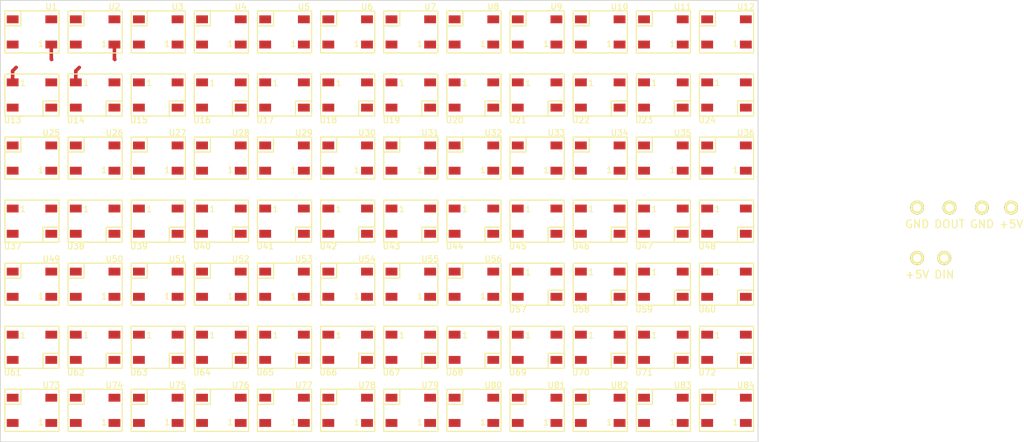
<source format=kicad_pcb>
(kicad_pcb (version 4) (host pcbnew "(2014-10-27 BZR 5228)-product")

  (general
    (links 248)
    (no_connects 248)
    (area 66.646714 51.841 197.915619 108.050001)
    (thickness 1.6)
    (drawings 4)
    (tracks 8)
    (zones 0)
    (modules 90)
    (nets 96)
  )

  (page A4)
  (layers
    (0 F.Cu signal)
    (31 B.Cu signal)
    (32 B.Adhes user)
    (33 F.Adhes user)
    (34 B.Paste user)
    (35 F.Paste user)
    (36 B.SilkS user)
    (37 F.SilkS user)
    (38 B.Mask user)
    (39 F.Mask user)
    (40 Dwgs.User user)
    (41 Cmts.User user)
    (42 Eco1.User user)
    (43 Eco2.User user)
    (44 Edge.Cuts user)
    (45 Margin user)
    (46 B.CrtYd user)
    (47 F.CrtYd user)
    (48 B.Fab user)
    (49 F.Fab user)
  )

  (setup
    (last_trace_width 0.254)
    (user_trace_width 0.45)
    (trace_clearance 0.254)
    (zone_clearance 0.508)
    (zone_45_only no)
    (trace_min 0.254)
    (segment_width 0.2)
    (edge_width 0.1)
    (via_size 0.889)
    (via_drill 0.635)
    (via_min_size 0.889)
    (via_min_drill 0.508)
    (uvia_size 0.508)
    (uvia_drill 0.127)
    (uvias_allowed no)
    (uvia_min_size 0.508)
    (uvia_min_drill 0.127)
    (pcb_text_width 0.3)
    (pcb_text_size 1.5 1.5)
    (mod_edge_width 0.15)
    (mod_text_size 1 1)
    (mod_text_width 0.15)
    (pad_size 1.5 1.5)
    (pad_drill 0.6)
    (pad_to_mask_clearance 0)
    (aux_axis_origin 0 0)
    (visible_elements 7FFFF77F)
    (pcbplotparams
      (layerselection 0x01030_80000001)
      (usegerberextensions false)
      (excludeedgelayer true)
      (linewidth 0.100000)
      (plotframeref false)
      (viasonmask false)
      (mode 1)
      (useauxorigin false)
      (hpglpennumber 1)
      (hpglpenspeed 20)
      (hpglpendiameter 15)
      (hpglpenoverlay 2)
      (psnegative false)
      (psa4output false)
      (plotreference true)
      (plotvalue true)
      (plotinvisibletext false)
      (padsonsilk false)
      (subtractmaskfromsilk false)
      (outputformat 1)
      (mirror false)
      (drillshape 0)
      (scaleselection 1)
      (outputdirectory gerbers))
  )

  (net 0 "")
  (net 1 "Net-(U1-Pad2)")
  (net 2 "Net-(U2-Pad2)")
  (net 3 "Net-(U3-Pad2)")
  (net 4 /digit1/+5V)
  (net 5 "Net-(U10-Pad4)")
  (net 6 "Net-(U4-Pad2)")
  (net 7 "Net-(U13-Pad2)")
  (net 8 "Net-(U10-Pad2)")
  (net 9 "Net-(U13-Pad4)")
  (net 10 "Net-(U20-Pad4)")
  (net 11 "Net-(U23-Pad4)")
  (net 12 "Net-(U26-Pad2)")
  (net 13 "Net-(U28-Pad2)")
  (net 14 "Net-(U29-Pad2)")
  (net 15 "Net-(U31-Pad2)")
  (net 16 "Net-(U56-Pad2)")
  (net 17 "Net-(U57-Pad2)")
  (net 18 "Net-(U59-Pad2)")
  (net 19 "Net-(U62-Pad4)")
  (net 20 "Net-(U65-Pad4)")
  (net 21 "Net-(U80-Pad2)")
  (net 22 "Net-(U82-Pad2)")
  (net 23 "Net-(U5-Pad2)")
  (net 24 "Net-(U19-Pad4)")
  (net 25 "Net-(U21-Pad4)")
  (net 26 "Net-(U22-Pad4)")
  (net 27 "Net-(U25-Pad2)")
  (net 28 "Net-(U27-Pad2)")
  (net 29 "Net-(U37-Pad2)")
  (net 30 "Net-(U55-Pad2)")
  (net 31 "Net-(U58-Pad2)")
  (net 32 "Net-(U60-Pad2)")
  (net 33 "Net-(U61-Pad4)")
  (net 34 "Net-(U63-Pad4)")
  (net 35 "Net-(U64-Pad4)")
  (net 36 "Net-(U79-Pad2)")
  (net 37 "Net-(U81-Pad2)")
  (net 38 "Net-(U83-Pad2)")
  (net 39 /+5V)
  (net 40 /gnd)
  (net 41 /d_in)
  (net 42 /d_out)
  (net 43 "Net-(U6-Pad2)")
  (net 44 "Net-(U7-Pad2)")
  (net 45 "Net-(U8-Pad2)")
  (net 46 "Net-(U11-Pad1)")
  (net 47 "Net-(U11-Pad2)")
  (net 48 "Net-(U12-Pad2)")
  (net 49 "Net-(U14-Pad4)")
  (net 50 "Net-(U15-Pad4)")
  (net 51 "Net-(U16-Pad4)")
  (net 52 "Net-(U17-Pad4)")
  (net 53 "Net-(U18-Pad4)")
  (net 54 "Net-(U23-Pad3)")
  (net 55 "Net-(U30-Pad2)")
  (net 56 "Net-(U32-Pad2)")
  (net 57 "Net-(U33-Pad2)")
  (net 58 "Net-(U34-Pad2)")
  (net 59 "Net-(U35-Pad1)")
  (net 60 "Net-(U35-Pad2)")
  (net 61 "Net-(U36-Pad2)")
  (net 62 "Net-(U37-Pad4)")
  (net 63 "Net-(U38-Pad4)")
  (net 64 "Net-(U39-Pad4)")
  (net 65 "Net-(U40-Pad4)")
  (net 66 "Net-(U41-Pad4)")
  (net 67 "Net-(U42-Pad4)")
  (net 68 "Net-(U43-Pad4)")
  (net 69 "Net-(U44-Pad4)")
  (net 70 "Net-(U45-Pad4)")
  (net 71 "Net-(U46-Pad4)")
  (net 72 "Net-(U47-Pad3)")
  (net 73 "Net-(U47-Pad4)")
  (net 74 "Net-(U49-Pad2)")
  (net 75 "Net-(U50-Pad2)")
  (net 76 "Net-(U51-Pad2)")
  (net 77 "Net-(U52-Pad2)")
  (net 78 "Net-(U53-Pad2)")
  (net 79 "Net-(U54-Pad2)")
  (net 80 "Net-(U59-Pad1)")
  (net 81 "Net-(U61-Pad2)")
  (net 82 "Net-(U66-Pad4)")
  (net 83 "Net-(U67-Pad4)")
  (net 84 "Net-(U68-Pad4)")
  (net 85 "Net-(U69-Pad4)")
  (net 86 "Net-(U70-Pad4)")
  (net 87 "Net-(U71-Pad3)")
  (net 88 "Net-(U71-Pad4)")
  (net 89 "Net-(U73-Pad2)")
  (net 90 "Net-(U74-Pad2)")
  (net 91 "Net-(U75-Pad2)")
  (net 92 "Net-(U76-Pad2)")
  (net 93 "Net-(U77-Pad2)")
  (net 94 "Net-(U78-Pad2)")
  (net 95 "Net-(U83-Pad1)")

  (net_class Default "This is the default net class."
    (clearance 0.254)
    (trace_width 0.254)
    (via_dia 0.889)
    (via_drill 0.635)
    (uvia_dia 0.508)
    (uvia_drill 0.127)
    (add_net /+5V)
    (add_net /d_in)
    (add_net /d_out)
    (add_net /gnd)
    (add_net "Net-(U1-Pad2)")
    (add_net "Net-(U10-Pad2)")
    (add_net "Net-(U10-Pad4)")
    (add_net "Net-(U11-Pad1)")
    (add_net "Net-(U11-Pad2)")
    (add_net "Net-(U12-Pad2)")
    (add_net "Net-(U13-Pad2)")
    (add_net "Net-(U13-Pad4)")
    (add_net "Net-(U14-Pad4)")
    (add_net "Net-(U15-Pad4)")
    (add_net "Net-(U16-Pad4)")
    (add_net "Net-(U17-Pad4)")
    (add_net "Net-(U18-Pad4)")
    (add_net "Net-(U19-Pad4)")
    (add_net "Net-(U2-Pad2)")
    (add_net "Net-(U20-Pad4)")
    (add_net "Net-(U21-Pad4)")
    (add_net "Net-(U22-Pad4)")
    (add_net "Net-(U23-Pad3)")
    (add_net "Net-(U23-Pad4)")
    (add_net "Net-(U25-Pad2)")
    (add_net "Net-(U26-Pad2)")
    (add_net "Net-(U27-Pad2)")
    (add_net "Net-(U28-Pad2)")
    (add_net "Net-(U29-Pad2)")
    (add_net "Net-(U3-Pad2)")
    (add_net "Net-(U30-Pad2)")
    (add_net "Net-(U31-Pad2)")
    (add_net "Net-(U32-Pad2)")
    (add_net "Net-(U33-Pad2)")
    (add_net "Net-(U34-Pad2)")
    (add_net "Net-(U35-Pad1)")
    (add_net "Net-(U35-Pad2)")
    (add_net "Net-(U36-Pad2)")
    (add_net "Net-(U37-Pad2)")
    (add_net "Net-(U37-Pad4)")
    (add_net "Net-(U38-Pad4)")
    (add_net "Net-(U39-Pad4)")
    (add_net "Net-(U4-Pad2)")
    (add_net "Net-(U40-Pad4)")
    (add_net "Net-(U41-Pad4)")
    (add_net "Net-(U42-Pad4)")
    (add_net "Net-(U43-Pad4)")
    (add_net "Net-(U44-Pad4)")
    (add_net "Net-(U45-Pad4)")
    (add_net "Net-(U46-Pad4)")
    (add_net "Net-(U47-Pad3)")
    (add_net "Net-(U47-Pad4)")
    (add_net "Net-(U49-Pad2)")
    (add_net "Net-(U5-Pad2)")
    (add_net "Net-(U50-Pad2)")
    (add_net "Net-(U51-Pad2)")
    (add_net "Net-(U52-Pad2)")
    (add_net "Net-(U53-Pad2)")
    (add_net "Net-(U54-Pad2)")
    (add_net "Net-(U55-Pad2)")
    (add_net "Net-(U56-Pad2)")
    (add_net "Net-(U57-Pad2)")
    (add_net "Net-(U58-Pad2)")
    (add_net "Net-(U59-Pad1)")
    (add_net "Net-(U59-Pad2)")
    (add_net "Net-(U6-Pad2)")
    (add_net "Net-(U60-Pad2)")
    (add_net "Net-(U61-Pad2)")
    (add_net "Net-(U61-Pad4)")
    (add_net "Net-(U62-Pad4)")
    (add_net "Net-(U63-Pad4)")
    (add_net "Net-(U64-Pad4)")
    (add_net "Net-(U65-Pad4)")
    (add_net "Net-(U66-Pad4)")
    (add_net "Net-(U67-Pad4)")
    (add_net "Net-(U68-Pad4)")
    (add_net "Net-(U69-Pad4)")
    (add_net "Net-(U7-Pad2)")
    (add_net "Net-(U70-Pad4)")
    (add_net "Net-(U71-Pad3)")
    (add_net "Net-(U71-Pad4)")
    (add_net "Net-(U73-Pad2)")
    (add_net "Net-(U74-Pad2)")
    (add_net "Net-(U75-Pad2)")
    (add_net "Net-(U76-Pad2)")
    (add_net "Net-(U77-Pad2)")
    (add_net "Net-(U78-Pad2)")
    (add_net "Net-(U79-Pad2)")
    (add_net "Net-(U8-Pad2)")
    (add_net "Net-(U80-Pad2)")
    (add_net "Net-(U81-Pad2)")
    (add_net "Net-(U82-Pad2)")
    (add_net "Net-(U83-Pad1)")
    (add_net "Net-(U83-Pad2)")
  )

  (net_class phatty ""
    (clearance 0.254)
    (trace_width 0.45)
    (via_dia 0.889)
    (via_drill 0.635)
    (uvia_dia 0.508)
    (uvia_drill 0.127)
  )

  (module kicadlib:TEST_0.100 (layer F.Cu) (tedit 514BA442) (tstamp 556C8D85)
    (at 184.152809 84.679)
    (path /556C686B)
    (fp_text reference P1 (at 0 -2.1) (layer F.SilkS) hide
      (effects (font (size 1 1) (thickness 0.15)))
    )
    (fp_text value +5V (at 0 2.1) (layer F.SilkS)
      (effects (font (size 1 1) (thickness 0.15)))
    )
    (pad 1 thru_hole circle (at 0 0) (size 1.75 1.75) (drill 1.02) (layers *.Cu *.Mask F.SilkS)
      (net 39 /+5V))
  )

  (module kicadlib:TEST_0.100 (layer F.Cu) (tedit 514BA442) (tstamp 556C8D8A)
    (at 184.152809 78.279)
    (path /556C69BB)
    (fp_text reference P2 (at 0 -2.1) (layer F.SilkS) hide
      (effects (font (size 1 1) (thickness 0.15)))
    )
    (fp_text value GND (at 0 2.1) (layer F.SilkS)
      (effects (font (size 1 1) (thickness 0.15)))
    )
    (pad 1 thru_hole circle (at 0 0) (size 1.75 1.75) (drill 1.02) (layers *.Cu *.Mask F.SilkS)
      (net 40 /gnd))
  )

  (module kicadlib:TEST_0.100 (layer F.Cu) (tedit 514BA442) (tstamp 556C8D8F)
    (at 187.590904 84.679)
    (path /556C69DB)
    (fp_text reference P3 (at 0 -2.1) (layer F.SilkS) hide
      (effects (font (size 1 1) (thickness 0.15)))
    )
    (fp_text value DIN (at 0 2.1) (layer F.SilkS)
      (effects (font (size 1 1) (thickness 0.15)))
    )
    (pad 1 thru_hole circle (at 0 0) (size 1.75 1.75) (drill 1.02) (layers *.Cu *.Mask F.SilkS)
      (net 41 /d_in))
  )

  (module kicadlib:TEST_0.100 (layer F.Cu) (tedit 514BA442) (tstamp 556C8D94)
    (at 196.062809 78.279)
    (path /556C71D9)
    (fp_text reference P4 (at 0 -2.1) (layer F.SilkS) hide
      (effects (font (size 1 1) (thickness 0.15)))
    )
    (fp_text value +5V (at 0 2.1) (layer F.SilkS)
      (effects (font (size 1 1) (thickness 0.15)))
    )
    (pad 1 thru_hole circle (at 0 0) (size 1.75 1.75) (drill 1.02) (layers *.Cu *.Mask F.SilkS)
      (net 39 /+5V))
  )

  (module kicadlib:TEST_0.100 (layer F.Cu) (tedit 514BA442) (tstamp 556C8D99)
    (at 192.362809 78.279)
    (path /556C71DF)
    (fp_text reference P5 (at 0 -2.1) (layer F.SilkS) hide
      (effects (font (size 1 1) (thickness 0.15)))
    )
    (fp_text value GND (at 0 2.1) (layer F.SilkS)
      (effects (font (size 1 1) (thickness 0.15)))
    )
    (pad 1 thru_hole circle (at 0 0) (size 1.75 1.75) (drill 1.02) (layers *.Cu *.Mask F.SilkS)
      (net 40 /gnd))
  )

  (module kicadlib:TEST_0.100 (layer F.Cu) (tedit 514BA442) (tstamp 556C8D9E)
    (at 188.257571 78.279)
    (path /556C69FA)
    (fp_text reference P6 (at 0 -2.1) (layer F.SilkS) hide
      (effects (font (size 1 1) (thickness 0.15)))
    )
    (fp_text value DOUT (at 0 2.1) (layer F.SilkS)
      (effects (font (size 1 1) (thickness 0.15)))
    )
    (pad 1 thru_hole circle (at 0 0) (size 1.75 1.75) (drill 1.02) (layers *.Cu *.Mask F.SilkS)
      (net 42 /d_out))
  )

  (module kicadlib:WS2812B_SMD_5050 (layer F.Cu) (tedit 556C7790) (tstamp 556C8DA6)
    (at 72 56 180)
    (path /556CC907)
    (fp_text reference U1 (at -2.45 3.2 180) (layer F.SilkS)
      (effects (font (size 0.75 0.75) (thickness 0.12)))
    )
    (fp_text value WS2812B (at -2.45 -3.2 180) (layer F.Fab) hide
      (effects (font (size 0.75 0.75) (thickness 0.12)))
    )
    (fp_text user 1 (at -1.143 -1.524 180) (layer F.SilkS)
      (effects (font (size 0.75 0.75) (thickness 0.12)))
    )
    (fp_line (start 3.429 0.762) (end 1.397 0.762) (layer F.SilkS) (width 0.15))
    (fp_line (start 1.397 0.762) (end 1.397 2.667) (layer F.SilkS) (width 0.15))
    (fp_line (start -3.429 2.667) (end 3.429 2.667) (layer F.SilkS) (width 0.15))
    (fp_line (start -3.429 -2.667) (end -3.429 2.667) (layer F.SilkS) (width 0.15))
    (fp_line (start 3.429 2.667) (end 3.429 -2.667) (layer F.SilkS) (width 0.15))
    (fp_line (start 3.429 -2.667) (end -3.429 -2.667) (layer F.SilkS) (width 0.15))
    (fp_line (start -2.5 -2.5) (end 2.5 -2.5) (layer Cmts.User) (width 0.15))
    (fp_line (start 2.5 -2.5) (end 2.5 2.5) (layer Cmts.User) (width 0.15))
    (fp_line (start 2.5 2.5) (end -2.5 2.5) (layer Cmts.User) (width 0.15))
    (fp_line (start -2.5 2.5) (end -2.5 -2.5) (layer Cmts.User) (width 0.15))
    (pad 1 smd rect (at -2.45 -1.6 180) (size 1.5 1) (layers F.Cu F.Paste F.Mask)
      (net 39 /+5V))
    (pad 2 smd rect (at -2.45 1.6 180) (size 1.5 1) (layers F.Cu F.Paste F.Mask)
      (net 1 "Net-(U1-Pad2)"))
    (pad 3 smd rect (at 2.45 1.6 180) (size 1.5 1) (layers F.Cu F.Paste F.Mask)
      (net 40 /gnd))
    (pad 4 smd rect (at 2.45 -1.6 180) (size 1.5 1) (layers F.Cu F.Paste F.Mask)
      (net 41 /d_in))
  )

  (module kicadlib:WS2812B_SMD_5050 (layer F.Cu) (tedit 556C7790) (tstamp 556C8DAE)
    (at 80 56 180)
    (path /556CC90E)
    (fp_text reference U2 (at -2.45 3.2 180) (layer F.SilkS)
      (effects (font (size 0.75 0.75) (thickness 0.12)))
    )
    (fp_text value WS2812B (at -2.45 -3.2 180) (layer F.Fab) hide
      (effects (font (size 0.75 0.75) (thickness 0.12)))
    )
    (fp_text user 1 (at -1.143 -1.524 180) (layer F.SilkS)
      (effects (font (size 0.75 0.75) (thickness 0.12)))
    )
    (fp_line (start 3.429 0.762) (end 1.397 0.762) (layer F.SilkS) (width 0.15))
    (fp_line (start 1.397 0.762) (end 1.397 2.667) (layer F.SilkS) (width 0.15))
    (fp_line (start -3.429 2.667) (end 3.429 2.667) (layer F.SilkS) (width 0.15))
    (fp_line (start -3.429 -2.667) (end -3.429 2.667) (layer F.SilkS) (width 0.15))
    (fp_line (start 3.429 2.667) (end 3.429 -2.667) (layer F.SilkS) (width 0.15))
    (fp_line (start 3.429 -2.667) (end -3.429 -2.667) (layer F.SilkS) (width 0.15))
    (fp_line (start -2.5 -2.5) (end 2.5 -2.5) (layer Cmts.User) (width 0.15))
    (fp_line (start 2.5 -2.5) (end 2.5 2.5) (layer Cmts.User) (width 0.15))
    (fp_line (start 2.5 2.5) (end -2.5 2.5) (layer Cmts.User) (width 0.15))
    (fp_line (start -2.5 2.5) (end -2.5 -2.5) (layer Cmts.User) (width 0.15))
    (pad 1 smd rect (at -2.45 -1.6 180) (size 1.5 1) (layers F.Cu F.Paste F.Mask)
      (net 39 /+5V))
    (pad 2 smd rect (at -2.45 1.6 180) (size 1.5 1) (layers F.Cu F.Paste F.Mask)
      (net 2 "Net-(U2-Pad2)"))
    (pad 3 smd rect (at 2.45 1.6 180) (size 1.5 1) (layers F.Cu F.Paste F.Mask)
      (net 40 /gnd))
    (pad 4 smd rect (at 2.45 -1.6 180) (size 1.5 1) (layers F.Cu F.Paste F.Mask)
      (net 1 "Net-(U1-Pad2)"))
  )

  (module kicadlib:WS2812B_SMD_5050 (layer F.Cu) (tedit 556C7790) (tstamp 556C8DB6)
    (at 88 56 180)
    (path /556CC915)
    (fp_text reference U3 (at -2.45 3.2 180) (layer F.SilkS)
      (effects (font (size 0.75 0.75) (thickness 0.12)))
    )
    (fp_text value WS2812B (at -2.45 -3.2 180) (layer F.Fab) hide
      (effects (font (size 0.75 0.75) (thickness 0.12)))
    )
    (fp_text user 1 (at -1.143 -1.524 180) (layer F.SilkS)
      (effects (font (size 0.75 0.75) (thickness 0.12)))
    )
    (fp_line (start 3.429 0.762) (end 1.397 0.762) (layer F.SilkS) (width 0.15))
    (fp_line (start 1.397 0.762) (end 1.397 2.667) (layer F.SilkS) (width 0.15))
    (fp_line (start -3.429 2.667) (end 3.429 2.667) (layer F.SilkS) (width 0.15))
    (fp_line (start -3.429 -2.667) (end -3.429 2.667) (layer F.SilkS) (width 0.15))
    (fp_line (start 3.429 2.667) (end 3.429 -2.667) (layer F.SilkS) (width 0.15))
    (fp_line (start 3.429 -2.667) (end -3.429 -2.667) (layer F.SilkS) (width 0.15))
    (fp_line (start -2.5 -2.5) (end 2.5 -2.5) (layer Cmts.User) (width 0.15))
    (fp_line (start 2.5 -2.5) (end 2.5 2.5) (layer Cmts.User) (width 0.15))
    (fp_line (start 2.5 2.5) (end -2.5 2.5) (layer Cmts.User) (width 0.15))
    (fp_line (start -2.5 2.5) (end -2.5 -2.5) (layer Cmts.User) (width 0.15))
    (pad 1 smd rect (at -2.45 -1.6 180) (size 1.5 1) (layers F.Cu F.Paste F.Mask)
      (net 39 /+5V))
    (pad 2 smd rect (at -2.45 1.6 180) (size 1.5 1) (layers F.Cu F.Paste F.Mask)
      (net 3 "Net-(U3-Pad2)"))
    (pad 3 smd rect (at 2.45 1.6 180) (size 1.5 1) (layers F.Cu F.Paste F.Mask)
      (net 40 /gnd))
    (pad 4 smd rect (at 2.45 -1.6 180) (size 1.5 1) (layers F.Cu F.Paste F.Mask)
      (net 2 "Net-(U2-Pad2)"))
  )

  (module kicadlib:WS2812B_SMD_5050 (layer F.Cu) (tedit 556C7790) (tstamp 556C8DBE)
    (at 96 56 180)
    (path /556CC91C)
    (fp_text reference U4 (at -2.45 3.2 180) (layer F.SilkS)
      (effects (font (size 0.75 0.75) (thickness 0.12)))
    )
    (fp_text value WS2812B (at -2.45 -3.2 180) (layer F.Fab) hide
      (effects (font (size 0.75 0.75) (thickness 0.12)))
    )
    (fp_text user 1 (at -1.143 -1.524 180) (layer F.SilkS)
      (effects (font (size 0.75 0.75) (thickness 0.12)))
    )
    (fp_line (start 3.429 0.762) (end 1.397 0.762) (layer F.SilkS) (width 0.15))
    (fp_line (start 1.397 0.762) (end 1.397 2.667) (layer F.SilkS) (width 0.15))
    (fp_line (start -3.429 2.667) (end 3.429 2.667) (layer F.SilkS) (width 0.15))
    (fp_line (start -3.429 -2.667) (end -3.429 2.667) (layer F.SilkS) (width 0.15))
    (fp_line (start 3.429 2.667) (end 3.429 -2.667) (layer F.SilkS) (width 0.15))
    (fp_line (start 3.429 -2.667) (end -3.429 -2.667) (layer F.SilkS) (width 0.15))
    (fp_line (start -2.5 -2.5) (end 2.5 -2.5) (layer Cmts.User) (width 0.15))
    (fp_line (start 2.5 -2.5) (end 2.5 2.5) (layer Cmts.User) (width 0.15))
    (fp_line (start 2.5 2.5) (end -2.5 2.5) (layer Cmts.User) (width 0.15))
    (fp_line (start -2.5 2.5) (end -2.5 -2.5) (layer Cmts.User) (width 0.15))
    (pad 1 smd rect (at -2.45 -1.6 180) (size 1.5 1) (layers F.Cu F.Paste F.Mask)
      (net 39 /+5V))
    (pad 2 smd rect (at -2.45 1.6 180) (size 1.5 1) (layers F.Cu F.Paste F.Mask)
      (net 6 "Net-(U4-Pad2)"))
    (pad 3 smd rect (at 2.45 1.6 180) (size 1.5 1) (layers F.Cu F.Paste F.Mask)
      (net 40 /gnd))
    (pad 4 smd rect (at 2.45 -1.6 180) (size 1.5 1) (layers F.Cu F.Paste F.Mask)
      (net 3 "Net-(U3-Pad2)"))
  )

  (module kicadlib:WS2812B_SMD_5050 (layer F.Cu) (tedit 556C7790) (tstamp 556C8DC6)
    (at 104 56 180)
    (path /556CC923)
    (fp_text reference U5 (at -2.45 3.2 180) (layer F.SilkS)
      (effects (font (size 0.75 0.75) (thickness 0.12)))
    )
    (fp_text value WS2812B (at -2.45 -3.2 180) (layer F.Fab) hide
      (effects (font (size 0.75 0.75) (thickness 0.12)))
    )
    (fp_text user 1 (at -1.143 -1.524 180) (layer F.SilkS)
      (effects (font (size 0.75 0.75) (thickness 0.12)))
    )
    (fp_line (start 3.429 0.762) (end 1.397 0.762) (layer F.SilkS) (width 0.15))
    (fp_line (start 1.397 0.762) (end 1.397 2.667) (layer F.SilkS) (width 0.15))
    (fp_line (start -3.429 2.667) (end 3.429 2.667) (layer F.SilkS) (width 0.15))
    (fp_line (start -3.429 -2.667) (end -3.429 2.667) (layer F.SilkS) (width 0.15))
    (fp_line (start 3.429 2.667) (end 3.429 -2.667) (layer F.SilkS) (width 0.15))
    (fp_line (start 3.429 -2.667) (end -3.429 -2.667) (layer F.SilkS) (width 0.15))
    (fp_line (start -2.5 -2.5) (end 2.5 -2.5) (layer Cmts.User) (width 0.15))
    (fp_line (start 2.5 -2.5) (end 2.5 2.5) (layer Cmts.User) (width 0.15))
    (fp_line (start 2.5 2.5) (end -2.5 2.5) (layer Cmts.User) (width 0.15))
    (fp_line (start -2.5 2.5) (end -2.5 -2.5) (layer Cmts.User) (width 0.15))
    (pad 1 smd rect (at -2.45 -1.6 180) (size 1.5 1) (layers F.Cu F.Paste F.Mask)
      (net 39 /+5V))
    (pad 2 smd rect (at -2.45 1.6 180) (size 1.5 1) (layers F.Cu F.Paste F.Mask)
      (net 23 "Net-(U5-Pad2)"))
    (pad 3 smd rect (at 2.45 1.6 180) (size 1.5 1) (layers F.Cu F.Paste F.Mask)
      (net 40 /gnd))
    (pad 4 smd rect (at 2.45 -1.6 180) (size 1.5 1) (layers F.Cu F.Paste F.Mask)
      (net 6 "Net-(U4-Pad2)"))
  )

  (module kicadlib:WS2812B_SMD_5050 (layer F.Cu) (tedit 556C7790) (tstamp 556C8DCE)
    (at 112 56 180)
    (path /556CC9FC)
    (fp_text reference U6 (at -2.45 3.2 180) (layer F.SilkS)
      (effects (font (size 0.75 0.75) (thickness 0.12)))
    )
    (fp_text value WS2812B (at -2.45 -3.2 180) (layer F.Fab) hide
      (effects (font (size 0.75 0.75) (thickness 0.12)))
    )
    (fp_text user 1 (at -1.143 -1.524 180) (layer F.SilkS)
      (effects (font (size 0.75 0.75) (thickness 0.12)))
    )
    (fp_line (start 3.429 0.762) (end 1.397 0.762) (layer F.SilkS) (width 0.15))
    (fp_line (start 1.397 0.762) (end 1.397 2.667) (layer F.SilkS) (width 0.15))
    (fp_line (start -3.429 2.667) (end 3.429 2.667) (layer F.SilkS) (width 0.15))
    (fp_line (start -3.429 -2.667) (end -3.429 2.667) (layer F.SilkS) (width 0.15))
    (fp_line (start 3.429 2.667) (end 3.429 -2.667) (layer F.SilkS) (width 0.15))
    (fp_line (start 3.429 -2.667) (end -3.429 -2.667) (layer F.SilkS) (width 0.15))
    (fp_line (start -2.5 -2.5) (end 2.5 -2.5) (layer Cmts.User) (width 0.15))
    (fp_line (start 2.5 -2.5) (end 2.5 2.5) (layer Cmts.User) (width 0.15))
    (fp_line (start 2.5 2.5) (end -2.5 2.5) (layer Cmts.User) (width 0.15))
    (fp_line (start -2.5 2.5) (end -2.5 -2.5) (layer Cmts.User) (width 0.15))
    (pad 1 smd rect (at -2.45 -1.6 180) (size 1.5 1) (layers F.Cu F.Paste F.Mask)
      (net 39 /+5V))
    (pad 2 smd rect (at -2.45 1.6 180) (size 1.5 1) (layers F.Cu F.Paste F.Mask)
      (net 43 "Net-(U6-Pad2)"))
    (pad 3 smd rect (at 2.45 1.6 180) (size 1.5 1) (layers F.Cu F.Paste F.Mask)
      (net 40 /gnd))
    (pad 4 smd rect (at 2.45 -1.6 180) (size 1.5 1) (layers F.Cu F.Paste F.Mask)
      (net 23 "Net-(U5-Pad2)"))
  )

  (module kicadlib:WS2812B_SMD_5050 (layer F.Cu) (tedit 556C7790) (tstamp 556C8DD6)
    (at 120 56 180)
    (path /556CD6D5)
    (fp_text reference U7 (at -2.45 3.2 180) (layer F.SilkS)
      (effects (font (size 0.75 0.75) (thickness 0.12)))
    )
    (fp_text value WS2812B (at -2.45 -3.2 180) (layer F.Fab) hide
      (effects (font (size 0.75 0.75) (thickness 0.12)))
    )
    (fp_text user 1 (at -1.143 -1.524 180) (layer F.SilkS)
      (effects (font (size 0.75 0.75) (thickness 0.12)))
    )
    (fp_line (start 3.429 0.762) (end 1.397 0.762) (layer F.SilkS) (width 0.15))
    (fp_line (start 1.397 0.762) (end 1.397 2.667) (layer F.SilkS) (width 0.15))
    (fp_line (start -3.429 2.667) (end 3.429 2.667) (layer F.SilkS) (width 0.15))
    (fp_line (start -3.429 -2.667) (end -3.429 2.667) (layer F.SilkS) (width 0.15))
    (fp_line (start 3.429 2.667) (end 3.429 -2.667) (layer F.SilkS) (width 0.15))
    (fp_line (start 3.429 -2.667) (end -3.429 -2.667) (layer F.SilkS) (width 0.15))
    (fp_line (start -2.5 -2.5) (end 2.5 -2.5) (layer Cmts.User) (width 0.15))
    (fp_line (start 2.5 -2.5) (end 2.5 2.5) (layer Cmts.User) (width 0.15))
    (fp_line (start 2.5 2.5) (end -2.5 2.5) (layer Cmts.User) (width 0.15))
    (fp_line (start -2.5 2.5) (end -2.5 -2.5) (layer Cmts.User) (width 0.15))
    (pad 1 smd rect (at -2.45 -1.6 180) (size 1.5 1) (layers F.Cu F.Paste F.Mask)
      (net 39 /+5V))
    (pad 2 smd rect (at -2.45 1.6 180) (size 1.5 1) (layers F.Cu F.Paste F.Mask)
      (net 44 "Net-(U7-Pad2)"))
    (pad 3 smd rect (at 2.45 1.6 180) (size 1.5 1) (layers F.Cu F.Paste F.Mask)
      (net 40 /gnd))
    (pad 4 smd rect (at 2.45 -1.6 180) (size 1.5 1) (layers F.Cu F.Paste F.Mask)
      (net 43 "Net-(U6-Pad2)"))
  )

  (module kicadlib:WS2812B_SMD_5050 (layer F.Cu) (tedit 556C7790) (tstamp 556C8DDE)
    (at 128 56 180)
    (path /556CD6DC)
    (fp_text reference U8 (at -2.45 3.2 180) (layer F.SilkS)
      (effects (font (size 0.75 0.75) (thickness 0.12)))
    )
    (fp_text value WS2812B (at -2.45 -3.2 180) (layer F.Fab) hide
      (effects (font (size 0.75 0.75) (thickness 0.12)))
    )
    (fp_text user 1 (at -1.143 -1.524 180) (layer F.SilkS)
      (effects (font (size 0.75 0.75) (thickness 0.12)))
    )
    (fp_line (start 3.429 0.762) (end 1.397 0.762) (layer F.SilkS) (width 0.15))
    (fp_line (start 1.397 0.762) (end 1.397 2.667) (layer F.SilkS) (width 0.15))
    (fp_line (start -3.429 2.667) (end 3.429 2.667) (layer F.SilkS) (width 0.15))
    (fp_line (start -3.429 -2.667) (end -3.429 2.667) (layer F.SilkS) (width 0.15))
    (fp_line (start 3.429 2.667) (end 3.429 -2.667) (layer F.SilkS) (width 0.15))
    (fp_line (start 3.429 -2.667) (end -3.429 -2.667) (layer F.SilkS) (width 0.15))
    (fp_line (start -2.5 -2.5) (end 2.5 -2.5) (layer Cmts.User) (width 0.15))
    (fp_line (start 2.5 -2.5) (end 2.5 2.5) (layer Cmts.User) (width 0.15))
    (fp_line (start 2.5 2.5) (end -2.5 2.5) (layer Cmts.User) (width 0.15))
    (fp_line (start -2.5 2.5) (end -2.5 -2.5) (layer Cmts.User) (width 0.15))
    (pad 1 smd rect (at -2.45 -1.6 180) (size 1.5 1) (layers F.Cu F.Paste F.Mask)
      (net 39 /+5V))
    (pad 2 smd rect (at -2.45 1.6 180) (size 1.5 1) (layers F.Cu F.Paste F.Mask)
      (net 45 "Net-(U8-Pad2)"))
    (pad 3 smd rect (at 2.45 1.6 180) (size 1.5 1) (layers F.Cu F.Paste F.Mask)
      (net 40 /gnd))
    (pad 4 smd rect (at 2.45 -1.6 180) (size 1.5 1) (layers F.Cu F.Paste F.Mask)
      (net 44 "Net-(U7-Pad2)"))
  )

  (module kicadlib:WS2812B_SMD_5050 (layer F.Cu) (tedit 556C7790) (tstamp 556C8DE6)
    (at 136 56 180)
    (path /556CD6E3)
    (fp_text reference U9 (at -2.45 3.2 180) (layer F.SilkS)
      (effects (font (size 0.75 0.75) (thickness 0.12)))
    )
    (fp_text value WS2812B (at -2.45 -3.2 180) (layer F.Fab) hide
      (effects (font (size 0.75 0.75) (thickness 0.12)))
    )
    (fp_text user 1 (at -1.143 -1.524 180) (layer F.SilkS)
      (effects (font (size 0.75 0.75) (thickness 0.12)))
    )
    (fp_line (start 3.429 0.762) (end 1.397 0.762) (layer F.SilkS) (width 0.15))
    (fp_line (start 1.397 0.762) (end 1.397 2.667) (layer F.SilkS) (width 0.15))
    (fp_line (start -3.429 2.667) (end 3.429 2.667) (layer F.SilkS) (width 0.15))
    (fp_line (start -3.429 -2.667) (end -3.429 2.667) (layer F.SilkS) (width 0.15))
    (fp_line (start 3.429 2.667) (end 3.429 -2.667) (layer F.SilkS) (width 0.15))
    (fp_line (start 3.429 -2.667) (end -3.429 -2.667) (layer F.SilkS) (width 0.15))
    (fp_line (start -2.5 -2.5) (end 2.5 -2.5) (layer Cmts.User) (width 0.15))
    (fp_line (start 2.5 -2.5) (end 2.5 2.5) (layer Cmts.User) (width 0.15))
    (fp_line (start 2.5 2.5) (end -2.5 2.5) (layer Cmts.User) (width 0.15))
    (fp_line (start -2.5 2.5) (end -2.5 -2.5) (layer Cmts.User) (width 0.15))
    (pad 1 smd rect (at -2.45 -1.6 180) (size 1.5 1) (layers F.Cu F.Paste F.Mask)
      (net 39 /+5V))
    (pad 2 smd rect (at -2.45 1.6 180) (size 1.5 1) (layers F.Cu F.Paste F.Mask)
      (net 5 "Net-(U10-Pad4)"))
    (pad 3 smd rect (at 2.45 1.6 180) (size 1.5 1) (layers F.Cu F.Paste F.Mask)
      (net 40 /gnd))
    (pad 4 smd rect (at 2.45 -1.6 180) (size 1.5 1) (layers F.Cu F.Paste F.Mask)
      (net 45 "Net-(U8-Pad2)"))
  )

  (module kicadlib:WS2812B_SMD_5050 (layer F.Cu) (tedit 556C7790) (tstamp 556C8DEE)
    (at 144 56 180)
    (path /556CD6EA)
    (fp_text reference U10 (at -2.45 3.2 180) (layer F.SilkS)
      (effects (font (size 0.75 0.75) (thickness 0.12)))
    )
    (fp_text value WS2812B (at -2.45 -3.2 180) (layer F.Fab) hide
      (effects (font (size 0.75 0.75) (thickness 0.12)))
    )
    (fp_text user 1 (at -1.143 -1.524 180) (layer F.SilkS)
      (effects (font (size 0.75 0.75) (thickness 0.12)))
    )
    (fp_line (start 3.429 0.762) (end 1.397 0.762) (layer F.SilkS) (width 0.15))
    (fp_line (start 1.397 0.762) (end 1.397 2.667) (layer F.SilkS) (width 0.15))
    (fp_line (start -3.429 2.667) (end 3.429 2.667) (layer F.SilkS) (width 0.15))
    (fp_line (start -3.429 -2.667) (end -3.429 2.667) (layer F.SilkS) (width 0.15))
    (fp_line (start 3.429 2.667) (end 3.429 -2.667) (layer F.SilkS) (width 0.15))
    (fp_line (start 3.429 -2.667) (end -3.429 -2.667) (layer F.SilkS) (width 0.15))
    (fp_line (start -2.5 -2.5) (end 2.5 -2.5) (layer Cmts.User) (width 0.15))
    (fp_line (start 2.5 -2.5) (end 2.5 2.5) (layer Cmts.User) (width 0.15))
    (fp_line (start 2.5 2.5) (end -2.5 2.5) (layer Cmts.User) (width 0.15))
    (fp_line (start -2.5 2.5) (end -2.5 -2.5) (layer Cmts.User) (width 0.15))
    (pad 1 smd rect (at -2.45 -1.6 180) (size 1.5 1) (layers F.Cu F.Paste F.Mask)
      (net 39 /+5V))
    (pad 2 smd rect (at -2.45 1.6 180) (size 1.5 1) (layers F.Cu F.Paste F.Mask)
      (net 8 "Net-(U10-Pad2)"))
    (pad 3 smd rect (at 2.45 1.6 180) (size 1.5 1) (layers F.Cu F.Paste F.Mask)
      (net 40 /gnd))
    (pad 4 smd rect (at 2.45 -1.6 180) (size 1.5 1) (layers F.Cu F.Paste F.Mask)
      (net 5 "Net-(U10-Pad4)"))
  )

  (module kicadlib:WS2812B_SMD_5050 (layer F.Cu) (tedit 556C7790) (tstamp 556C8DF6)
    (at 152 56 180)
    (path /556CD6F1)
    (fp_text reference U11 (at -2.45 3.2 180) (layer F.SilkS)
      (effects (font (size 0.75 0.75) (thickness 0.12)))
    )
    (fp_text value WS2812B (at -2.45 -3.2 180) (layer F.Fab) hide
      (effects (font (size 0.75 0.75) (thickness 0.12)))
    )
    (fp_text user 1 (at -1.143 -1.524 180) (layer F.SilkS)
      (effects (font (size 0.75 0.75) (thickness 0.12)))
    )
    (fp_line (start 3.429 0.762) (end 1.397 0.762) (layer F.SilkS) (width 0.15))
    (fp_line (start 1.397 0.762) (end 1.397 2.667) (layer F.SilkS) (width 0.15))
    (fp_line (start -3.429 2.667) (end 3.429 2.667) (layer F.SilkS) (width 0.15))
    (fp_line (start -3.429 -2.667) (end -3.429 2.667) (layer F.SilkS) (width 0.15))
    (fp_line (start 3.429 2.667) (end 3.429 -2.667) (layer F.SilkS) (width 0.15))
    (fp_line (start 3.429 -2.667) (end -3.429 -2.667) (layer F.SilkS) (width 0.15))
    (fp_line (start -2.5 -2.5) (end 2.5 -2.5) (layer Cmts.User) (width 0.15))
    (fp_line (start 2.5 -2.5) (end 2.5 2.5) (layer Cmts.User) (width 0.15))
    (fp_line (start 2.5 2.5) (end -2.5 2.5) (layer Cmts.User) (width 0.15))
    (fp_line (start -2.5 2.5) (end -2.5 -2.5) (layer Cmts.User) (width 0.15))
    (pad 1 smd rect (at -2.45 -1.6 180) (size 1.5 1) (layers F.Cu F.Paste F.Mask)
      (net 46 "Net-(U11-Pad1)"))
    (pad 2 smd rect (at -2.45 1.6 180) (size 1.5 1) (layers F.Cu F.Paste F.Mask)
      (net 47 "Net-(U11-Pad2)"))
    (pad 3 smd rect (at 2.45 1.6 180) (size 1.5 1) (layers F.Cu F.Paste F.Mask)
      (net 40 /gnd))
    (pad 4 smd rect (at 2.45 -1.6 180) (size 1.5 1) (layers F.Cu F.Paste F.Mask)
      (net 8 "Net-(U10-Pad2)"))
  )

  (module kicadlib:WS2812B_SMD_5050 (layer F.Cu) (tedit 556C7790) (tstamp 556C8DFE)
    (at 160 56 180)
    (path /556CD7CA)
    (fp_text reference U12 (at -2.45 3.2 180) (layer F.SilkS)
      (effects (font (size 0.75 0.75) (thickness 0.12)))
    )
    (fp_text value WS2812B (at -2.45 -3.2 180) (layer F.Fab) hide
      (effects (font (size 0.75 0.75) (thickness 0.12)))
    )
    (fp_text user 1 (at -1.143 -1.524 180) (layer F.SilkS)
      (effects (font (size 0.75 0.75) (thickness 0.12)))
    )
    (fp_line (start 3.429 0.762) (end 1.397 0.762) (layer F.SilkS) (width 0.15))
    (fp_line (start 1.397 0.762) (end 1.397 2.667) (layer F.SilkS) (width 0.15))
    (fp_line (start -3.429 2.667) (end 3.429 2.667) (layer F.SilkS) (width 0.15))
    (fp_line (start -3.429 -2.667) (end -3.429 2.667) (layer F.SilkS) (width 0.15))
    (fp_line (start 3.429 2.667) (end 3.429 -2.667) (layer F.SilkS) (width 0.15))
    (fp_line (start 3.429 -2.667) (end -3.429 -2.667) (layer F.SilkS) (width 0.15))
    (fp_line (start -2.5 -2.5) (end 2.5 -2.5) (layer Cmts.User) (width 0.15))
    (fp_line (start 2.5 -2.5) (end 2.5 2.5) (layer Cmts.User) (width 0.15))
    (fp_line (start 2.5 2.5) (end -2.5 2.5) (layer Cmts.User) (width 0.15))
    (fp_line (start -2.5 2.5) (end -2.5 -2.5) (layer Cmts.User) (width 0.15))
    (pad 1 smd rect (at -2.45 -1.6 180) (size 1.5 1) (layers F.Cu F.Paste F.Mask)
      (net 39 /+5V))
    (pad 2 smd rect (at -2.45 1.6 180) (size 1.5 1) (layers F.Cu F.Paste F.Mask)
      (net 48 "Net-(U12-Pad2)"))
    (pad 3 smd rect (at 2.45 1.6 180) (size 1.5 1) (layers F.Cu F.Paste F.Mask)
      (net 40 /gnd))
    (pad 4 smd rect (at 2.45 -1.6 180) (size 1.5 1) (layers F.Cu F.Paste F.Mask)
      (net 47 "Net-(U11-Pad2)"))
  )

  (module kicadlib:WS2812B_SMD_5050 (layer F.Cu) (tedit 556C7790) (tstamp 556C8E06)
    (at 72 64)
    (path /556CC946)
    (fp_text reference U13 (at -2.45 3.2) (layer F.SilkS)
      (effects (font (size 0.75 0.75) (thickness 0.12)))
    )
    (fp_text value WS2812B (at -2.45 -3.2) (layer F.Fab) hide
      (effects (font (size 0.75 0.75) (thickness 0.12)))
    )
    (fp_text user 1 (at -1.143 -1.524) (layer F.SilkS)
      (effects (font (size 0.75 0.75) (thickness 0.12)))
    )
    (fp_line (start 3.429 0.762) (end 1.397 0.762) (layer F.SilkS) (width 0.15))
    (fp_line (start 1.397 0.762) (end 1.397 2.667) (layer F.SilkS) (width 0.15))
    (fp_line (start -3.429 2.667) (end 3.429 2.667) (layer F.SilkS) (width 0.15))
    (fp_line (start -3.429 -2.667) (end -3.429 2.667) (layer F.SilkS) (width 0.15))
    (fp_line (start 3.429 2.667) (end 3.429 -2.667) (layer F.SilkS) (width 0.15))
    (fp_line (start 3.429 -2.667) (end -3.429 -2.667) (layer F.SilkS) (width 0.15))
    (fp_line (start -2.5 -2.5) (end 2.5 -2.5) (layer Cmts.User) (width 0.15))
    (fp_line (start 2.5 -2.5) (end 2.5 2.5) (layer Cmts.User) (width 0.15))
    (fp_line (start 2.5 2.5) (end -2.5 2.5) (layer Cmts.User) (width 0.15))
    (fp_line (start -2.5 2.5) (end -2.5 -2.5) (layer Cmts.User) (width 0.15))
    (pad 1 smd rect (at -2.45 -1.6) (size 1.5 1) (layers F.Cu F.Paste F.Mask)
      (net 39 /+5V))
    (pad 2 smd rect (at -2.45 1.6) (size 1.5 1) (layers F.Cu F.Paste F.Mask)
      (net 7 "Net-(U13-Pad2)"))
    (pad 3 smd rect (at 2.45 1.6) (size 1.5 1) (layers F.Cu F.Paste F.Mask)
      (net 40 /gnd))
    (pad 4 smd rect (at 2.45 -1.6) (size 1.5 1) (layers F.Cu F.Paste F.Mask)
      (net 9 "Net-(U13-Pad4)"))
  )

  (module kicadlib:WS2812B_SMD_5050 (layer F.Cu) (tedit 556C7790) (tstamp 556C8E0E)
    (at 80 64)
    (path /556CC93F)
    (fp_text reference U14 (at -2.45 3.2) (layer F.SilkS)
      (effects (font (size 0.75 0.75) (thickness 0.12)))
    )
    (fp_text value WS2812B (at -2.45 -3.2) (layer F.Fab) hide
      (effects (font (size 0.75 0.75) (thickness 0.12)))
    )
    (fp_text user 1 (at -1.143 -1.524) (layer F.SilkS)
      (effects (font (size 0.75 0.75) (thickness 0.12)))
    )
    (fp_line (start 3.429 0.762) (end 1.397 0.762) (layer F.SilkS) (width 0.15))
    (fp_line (start 1.397 0.762) (end 1.397 2.667) (layer F.SilkS) (width 0.15))
    (fp_line (start -3.429 2.667) (end 3.429 2.667) (layer F.SilkS) (width 0.15))
    (fp_line (start -3.429 -2.667) (end -3.429 2.667) (layer F.SilkS) (width 0.15))
    (fp_line (start 3.429 2.667) (end 3.429 -2.667) (layer F.SilkS) (width 0.15))
    (fp_line (start 3.429 -2.667) (end -3.429 -2.667) (layer F.SilkS) (width 0.15))
    (fp_line (start -2.5 -2.5) (end 2.5 -2.5) (layer Cmts.User) (width 0.15))
    (fp_line (start 2.5 -2.5) (end 2.5 2.5) (layer Cmts.User) (width 0.15))
    (fp_line (start 2.5 2.5) (end -2.5 2.5) (layer Cmts.User) (width 0.15))
    (fp_line (start -2.5 2.5) (end -2.5 -2.5) (layer Cmts.User) (width 0.15))
    (pad 1 smd rect (at -2.45 -1.6) (size 1.5 1) (layers F.Cu F.Paste F.Mask)
      (net 39 /+5V))
    (pad 2 smd rect (at -2.45 1.6) (size 1.5 1) (layers F.Cu F.Paste F.Mask)
      (net 9 "Net-(U13-Pad4)"))
    (pad 3 smd rect (at 2.45 1.6) (size 1.5 1) (layers F.Cu F.Paste F.Mask)
      (net 40 /gnd))
    (pad 4 smd rect (at 2.45 -1.6) (size 1.5 1) (layers F.Cu F.Paste F.Mask)
      (net 49 "Net-(U14-Pad4)"))
  )

  (module kicadlib:WS2812B_SMD_5050 (layer F.Cu) (tedit 556C7790) (tstamp 556C8E16)
    (at 88 64)
    (path /556CC938)
    (fp_text reference U15 (at -2.45 3.2) (layer F.SilkS)
      (effects (font (size 0.75 0.75) (thickness 0.12)))
    )
    (fp_text value WS2812B (at -2.45 -3.2) (layer F.Fab) hide
      (effects (font (size 0.75 0.75) (thickness 0.12)))
    )
    (fp_text user 1 (at -1.143 -1.524) (layer F.SilkS)
      (effects (font (size 0.75 0.75) (thickness 0.12)))
    )
    (fp_line (start 3.429 0.762) (end 1.397 0.762) (layer F.SilkS) (width 0.15))
    (fp_line (start 1.397 0.762) (end 1.397 2.667) (layer F.SilkS) (width 0.15))
    (fp_line (start -3.429 2.667) (end 3.429 2.667) (layer F.SilkS) (width 0.15))
    (fp_line (start -3.429 -2.667) (end -3.429 2.667) (layer F.SilkS) (width 0.15))
    (fp_line (start 3.429 2.667) (end 3.429 -2.667) (layer F.SilkS) (width 0.15))
    (fp_line (start 3.429 -2.667) (end -3.429 -2.667) (layer F.SilkS) (width 0.15))
    (fp_line (start -2.5 -2.5) (end 2.5 -2.5) (layer Cmts.User) (width 0.15))
    (fp_line (start 2.5 -2.5) (end 2.5 2.5) (layer Cmts.User) (width 0.15))
    (fp_line (start 2.5 2.5) (end -2.5 2.5) (layer Cmts.User) (width 0.15))
    (fp_line (start -2.5 2.5) (end -2.5 -2.5) (layer Cmts.User) (width 0.15))
    (pad 1 smd rect (at -2.45 -1.6) (size 1.5 1) (layers F.Cu F.Paste F.Mask)
      (net 39 /+5V))
    (pad 2 smd rect (at -2.45 1.6) (size 1.5 1) (layers F.Cu F.Paste F.Mask)
      (net 49 "Net-(U14-Pad4)"))
    (pad 3 smd rect (at 2.45 1.6) (size 1.5 1) (layers F.Cu F.Paste F.Mask)
      (net 40 /gnd))
    (pad 4 smd rect (at 2.45 -1.6) (size 1.5 1) (layers F.Cu F.Paste F.Mask)
      (net 50 "Net-(U15-Pad4)"))
  )

  (module kicadlib:WS2812B_SMD_5050 (layer F.Cu) (tedit 556C7790) (tstamp 556C8E1E)
    (at 96 64)
    (path /556CC931)
    (fp_text reference U16 (at -2.45 3.2) (layer F.SilkS)
      (effects (font (size 0.75 0.75) (thickness 0.12)))
    )
    (fp_text value WS2812B (at -2.45 -3.2) (layer F.Fab) hide
      (effects (font (size 0.75 0.75) (thickness 0.12)))
    )
    (fp_text user 1 (at -1.143 -1.524) (layer F.SilkS)
      (effects (font (size 0.75 0.75) (thickness 0.12)))
    )
    (fp_line (start 3.429 0.762) (end 1.397 0.762) (layer F.SilkS) (width 0.15))
    (fp_line (start 1.397 0.762) (end 1.397 2.667) (layer F.SilkS) (width 0.15))
    (fp_line (start -3.429 2.667) (end 3.429 2.667) (layer F.SilkS) (width 0.15))
    (fp_line (start -3.429 -2.667) (end -3.429 2.667) (layer F.SilkS) (width 0.15))
    (fp_line (start 3.429 2.667) (end 3.429 -2.667) (layer F.SilkS) (width 0.15))
    (fp_line (start 3.429 -2.667) (end -3.429 -2.667) (layer F.SilkS) (width 0.15))
    (fp_line (start -2.5 -2.5) (end 2.5 -2.5) (layer Cmts.User) (width 0.15))
    (fp_line (start 2.5 -2.5) (end 2.5 2.5) (layer Cmts.User) (width 0.15))
    (fp_line (start 2.5 2.5) (end -2.5 2.5) (layer Cmts.User) (width 0.15))
    (fp_line (start -2.5 2.5) (end -2.5 -2.5) (layer Cmts.User) (width 0.15))
    (pad 1 smd rect (at -2.45 -1.6) (size 1.5 1) (layers F.Cu F.Paste F.Mask)
      (net 39 /+5V))
    (pad 2 smd rect (at -2.45 1.6) (size 1.5 1) (layers F.Cu F.Paste F.Mask)
      (net 50 "Net-(U15-Pad4)"))
    (pad 3 smd rect (at 2.45 1.6) (size 1.5 1) (layers F.Cu F.Paste F.Mask)
      (net 40 /gnd))
    (pad 4 smd rect (at 2.45 -1.6) (size 1.5 1) (layers F.Cu F.Paste F.Mask)
      (net 51 "Net-(U16-Pad4)"))
  )

  (module kicadlib:WS2812B_SMD_5050 (layer F.Cu) (tedit 556C7790) (tstamp 556C8E26)
    (at 104 64)
    (path /556CC92A)
    (fp_text reference U17 (at -2.45 3.2) (layer F.SilkS)
      (effects (font (size 0.75 0.75) (thickness 0.12)))
    )
    (fp_text value WS2812B (at -2.45 -3.2) (layer F.Fab) hide
      (effects (font (size 0.75 0.75) (thickness 0.12)))
    )
    (fp_text user 1 (at -1.143 -1.524) (layer F.SilkS)
      (effects (font (size 0.75 0.75) (thickness 0.12)))
    )
    (fp_line (start 3.429 0.762) (end 1.397 0.762) (layer F.SilkS) (width 0.15))
    (fp_line (start 1.397 0.762) (end 1.397 2.667) (layer F.SilkS) (width 0.15))
    (fp_line (start -3.429 2.667) (end 3.429 2.667) (layer F.SilkS) (width 0.15))
    (fp_line (start -3.429 -2.667) (end -3.429 2.667) (layer F.SilkS) (width 0.15))
    (fp_line (start 3.429 2.667) (end 3.429 -2.667) (layer F.SilkS) (width 0.15))
    (fp_line (start 3.429 -2.667) (end -3.429 -2.667) (layer F.SilkS) (width 0.15))
    (fp_line (start -2.5 -2.5) (end 2.5 -2.5) (layer Cmts.User) (width 0.15))
    (fp_line (start 2.5 -2.5) (end 2.5 2.5) (layer Cmts.User) (width 0.15))
    (fp_line (start 2.5 2.5) (end -2.5 2.5) (layer Cmts.User) (width 0.15))
    (fp_line (start -2.5 2.5) (end -2.5 -2.5) (layer Cmts.User) (width 0.15))
    (pad 1 smd rect (at -2.45 -1.6) (size 1.5 1) (layers F.Cu F.Paste F.Mask)
      (net 39 /+5V))
    (pad 2 smd rect (at -2.45 1.6) (size 1.5 1) (layers F.Cu F.Paste F.Mask)
      (net 51 "Net-(U16-Pad4)"))
    (pad 3 smd rect (at 2.45 1.6) (size 1.5 1) (layers F.Cu F.Paste F.Mask)
      (net 40 /gnd))
    (pad 4 smd rect (at 2.45 -1.6) (size 1.5 1) (layers F.Cu F.Paste F.Mask)
      (net 52 "Net-(U17-Pad4)"))
  )

  (module kicadlib:WS2812B_SMD_5050 (layer F.Cu) (tedit 556C7790) (tstamp 556C8E2E)
    (at 112 64)
    (path /556CCB4C)
    (fp_text reference U18 (at -2.45 3.2) (layer F.SilkS)
      (effects (font (size 0.75 0.75) (thickness 0.12)))
    )
    (fp_text value WS2812B (at -2.45 -3.2) (layer F.Fab) hide
      (effects (font (size 0.75 0.75) (thickness 0.12)))
    )
    (fp_text user 1 (at -1.143 -1.524) (layer F.SilkS)
      (effects (font (size 0.75 0.75) (thickness 0.12)))
    )
    (fp_line (start 3.429 0.762) (end 1.397 0.762) (layer F.SilkS) (width 0.15))
    (fp_line (start 1.397 0.762) (end 1.397 2.667) (layer F.SilkS) (width 0.15))
    (fp_line (start -3.429 2.667) (end 3.429 2.667) (layer F.SilkS) (width 0.15))
    (fp_line (start -3.429 -2.667) (end -3.429 2.667) (layer F.SilkS) (width 0.15))
    (fp_line (start 3.429 2.667) (end 3.429 -2.667) (layer F.SilkS) (width 0.15))
    (fp_line (start 3.429 -2.667) (end -3.429 -2.667) (layer F.SilkS) (width 0.15))
    (fp_line (start -2.5 -2.5) (end 2.5 -2.5) (layer Cmts.User) (width 0.15))
    (fp_line (start 2.5 -2.5) (end 2.5 2.5) (layer Cmts.User) (width 0.15))
    (fp_line (start 2.5 2.5) (end -2.5 2.5) (layer Cmts.User) (width 0.15))
    (fp_line (start -2.5 2.5) (end -2.5 -2.5) (layer Cmts.User) (width 0.15))
    (pad 1 smd rect (at -2.45 -1.6) (size 1.5 1) (layers F.Cu F.Paste F.Mask)
      (net 39 /+5V))
    (pad 2 smd rect (at -2.45 1.6) (size 1.5 1) (layers F.Cu F.Paste F.Mask)
      (net 52 "Net-(U17-Pad4)"))
    (pad 3 smd rect (at 2.45 1.6) (size 1.5 1) (layers F.Cu F.Paste F.Mask)
      (net 40 /gnd))
    (pad 4 smd rect (at 2.45 -1.6) (size 1.5 1) (layers F.Cu F.Paste F.Mask)
      (net 53 "Net-(U18-Pad4)"))
  )

  (module kicadlib:WS2812B_SMD_5050 (layer F.Cu) (tedit 556C7790) (tstamp 556C8E36)
    (at 120 64)
    (path /556CD714)
    (fp_text reference U19 (at -2.45 3.2) (layer F.SilkS)
      (effects (font (size 0.75 0.75) (thickness 0.12)))
    )
    (fp_text value WS2812B (at -2.45 -3.2) (layer F.Fab) hide
      (effects (font (size 0.75 0.75) (thickness 0.12)))
    )
    (fp_text user 1 (at -1.143 -1.524) (layer F.SilkS)
      (effects (font (size 0.75 0.75) (thickness 0.12)))
    )
    (fp_line (start 3.429 0.762) (end 1.397 0.762) (layer F.SilkS) (width 0.15))
    (fp_line (start 1.397 0.762) (end 1.397 2.667) (layer F.SilkS) (width 0.15))
    (fp_line (start -3.429 2.667) (end 3.429 2.667) (layer F.SilkS) (width 0.15))
    (fp_line (start -3.429 -2.667) (end -3.429 2.667) (layer F.SilkS) (width 0.15))
    (fp_line (start 3.429 2.667) (end 3.429 -2.667) (layer F.SilkS) (width 0.15))
    (fp_line (start 3.429 -2.667) (end -3.429 -2.667) (layer F.SilkS) (width 0.15))
    (fp_line (start -2.5 -2.5) (end 2.5 -2.5) (layer Cmts.User) (width 0.15))
    (fp_line (start 2.5 -2.5) (end 2.5 2.5) (layer Cmts.User) (width 0.15))
    (fp_line (start 2.5 2.5) (end -2.5 2.5) (layer Cmts.User) (width 0.15))
    (fp_line (start -2.5 2.5) (end -2.5 -2.5) (layer Cmts.User) (width 0.15))
    (pad 1 smd rect (at -2.45 -1.6) (size 1.5 1) (layers F.Cu F.Paste F.Mask)
      (net 39 /+5V))
    (pad 2 smd rect (at -2.45 1.6) (size 1.5 1) (layers F.Cu F.Paste F.Mask)
      (net 53 "Net-(U18-Pad4)"))
    (pad 3 smd rect (at 2.45 1.6) (size 1.5 1) (layers F.Cu F.Paste F.Mask)
      (net 40 /gnd))
    (pad 4 smd rect (at 2.45 -1.6) (size 1.5 1) (layers F.Cu F.Paste F.Mask)
      (net 24 "Net-(U19-Pad4)"))
  )

  (module kicadlib:WS2812B_SMD_5050 (layer F.Cu) (tedit 556C7790) (tstamp 556C8E3E)
    (at 128 64)
    (path /556CD70D)
    (fp_text reference U20 (at -2.45 3.2) (layer F.SilkS)
      (effects (font (size 0.75 0.75) (thickness 0.12)))
    )
    (fp_text value WS2812B (at -2.45 -3.2) (layer F.Fab) hide
      (effects (font (size 0.75 0.75) (thickness 0.12)))
    )
    (fp_text user 1 (at -1.143 -1.524) (layer F.SilkS)
      (effects (font (size 0.75 0.75) (thickness 0.12)))
    )
    (fp_line (start 3.429 0.762) (end 1.397 0.762) (layer F.SilkS) (width 0.15))
    (fp_line (start 1.397 0.762) (end 1.397 2.667) (layer F.SilkS) (width 0.15))
    (fp_line (start -3.429 2.667) (end 3.429 2.667) (layer F.SilkS) (width 0.15))
    (fp_line (start -3.429 -2.667) (end -3.429 2.667) (layer F.SilkS) (width 0.15))
    (fp_line (start 3.429 2.667) (end 3.429 -2.667) (layer F.SilkS) (width 0.15))
    (fp_line (start 3.429 -2.667) (end -3.429 -2.667) (layer F.SilkS) (width 0.15))
    (fp_line (start -2.5 -2.5) (end 2.5 -2.5) (layer Cmts.User) (width 0.15))
    (fp_line (start 2.5 -2.5) (end 2.5 2.5) (layer Cmts.User) (width 0.15))
    (fp_line (start 2.5 2.5) (end -2.5 2.5) (layer Cmts.User) (width 0.15))
    (fp_line (start -2.5 2.5) (end -2.5 -2.5) (layer Cmts.User) (width 0.15))
    (pad 1 smd rect (at -2.45 -1.6) (size 1.5 1) (layers F.Cu F.Paste F.Mask)
      (net 39 /+5V))
    (pad 2 smd rect (at -2.45 1.6) (size 1.5 1) (layers F.Cu F.Paste F.Mask)
      (net 24 "Net-(U19-Pad4)"))
    (pad 3 smd rect (at 2.45 1.6) (size 1.5 1) (layers F.Cu F.Paste F.Mask)
      (net 40 /gnd))
    (pad 4 smd rect (at 2.45 -1.6) (size 1.5 1) (layers F.Cu F.Paste F.Mask)
      (net 10 "Net-(U20-Pad4)"))
  )

  (module kicadlib:WS2812B_SMD_5050 (layer F.Cu) (tedit 556C7790) (tstamp 556C8E46)
    (at 136 64)
    (path /556CD706)
    (fp_text reference U21 (at -2.45 3.2) (layer F.SilkS)
      (effects (font (size 0.75 0.75) (thickness 0.12)))
    )
    (fp_text value WS2812B (at -2.45 -3.2) (layer F.Fab) hide
      (effects (font (size 0.75 0.75) (thickness 0.12)))
    )
    (fp_text user 1 (at -1.143 -1.524) (layer F.SilkS)
      (effects (font (size 0.75 0.75) (thickness 0.12)))
    )
    (fp_line (start 3.429 0.762) (end 1.397 0.762) (layer F.SilkS) (width 0.15))
    (fp_line (start 1.397 0.762) (end 1.397 2.667) (layer F.SilkS) (width 0.15))
    (fp_line (start -3.429 2.667) (end 3.429 2.667) (layer F.SilkS) (width 0.15))
    (fp_line (start -3.429 -2.667) (end -3.429 2.667) (layer F.SilkS) (width 0.15))
    (fp_line (start 3.429 2.667) (end 3.429 -2.667) (layer F.SilkS) (width 0.15))
    (fp_line (start 3.429 -2.667) (end -3.429 -2.667) (layer F.SilkS) (width 0.15))
    (fp_line (start -2.5 -2.5) (end 2.5 -2.5) (layer Cmts.User) (width 0.15))
    (fp_line (start 2.5 -2.5) (end 2.5 2.5) (layer Cmts.User) (width 0.15))
    (fp_line (start 2.5 2.5) (end -2.5 2.5) (layer Cmts.User) (width 0.15))
    (fp_line (start -2.5 2.5) (end -2.5 -2.5) (layer Cmts.User) (width 0.15))
    (pad 1 smd rect (at -2.45 -1.6) (size 1.5 1) (layers F.Cu F.Paste F.Mask)
      (net 39 /+5V))
    (pad 2 smd rect (at -2.45 1.6) (size 1.5 1) (layers F.Cu F.Paste F.Mask)
      (net 10 "Net-(U20-Pad4)"))
    (pad 3 smd rect (at 2.45 1.6) (size 1.5 1) (layers F.Cu F.Paste F.Mask)
      (net 40 /gnd))
    (pad 4 smd rect (at 2.45 -1.6) (size 1.5 1) (layers F.Cu F.Paste F.Mask)
      (net 25 "Net-(U21-Pad4)"))
  )

  (module kicadlib:WS2812B_SMD_5050 (layer F.Cu) (tedit 556C7790) (tstamp 556C8E4E)
    (at 144 64)
    (path /556CD6FF)
    (fp_text reference U22 (at -2.45 3.2) (layer F.SilkS)
      (effects (font (size 0.75 0.75) (thickness 0.12)))
    )
    (fp_text value WS2812B (at -2.45 -3.2) (layer F.Fab) hide
      (effects (font (size 0.75 0.75) (thickness 0.12)))
    )
    (fp_text user 1 (at -1.143 -1.524) (layer F.SilkS)
      (effects (font (size 0.75 0.75) (thickness 0.12)))
    )
    (fp_line (start 3.429 0.762) (end 1.397 0.762) (layer F.SilkS) (width 0.15))
    (fp_line (start 1.397 0.762) (end 1.397 2.667) (layer F.SilkS) (width 0.15))
    (fp_line (start -3.429 2.667) (end 3.429 2.667) (layer F.SilkS) (width 0.15))
    (fp_line (start -3.429 -2.667) (end -3.429 2.667) (layer F.SilkS) (width 0.15))
    (fp_line (start 3.429 2.667) (end 3.429 -2.667) (layer F.SilkS) (width 0.15))
    (fp_line (start 3.429 -2.667) (end -3.429 -2.667) (layer F.SilkS) (width 0.15))
    (fp_line (start -2.5 -2.5) (end 2.5 -2.5) (layer Cmts.User) (width 0.15))
    (fp_line (start 2.5 -2.5) (end 2.5 2.5) (layer Cmts.User) (width 0.15))
    (fp_line (start 2.5 2.5) (end -2.5 2.5) (layer Cmts.User) (width 0.15))
    (fp_line (start -2.5 2.5) (end -2.5 -2.5) (layer Cmts.User) (width 0.15))
    (pad 1 smd rect (at -2.45 -1.6) (size 1.5 1) (layers F.Cu F.Paste F.Mask)
      (net 39 /+5V))
    (pad 2 smd rect (at -2.45 1.6) (size 1.5 1) (layers F.Cu F.Paste F.Mask)
      (net 25 "Net-(U21-Pad4)"))
    (pad 3 smd rect (at 2.45 1.6) (size 1.5 1) (layers F.Cu F.Paste F.Mask)
      (net 40 /gnd))
    (pad 4 smd rect (at 2.45 -1.6) (size 1.5 1) (layers F.Cu F.Paste F.Mask)
      (net 26 "Net-(U22-Pad4)"))
  )

  (module kicadlib:WS2812B_SMD_5050 (layer F.Cu) (tedit 556C7790) (tstamp 556C8E56)
    (at 152 64)
    (path /556CD6F8)
    (fp_text reference U23 (at -2.45 3.2) (layer F.SilkS)
      (effects (font (size 0.75 0.75) (thickness 0.12)))
    )
    (fp_text value WS2812B (at -2.45 -3.2) (layer F.Fab) hide
      (effects (font (size 0.75 0.75) (thickness 0.12)))
    )
    (fp_text user 1 (at -1.143 -1.524) (layer F.SilkS)
      (effects (font (size 0.75 0.75) (thickness 0.12)))
    )
    (fp_line (start 3.429 0.762) (end 1.397 0.762) (layer F.SilkS) (width 0.15))
    (fp_line (start 1.397 0.762) (end 1.397 2.667) (layer F.SilkS) (width 0.15))
    (fp_line (start -3.429 2.667) (end 3.429 2.667) (layer F.SilkS) (width 0.15))
    (fp_line (start -3.429 -2.667) (end -3.429 2.667) (layer F.SilkS) (width 0.15))
    (fp_line (start 3.429 2.667) (end 3.429 -2.667) (layer F.SilkS) (width 0.15))
    (fp_line (start 3.429 -2.667) (end -3.429 -2.667) (layer F.SilkS) (width 0.15))
    (fp_line (start -2.5 -2.5) (end 2.5 -2.5) (layer Cmts.User) (width 0.15))
    (fp_line (start 2.5 -2.5) (end 2.5 2.5) (layer Cmts.User) (width 0.15))
    (fp_line (start 2.5 2.5) (end -2.5 2.5) (layer Cmts.User) (width 0.15))
    (fp_line (start -2.5 2.5) (end -2.5 -2.5) (layer Cmts.User) (width 0.15))
    (pad 1 smd rect (at -2.45 -1.6) (size 1.5 1) (layers F.Cu F.Paste F.Mask)
      (net 39 /+5V))
    (pad 2 smd rect (at -2.45 1.6) (size 1.5 1) (layers F.Cu F.Paste F.Mask)
      (net 26 "Net-(U22-Pad4)"))
    (pad 3 smd rect (at 2.45 1.6) (size 1.5 1) (layers F.Cu F.Paste F.Mask)
      (net 54 "Net-(U23-Pad3)"))
    (pad 4 smd rect (at 2.45 -1.6) (size 1.5 1) (layers F.Cu F.Paste F.Mask)
      (net 11 "Net-(U23-Pad4)"))
  )

  (module kicadlib:WS2812B_SMD_5050 (layer F.Cu) (tedit 556C7790) (tstamp 556C8E5E)
    (at 160 64)
    (path /556CD7D1)
    (fp_text reference U24 (at -2.45 3.2) (layer F.SilkS)
      (effects (font (size 0.75 0.75) (thickness 0.12)))
    )
    (fp_text value WS2812B (at -2.45 -3.2) (layer F.Fab) hide
      (effects (font (size 0.75 0.75) (thickness 0.12)))
    )
    (fp_text user 1 (at -1.143 -1.524) (layer F.SilkS)
      (effects (font (size 0.75 0.75) (thickness 0.12)))
    )
    (fp_line (start 3.429 0.762) (end 1.397 0.762) (layer F.SilkS) (width 0.15))
    (fp_line (start 1.397 0.762) (end 1.397 2.667) (layer F.SilkS) (width 0.15))
    (fp_line (start -3.429 2.667) (end 3.429 2.667) (layer F.SilkS) (width 0.15))
    (fp_line (start -3.429 -2.667) (end -3.429 2.667) (layer F.SilkS) (width 0.15))
    (fp_line (start 3.429 2.667) (end 3.429 -2.667) (layer F.SilkS) (width 0.15))
    (fp_line (start 3.429 -2.667) (end -3.429 -2.667) (layer F.SilkS) (width 0.15))
    (fp_line (start -2.5 -2.5) (end 2.5 -2.5) (layer Cmts.User) (width 0.15))
    (fp_line (start 2.5 -2.5) (end 2.5 2.5) (layer Cmts.User) (width 0.15))
    (fp_line (start 2.5 2.5) (end -2.5 2.5) (layer Cmts.User) (width 0.15))
    (fp_line (start -2.5 2.5) (end -2.5 -2.5) (layer Cmts.User) (width 0.15))
    (pad 1 smd rect (at -2.45 -1.6) (size 1.5 1) (layers F.Cu F.Paste F.Mask)
      (net 39 /+5V))
    (pad 2 smd rect (at -2.45 1.6) (size 1.5 1) (layers F.Cu F.Paste F.Mask)
      (net 11 "Net-(U23-Pad4)"))
    (pad 3 smd rect (at 2.45 1.6) (size 1.5 1) (layers F.Cu F.Paste F.Mask)
      (net 40 /gnd))
    (pad 4 smd rect (at 2.45 -1.6) (size 1.5 1) (layers F.Cu F.Paste F.Mask)
      (net 48 "Net-(U12-Pad2)"))
  )

  (module kicadlib:WS2812B_SMD_5050 (layer F.Cu) (tedit 556C7790) (tstamp 556C8E66)
    (at 72 72 180)
    (path /556CC94D)
    (fp_text reference U25 (at -2.45 3.2 180) (layer F.SilkS)
      (effects (font (size 0.75 0.75) (thickness 0.12)))
    )
    (fp_text value WS2812B (at -2.45 -3.2 180) (layer F.Fab) hide
      (effects (font (size 0.75 0.75) (thickness 0.12)))
    )
    (fp_text user 1 (at -1.143 -1.524 180) (layer F.SilkS)
      (effects (font (size 0.75 0.75) (thickness 0.12)))
    )
    (fp_line (start 3.429 0.762) (end 1.397 0.762) (layer F.SilkS) (width 0.15))
    (fp_line (start 1.397 0.762) (end 1.397 2.667) (layer F.SilkS) (width 0.15))
    (fp_line (start -3.429 2.667) (end 3.429 2.667) (layer F.SilkS) (width 0.15))
    (fp_line (start -3.429 -2.667) (end -3.429 2.667) (layer F.SilkS) (width 0.15))
    (fp_line (start 3.429 2.667) (end 3.429 -2.667) (layer F.SilkS) (width 0.15))
    (fp_line (start 3.429 -2.667) (end -3.429 -2.667) (layer F.SilkS) (width 0.15))
    (fp_line (start -2.5 -2.5) (end 2.5 -2.5) (layer Cmts.User) (width 0.15))
    (fp_line (start 2.5 -2.5) (end 2.5 2.5) (layer Cmts.User) (width 0.15))
    (fp_line (start 2.5 2.5) (end -2.5 2.5) (layer Cmts.User) (width 0.15))
    (fp_line (start -2.5 2.5) (end -2.5 -2.5) (layer Cmts.User) (width 0.15))
    (pad 1 smd rect (at -2.45 -1.6 180) (size 1.5 1) (layers F.Cu F.Paste F.Mask)
      (net 39 /+5V))
    (pad 2 smd rect (at -2.45 1.6 180) (size 1.5 1) (layers F.Cu F.Paste F.Mask)
      (net 27 "Net-(U25-Pad2)"))
    (pad 3 smd rect (at 2.45 1.6 180) (size 1.5 1) (layers F.Cu F.Paste F.Mask)
      (net 40 /gnd))
    (pad 4 smd rect (at 2.45 -1.6 180) (size 1.5 1) (layers F.Cu F.Paste F.Mask)
      (net 7 "Net-(U13-Pad2)"))
  )

  (module kicadlib:WS2812B_SMD_5050 (layer F.Cu) (tedit 556C7790) (tstamp 556C8E6E)
    (at 80 72 180)
    (path /556CC954)
    (fp_text reference U26 (at -2.45 3.2 180) (layer F.SilkS)
      (effects (font (size 0.75 0.75) (thickness 0.12)))
    )
    (fp_text value WS2812B (at -2.45 -3.2 180) (layer F.Fab) hide
      (effects (font (size 0.75 0.75) (thickness 0.12)))
    )
    (fp_text user 1 (at -1.143 -1.524 180) (layer F.SilkS)
      (effects (font (size 0.75 0.75) (thickness 0.12)))
    )
    (fp_line (start 3.429 0.762) (end 1.397 0.762) (layer F.SilkS) (width 0.15))
    (fp_line (start 1.397 0.762) (end 1.397 2.667) (layer F.SilkS) (width 0.15))
    (fp_line (start -3.429 2.667) (end 3.429 2.667) (layer F.SilkS) (width 0.15))
    (fp_line (start -3.429 -2.667) (end -3.429 2.667) (layer F.SilkS) (width 0.15))
    (fp_line (start 3.429 2.667) (end 3.429 -2.667) (layer F.SilkS) (width 0.15))
    (fp_line (start 3.429 -2.667) (end -3.429 -2.667) (layer F.SilkS) (width 0.15))
    (fp_line (start -2.5 -2.5) (end 2.5 -2.5) (layer Cmts.User) (width 0.15))
    (fp_line (start 2.5 -2.5) (end 2.5 2.5) (layer Cmts.User) (width 0.15))
    (fp_line (start 2.5 2.5) (end -2.5 2.5) (layer Cmts.User) (width 0.15))
    (fp_line (start -2.5 2.5) (end -2.5 -2.5) (layer Cmts.User) (width 0.15))
    (pad 1 smd rect (at -2.45 -1.6 180) (size 1.5 1) (layers F.Cu F.Paste F.Mask)
      (net 39 /+5V))
    (pad 2 smd rect (at -2.45 1.6 180) (size 1.5 1) (layers F.Cu F.Paste F.Mask)
      (net 12 "Net-(U26-Pad2)"))
    (pad 3 smd rect (at 2.45 1.6 180) (size 1.5 1) (layers F.Cu F.Paste F.Mask)
      (net 40 /gnd))
    (pad 4 smd rect (at 2.45 -1.6 180) (size 1.5 1) (layers F.Cu F.Paste F.Mask)
      (net 27 "Net-(U25-Pad2)"))
  )

  (module kicadlib:WS2812B_SMD_5050 (layer F.Cu) (tedit 556C7790) (tstamp 556C8E76)
    (at 88 72 180)
    (path /556CC95B)
    (fp_text reference U27 (at -2.45 3.2 180) (layer F.SilkS)
      (effects (font (size 0.75 0.75) (thickness 0.12)))
    )
    (fp_text value WS2812B (at -2.45 -3.2 180) (layer F.Fab) hide
      (effects (font (size 0.75 0.75) (thickness 0.12)))
    )
    (fp_text user 1 (at -1.143 -1.524 180) (layer F.SilkS)
      (effects (font (size 0.75 0.75) (thickness 0.12)))
    )
    (fp_line (start 3.429 0.762) (end 1.397 0.762) (layer F.SilkS) (width 0.15))
    (fp_line (start 1.397 0.762) (end 1.397 2.667) (layer F.SilkS) (width 0.15))
    (fp_line (start -3.429 2.667) (end 3.429 2.667) (layer F.SilkS) (width 0.15))
    (fp_line (start -3.429 -2.667) (end -3.429 2.667) (layer F.SilkS) (width 0.15))
    (fp_line (start 3.429 2.667) (end 3.429 -2.667) (layer F.SilkS) (width 0.15))
    (fp_line (start 3.429 -2.667) (end -3.429 -2.667) (layer F.SilkS) (width 0.15))
    (fp_line (start -2.5 -2.5) (end 2.5 -2.5) (layer Cmts.User) (width 0.15))
    (fp_line (start 2.5 -2.5) (end 2.5 2.5) (layer Cmts.User) (width 0.15))
    (fp_line (start 2.5 2.5) (end -2.5 2.5) (layer Cmts.User) (width 0.15))
    (fp_line (start -2.5 2.5) (end -2.5 -2.5) (layer Cmts.User) (width 0.15))
    (pad 1 smd rect (at -2.45 -1.6 180) (size 1.5 1) (layers F.Cu F.Paste F.Mask)
      (net 39 /+5V))
    (pad 2 smd rect (at -2.45 1.6 180) (size 1.5 1) (layers F.Cu F.Paste F.Mask)
      (net 28 "Net-(U27-Pad2)"))
    (pad 3 smd rect (at 2.45 1.6 180) (size 1.5 1) (layers F.Cu F.Paste F.Mask)
      (net 40 /gnd))
    (pad 4 smd rect (at 2.45 -1.6 180) (size 1.5 1) (layers F.Cu F.Paste F.Mask)
      (net 12 "Net-(U26-Pad2)"))
  )

  (module kicadlib:WS2812B_SMD_5050 (layer F.Cu) (tedit 556C7790) (tstamp 556C8E7E)
    (at 96 72 180)
    (path /556CC962)
    (fp_text reference U28 (at -2.45 3.2 180) (layer F.SilkS)
      (effects (font (size 0.75 0.75) (thickness 0.12)))
    )
    (fp_text value WS2812B (at -2.45 -3.2 180) (layer F.Fab) hide
      (effects (font (size 0.75 0.75) (thickness 0.12)))
    )
    (fp_text user 1 (at -1.143 -1.524 180) (layer F.SilkS)
      (effects (font (size 0.75 0.75) (thickness 0.12)))
    )
    (fp_line (start 3.429 0.762) (end 1.397 0.762) (layer F.SilkS) (width 0.15))
    (fp_line (start 1.397 0.762) (end 1.397 2.667) (layer F.SilkS) (width 0.15))
    (fp_line (start -3.429 2.667) (end 3.429 2.667) (layer F.SilkS) (width 0.15))
    (fp_line (start -3.429 -2.667) (end -3.429 2.667) (layer F.SilkS) (width 0.15))
    (fp_line (start 3.429 2.667) (end 3.429 -2.667) (layer F.SilkS) (width 0.15))
    (fp_line (start 3.429 -2.667) (end -3.429 -2.667) (layer F.SilkS) (width 0.15))
    (fp_line (start -2.5 -2.5) (end 2.5 -2.5) (layer Cmts.User) (width 0.15))
    (fp_line (start 2.5 -2.5) (end 2.5 2.5) (layer Cmts.User) (width 0.15))
    (fp_line (start 2.5 2.5) (end -2.5 2.5) (layer Cmts.User) (width 0.15))
    (fp_line (start -2.5 2.5) (end -2.5 -2.5) (layer Cmts.User) (width 0.15))
    (pad 1 smd rect (at -2.45 -1.6 180) (size 1.5 1) (layers F.Cu F.Paste F.Mask)
      (net 39 /+5V))
    (pad 2 smd rect (at -2.45 1.6 180) (size 1.5 1) (layers F.Cu F.Paste F.Mask)
      (net 13 "Net-(U28-Pad2)"))
    (pad 3 smd rect (at 2.45 1.6 180) (size 1.5 1) (layers F.Cu F.Paste F.Mask)
      (net 40 /gnd))
    (pad 4 smd rect (at 2.45 -1.6 180) (size 1.5 1) (layers F.Cu F.Paste F.Mask)
      (net 28 "Net-(U27-Pad2)"))
  )

  (module kicadlib:WS2812B_SMD_5050 (layer F.Cu) (tedit 556C7790) (tstamp 556C8E86)
    (at 104 72 180)
    (path /556CC969)
    (fp_text reference U29 (at -2.45 3.2 180) (layer F.SilkS)
      (effects (font (size 0.75 0.75) (thickness 0.12)))
    )
    (fp_text value WS2812B (at -2.45 -3.2 180) (layer F.Fab) hide
      (effects (font (size 0.75 0.75) (thickness 0.12)))
    )
    (fp_text user 1 (at -1.143 -1.524 180) (layer F.SilkS)
      (effects (font (size 0.75 0.75) (thickness 0.12)))
    )
    (fp_line (start 3.429 0.762) (end 1.397 0.762) (layer F.SilkS) (width 0.15))
    (fp_line (start 1.397 0.762) (end 1.397 2.667) (layer F.SilkS) (width 0.15))
    (fp_line (start -3.429 2.667) (end 3.429 2.667) (layer F.SilkS) (width 0.15))
    (fp_line (start -3.429 -2.667) (end -3.429 2.667) (layer F.SilkS) (width 0.15))
    (fp_line (start 3.429 2.667) (end 3.429 -2.667) (layer F.SilkS) (width 0.15))
    (fp_line (start 3.429 -2.667) (end -3.429 -2.667) (layer F.SilkS) (width 0.15))
    (fp_line (start -2.5 -2.5) (end 2.5 -2.5) (layer Cmts.User) (width 0.15))
    (fp_line (start 2.5 -2.5) (end 2.5 2.5) (layer Cmts.User) (width 0.15))
    (fp_line (start 2.5 2.5) (end -2.5 2.5) (layer Cmts.User) (width 0.15))
    (fp_line (start -2.5 2.5) (end -2.5 -2.5) (layer Cmts.User) (width 0.15))
    (pad 1 smd rect (at -2.45 -1.6 180) (size 1.5 1) (layers F.Cu F.Paste F.Mask)
      (net 39 /+5V))
    (pad 2 smd rect (at -2.45 1.6 180) (size 1.5 1) (layers F.Cu F.Paste F.Mask)
      (net 14 "Net-(U29-Pad2)"))
    (pad 3 smd rect (at 2.45 1.6 180) (size 1.5 1) (layers F.Cu F.Paste F.Mask)
      (net 40 /gnd))
    (pad 4 smd rect (at 2.45 -1.6 180) (size 1.5 1) (layers F.Cu F.Paste F.Mask)
      (net 13 "Net-(U28-Pad2)"))
  )

  (module kicadlib:WS2812B_SMD_5050 (layer F.Cu) (tedit 556C7790) (tstamp 556C8E8E)
    (at 112 72 180)
    (path /556CCA03)
    (fp_text reference U30 (at -2.45 3.2 180) (layer F.SilkS)
      (effects (font (size 0.75 0.75) (thickness 0.12)))
    )
    (fp_text value WS2812B (at -2.45 -3.2 180) (layer F.Fab) hide
      (effects (font (size 0.75 0.75) (thickness 0.12)))
    )
    (fp_text user 1 (at -1.143 -1.524 180) (layer F.SilkS)
      (effects (font (size 0.75 0.75) (thickness 0.12)))
    )
    (fp_line (start 3.429 0.762) (end 1.397 0.762) (layer F.SilkS) (width 0.15))
    (fp_line (start 1.397 0.762) (end 1.397 2.667) (layer F.SilkS) (width 0.15))
    (fp_line (start -3.429 2.667) (end 3.429 2.667) (layer F.SilkS) (width 0.15))
    (fp_line (start -3.429 -2.667) (end -3.429 2.667) (layer F.SilkS) (width 0.15))
    (fp_line (start 3.429 2.667) (end 3.429 -2.667) (layer F.SilkS) (width 0.15))
    (fp_line (start 3.429 -2.667) (end -3.429 -2.667) (layer F.SilkS) (width 0.15))
    (fp_line (start -2.5 -2.5) (end 2.5 -2.5) (layer Cmts.User) (width 0.15))
    (fp_line (start 2.5 -2.5) (end 2.5 2.5) (layer Cmts.User) (width 0.15))
    (fp_line (start 2.5 2.5) (end -2.5 2.5) (layer Cmts.User) (width 0.15))
    (fp_line (start -2.5 2.5) (end -2.5 -2.5) (layer Cmts.User) (width 0.15))
    (pad 1 smd rect (at -2.45 -1.6 180) (size 1.5 1) (layers F.Cu F.Paste F.Mask)
      (net 39 /+5V))
    (pad 2 smd rect (at -2.45 1.6 180) (size 1.5 1) (layers F.Cu F.Paste F.Mask)
      (net 55 "Net-(U30-Pad2)"))
    (pad 3 smd rect (at 2.45 1.6 180) (size 1.5 1) (layers F.Cu F.Paste F.Mask)
      (net 40 /gnd))
    (pad 4 smd rect (at 2.45 -1.6 180) (size 1.5 1) (layers F.Cu F.Paste F.Mask)
      (net 14 "Net-(U29-Pad2)"))
  )

  (module kicadlib:WS2812B_SMD_5050 (layer F.Cu) (tedit 556C7790) (tstamp 556C8E96)
    (at 120 72 180)
    (path /556CD71B)
    (fp_text reference U31 (at -2.45 3.2 180) (layer F.SilkS)
      (effects (font (size 0.75 0.75) (thickness 0.12)))
    )
    (fp_text value WS2812B (at -2.45 -3.2 180) (layer F.Fab) hide
      (effects (font (size 0.75 0.75) (thickness 0.12)))
    )
    (fp_text user 1 (at -1.143 -1.524 180) (layer F.SilkS)
      (effects (font (size 0.75 0.75) (thickness 0.12)))
    )
    (fp_line (start 3.429 0.762) (end 1.397 0.762) (layer F.SilkS) (width 0.15))
    (fp_line (start 1.397 0.762) (end 1.397 2.667) (layer F.SilkS) (width 0.15))
    (fp_line (start -3.429 2.667) (end 3.429 2.667) (layer F.SilkS) (width 0.15))
    (fp_line (start -3.429 -2.667) (end -3.429 2.667) (layer F.SilkS) (width 0.15))
    (fp_line (start 3.429 2.667) (end 3.429 -2.667) (layer F.SilkS) (width 0.15))
    (fp_line (start 3.429 -2.667) (end -3.429 -2.667) (layer F.SilkS) (width 0.15))
    (fp_line (start -2.5 -2.5) (end 2.5 -2.5) (layer Cmts.User) (width 0.15))
    (fp_line (start 2.5 -2.5) (end 2.5 2.5) (layer Cmts.User) (width 0.15))
    (fp_line (start 2.5 2.5) (end -2.5 2.5) (layer Cmts.User) (width 0.15))
    (fp_line (start -2.5 2.5) (end -2.5 -2.5) (layer Cmts.User) (width 0.15))
    (pad 1 smd rect (at -2.45 -1.6 180) (size 1.5 1) (layers F.Cu F.Paste F.Mask)
      (net 39 /+5V))
    (pad 2 smd rect (at -2.45 1.6 180) (size 1.5 1) (layers F.Cu F.Paste F.Mask)
      (net 15 "Net-(U31-Pad2)"))
    (pad 3 smd rect (at 2.45 1.6 180) (size 1.5 1) (layers F.Cu F.Paste F.Mask)
      (net 40 /gnd))
    (pad 4 smd rect (at 2.45 -1.6 180) (size 1.5 1) (layers F.Cu F.Paste F.Mask)
      (net 55 "Net-(U30-Pad2)"))
  )

  (module kicadlib:WS2812B_SMD_5050 (layer F.Cu) (tedit 556C7790) (tstamp 556C8E9E)
    (at 128 72 180)
    (path /556CD722)
    (fp_text reference U32 (at -2.45 3.2 180) (layer F.SilkS)
      (effects (font (size 0.75 0.75) (thickness 0.12)))
    )
    (fp_text value WS2812B (at -2.45 -3.2 180) (layer F.Fab) hide
      (effects (font (size 0.75 0.75) (thickness 0.12)))
    )
    (fp_text user 1 (at -1.143 -1.524 180) (layer F.SilkS)
      (effects (font (size 0.75 0.75) (thickness 0.12)))
    )
    (fp_line (start 3.429 0.762) (end 1.397 0.762) (layer F.SilkS) (width 0.15))
    (fp_line (start 1.397 0.762) (end 1.397 2.667) (layer F.SilkS) (width 0.15))
    (fp_line (start -3.429 2.667) (end 3.429 2.667) (layer F.SilkS) (width 0.15))
    (fp_line (start -3.429 -2.667) (end -3.429 2.667) (layer F.SilkS) (width 0.15))
    (fp_line (start 3.429 2.667) (end 3.429 -2.667) (layer F.SilkS) (width 0.15))
    (fp_line (start 3.429 -2.667) (end -3.429 -2.667) (layer F.SilkS) (width 0.15))
    (fp_line (start -2.5 -2.5) (end 2.5 -2.5) (layer Cmts.User) (width 0.15))
    (fp_line (start 2.5 -2.5) (end 2.5 2.5) (layer Cmts.User) (width 0.15))
    (fp_line (start 2.5 2.5) (end -2.5 2.5) (layer Cmts.User) (width 0.15))
    (fp_line (start -2.5 2.5) (end -2.5 -2.5) (layer Cmts.User) (width 0.15))
    (pad 1 smd rect (at -2.45 -1.6 180) (size 1.5 1) (layers F.Cu F.Paste F.Mask)
      (net 39 /+5V))
    (pad 2 smd rect (at -2.45 1.6 180) (size 1.5 1) (layers F.Cu F.Paste F.Mask)
      (net 56 "Net-(U32-Pad2)"))
    (pad 3 smd rect (at 2.45 1.6 180) (size 1.5 1) (layers F.Cu F.Paste F.Mask)
      (net 40 /gnd))
    (pad 4 smd rect (at 2.45 -1.6 180) (size 1.5 1) (layers F.Cu F.Paste F.Mask)
      (net 15 "Net-(U31-Pad2)"))
  )

  (module kicadlib:WS2812B_SMD_5050 (layer F.Cu) (tedit 556C7790) (tstamp 556C8EA6)
    (at 136 72 180)
    (path /556CD729)
    (fp_text reference U33 (at -2.45 3.2 180) (layer F.SilkS)
      (effects (font (size 0.75 0.75) (thickness 0.12)))
    )
    (fp_text value WS2812B (at -2.45 -3.2 180) (layer F.Fab) hide
      (effects (font (size 0.75 0.75) (thickness 0.12)))
    )
    (fp_text user 1 (at -1.143 -1.524 180) (layer F.SilkS)
      (effects (font (size 0.75 0.75) (thickness 0.12)))
    )
    (fp_line (start 3.429 0.762) (end 1.397 0.762) (layer F.SilkS) (width 0.15))
    (fp_line (start 1.397 0.762) (end 1.397 2.667) (layer F.SilkS) (width 0.15))
    (fp_line (start -3.429 2.667) (end 3.429 2.667) (layer F.SilkS) (width 0.15))
    (fp_line (start -3.429 -2.667) (end -3.429 2.667) (layer F.SilkS) (width 0.15))
    (fp_line (start 3.429 2.667) (end 3.429 -2.667) (layer F.SilkS) (width 0.15))
    (fp_line (start 3.429 -2.667) (end -3.429 -2.667) (layer F.SilkS) (width 0.15))
    (fp_line (start -2.5 -2.5) (end 2.5 -2.5) (layer Cmts.User) (width 0.15))
    (fp_line (start 2.5 -2.5) (end 2.5 2.5) (layer Cmts.User) (width 0.15))
    (fp_line (start 2.5 2.5) (end -2.5 2.5) (layer Cmts.User) (width 0.15))
    (fp_line (start -2.5 2.5) (end -2.5 -2.5) (layer Cmts.User) (width 0.15))
    (pad 1 smd rect (at -2.45 -1.6 180) (size 1.5 1) (layers F.Cu F.Paste F.Mask)
      (net 39 /+5V))
    (pad 2 smd rect (at -2.45 1.6 180) (size 1.5 1) (layers F.Cu F.Paste F.Mask)
      (net 57 "Net-(U33-Pad2)"))
    (pad 3 smd rect (at 2.45 1.6 180) (size 1.5 1) (layers F.Cu F.Paste F.Mask)
      (net 40 /gnd))
    (pad 4 smd rect (at 2.45 -1.6 180) (size 1.5 1) (layers F.Cu F.Paste F.Mask)
      (net 56 "Net-(U32-Pad2)"))
  )

  (module kicadlib:WS2812B_SMD_5050 (layer F.Cu) (tedit 556C7790) (tstamp 556C8EAE)
    (at 144 72 180)
    (path /556CD730)
    (fp_text reference U34 (at -2.45 3.2 180) (layer F.SilkS)
      (effects (font (size 0.75 0.75) (thickness 0.12)))
    )
    (fp_text value WS2812B (at -2.45 -3.2 180) (layer F.Fab) hide
      (effects (font (size 0.75 0.75) (thickness 0.12)))
    )
    (fp_text user 1 (at -1.143 -1.524 180) (layer F.SilkS)
      (effects (font (size 0.75 0.75) (thickness 0.12)))
    )
    (fp_line (start 3.429 0.762) (end 1.397 0.762) (layer F.SilkS) (width 0.15))
    (fp_line (start 1.397 0.762) (end 1.397 2.667) (layer F.SilkS) (width 0.15))
    (fp_line (start -3.429 2.667) (end 3.429 2.667) (layer F.SilkS) (width 0.15))
    (fp_line (start -3.429 -2.667) (end -3.429 2.667) (layer F.SilkS) (width 0.15))
    (fp_line (start 3.429 2.667) (end 3.429 -2.667) (layer F.SilkS) (width 0.15))
    (fp_line (start 3.429 -2.667) (end -3.429 -2.667) (layer F.SilkS) (width 0.15))
    (fp_line (start -2.5 -2.5) (end 2.5 -2.5) (layer Cmts.User) (width 0.15))
    (fp_line (start 2.5 -2.5) (end 2.5 2.5) (layer Cmts.User) (width 0.15))
    (fp_line (start 2.5 2.5) (end -2.5 2.5) (layer Cmts.User) (width 0.15))
    (fp_line (start -2.5 2.5) (end -2.5 -2.5) (layer Cmts.User) (width 0.15))
    (pad 1 smd rect (at -2.45 -1.6 180) (size 1.5 1) (layers F.Cu F.Paste F.Mask)
      (net 39 /+5V))
    (pad 2 smd rect (at -2.45 1.6 180) (size 1.5 1) (layers F.Cu F.Paste F.Mask)
      (net 58 "Net-(U34-Pad2)"))
    (pad 3 smd rect (at 2.45 1.6 180) (size 1.5 1) (layers F.Cu F.Paste F.Mask)
      (net 40 /gnd))
    (pad 4 smd rect (at 2.45 -1.6 180) (size 1.5 1) (layers F.Cu F.Paste F.Mask)
      (net 57 "Net-(U33-Pad2)"))
  )

  (module kicadlib:WS2812B_SMD_5050 (layer F.Cu) (tedit 556C7790) (tstamp 556C8EB6)
    (at 152 72 180)
    (path /556CD737)
    (fp_text reference U35 (at -2.45 3.2 180) (layer F.SilkS)
      (effects (font (size 0.75 0.75) (thickness 0.12)))
    )
    (fp_text value WS2812B (at -2.45 -3.2 180) (layer F.Fab) hide
      (effects (font (size 0.75 0.75) (thickness 0.12)))
    )
    (fp_text user 1 (at -1.143 -1.524 180) (layer F.SilkS)
      (effects (font (size 0.75 0.75) (thickness 0.12)))
    )
    (fp_line (start 3.429 0.762) (end 1.397 0.762) (layer F.SilkS) (width 0.15))
    (fp_line (start 1.397 0.762) (end 1.397 2.667) (layer F.SilkS) (width 0.15))
    (fp_line (start -3.429 2.667) (end 3.429 2.667) (layer F.SilkS) (width 0.15))
    (fp_line (start -3.429 -2.667) (end -3.429 2.667) (layer F.SilkS) (width 0.15))
    (fp_line (start 3.429 2.667) (end 3.429 -2.667) (layer F.SilkS) (width 0.15))
    (fp_line (start 3.429 -2.667) (end -3.429 -2.667) (layer F.SilkS) (width 0.15))
    (fp_line (start -2.5 -2.5) (end 2.5 -2.5) (layer Cmts.User) (width 0.15))
    (fp_line (start 2.5 -2.5) (end 2.5 2.5) (layer Cmts.User) (width 0.15))
    (fp_line (start 2.5 2.5) (end -2.5 2.5) (layer Cmts.User) (width 0.15))
    (fp_line (start -2.5 2.5) (end -2.5 -2.5) (layer Cmts.User) (width 0.15))
    (pad 1 smd rect (at -2.45 -1.6 180) (size 1.5 1) (layers F.Cu F.Paste F.Mask)
      (net 59 "Net-(U35-Pad1)"))
    (pad 2 smd rect (at -2.45 1.6 180) (size 1.5 1) (layers F.Cu F.Paste F.Mask)
      (net 60 "Net-(U35-Pad2)"))
    (pad 3 smd rect (at 2.45 1.6 180) (size 1.5 1) (layers F.Cu F.Paste F.Mask)
      (net 40 /gnd))
    (pad 4 smd rect (at 2.45 -1.6 180) (size 1.5 1) (layers F.Cu F.Paste F.Mask)
      (net 58 "Net-(U34-Pad2)"))
  )

  (module kicadlib:WS2812B_SMD_5050 (layer F.Cu) (tedit 556C7790) (tstamp 556C8EBE)
    (at 160 72 180)
    (path /556CD7D8)
    (fp_text reference U36 (at -2.45 3.2 180) (layer F.SilkS)
      (effects (font (size 0.75 0.75) (thickness 0.12)))
    )
    (fp_text value WS2812B (at -2.45 -3.2 180) (layer F.Fab) hide
      (effects (font (size 0.75 0.75) (thickness 0.12)))
    )
    (fp_text user 1 (at -1.143 -1.524 180) (layer F.SilkS)
      (effects (font (size 0.75 0.75) (thickness 0.12)))
    )
    (fp_line (start 3.429 0.762) (end 1.397 0.762) (layer F.SilkS) (width 0.15))
    (fp_line (start 1.397 0.762) (end 1.397 2.667) (layer F.SilkS) (width 0.15))
    (fp_line (start -3.429 2.667) (end 3.429 2.667) (layer F.SilkS) (width 0.15))
    (fp_line (start -3.429 -2.667) (end -3.429 2.667) (layer F.SilkS) (width 0.15))
    (fp_line (start 3.429 2.667) (end 3.429 -2.667) (layer F.SilkS) (width 0.15))
    (fp_line (start 3.429 -2.667) (end -3.429 -2.667) (layer F.SilkS) (width 0.15))
    (fp_line (start -2.5 -2.5) (end 2.5 -2.5) (layer Cmts.User) (width 0.15))
    (fp_line (start 2.5 -2.5) (end 2.5 2.5) (layer Cmts.User) (width 0.15))
    (fp_line (start 2.5 2.5) (end -2.5 2.5) (layer Cmts.User) (width 0.15))
    (fp_line (start -2.5 2.5) (end -2.5 -2.5) (layer Cmts.User) (width 0.15))
    (pad 1 smd rect (at -2.45 -1.6 180) (size 1.5 1) (layers F.Cu F.Paste F.Mask)
      (net 39 /+5V))
    (pad 2 smd rect (at -2.45 1.6 180) (size 1.5 1) (layers F.Cu F.Paste F.Mask)
      (net 61 "Net-(U36-Pad2)"))
    (pad 3 smd rect (at 2.45 1.6 180) (size 1.5 1) (layers F.Cu F.Paste F.Mask)
      (net 40 /gnd))
    (pad 4 smd rect (at 2.45 -1.6 180) (size 1.5 1) (layers F.Cu F.Paste F.Mask)
      (net 60 "Net-(U35-Pad2)"))
  )

  (module kicadlib:WS2812B_SMD_5050 (layer F.Cu) (tedit 556C7790) (tstamp 556C8EC6)
    (at 72 80)
    (path /556CC98C)
    (fp_text reference U37 (at -2.45 3.2) (layer F.SilkS)
      (effects (font (size 0.75 0.75) (thickness 0.12)))
    )
    (fp_text value WS2812B (at -2.45 -3.2) (layer F.Fab) hide
      (effects (font (size 0.75 0.75) (thickness 0.12)))
    )
    (fp_text user 1 (at -1.143 -1.524) (layer F.SilkS)
      (effects (font (size 0.75 0.75) (thickness 0.12)))
    )
    (fp_line (start 3.429 0.762) (end 1.397 0.762) (layer F.SilkS) (width 0.15))
    (fp_line (start 1.397 0.762) (end 1.397 2.667) (layer F.SilkS) (width 0.15))
    (fp_line (start -3.429 2.667) (end 3.429 2.667) (layer F.SilkS) (width 0.15))
    (fp_line (start -3.429 -2.667) (end -3.429 2.667) (layer F.SilkS) (width 0.15))
    (fp_line (start 3.429 2.667) (end 3.429 -2.667) (layer F.SilkS) (width 0.15))
    (fp_line (start 3.429 -2.667) (end -3.429 -2.667) (layer F.SilkS) (width 0.15))
    (fp_line (start -2.5 -2.5) (end 2.5 -2.5) (layer Cmts.User) (width 0.15))
    (fp_line (start 2.5 -2.5) (end 2.5 2.5) (layer Cmts.User) (width 0.15))
    (fp_line (start 2.5 2.5) (end -2.5 2.5) (layer Cmts.User) (width 0.15))
    (fp_line (start -2.5 2.5) (end -2.5 -2.5) (layer Cmts.User) (width 0.15))
    (pad 1 smd rect (at -2.45 -1.6) (size 1.5 1) (layers F.Cu F.Paste F.Mask)
      (net 39 /+5V))
    (pad 2 smd rect (at -2.45 1.6) (size 1.5 1) (layers F.Cu F.Paste F.Mask)
      (net 29 "Net-(U37-Pad2)"))
    (pad 3 smd rect (at 2.45 1.6) (size 1.5 1) (layers F.Cu F.Paste F.Mask)
      (net 40 /gnd))
    (pad 4 smd rect (at 2.45 -1.6) (size 1.5 1) (layers F.Cu F.Paste F.Mask)
      (net 62 "Net-(U37-Pad4)"))
  )

  (module kicadlib:WS2812B_SMD_5050 (layer F.Cu) (tedit 556C7790) (tstamp 556C8ECE)
    (at 80 80)
    (path /556CC985)
    (fp_text reference U38 (at -2.45 3.2) (layer F.SilkS)
      (effects (font (size 0.75 0.75) (thickness 0.12)))
    )
    (fp_text value WS2812B (at -2.45 -3.2) (layer F.Fab) hide
      (effects (font (size 0.75 0.75) (thickness 0.12)))
    )
    (fp_text user 1 (at -1.143 -1.524) (layer F.SilkS)
      (effects (font (size 0.75 0.75) (thickness 0.12)))
    )
    (fp_line (start 3.429 0.762) (end 1.397 0.762) (layer F.SilkS) (width 0.15))
    (fp_line (start 1.397 0.762) (end 1.397 2.667) (layer F.SilkS) (width 0.15))
    (fp_line (start -3.429 2.667) (end 3.429 2.667) (layer F.SilkS) (width 0.15))
    (fp_line (start -3.429 -2.667) (end -3.429 2.667) (layer F.SilkS) (width 0.15))
    (fp_line (start 3.429 2.667) (end 3.429 -2.667) (layer F.SilkS) (width 0.15))
    (fp_line (start 3.429 -2.667) (end -3.429 -2.667) (layer F.SilkS) (width 0.15))
    (fp_line (start -2.5 -2.5) (end 2.5 -2.5) (layer Cmts.User) (width 0.15))
    (fp_line (start 2.5 -2.5) (end 2.5 2.5) (layer Cmts.User) (width 0.15))
    (fp_line (start 2.5 2.5) (end -2.5 2.5) (layer Cmts.User) (width 0.15))
    (fp_line (start -2.5 2.5) (end -2.5 -2.5) (layer Cmts.User) (width 0.15))
    (pad 1 smd rect (at -2.45 -1.6) (size 1.5 1) (layers F.Cu F.Paste F.Mask)
      (net 39 /+5V))
    (pad 2 smd rect (at -2.45 1.6) (size 1.5 1) (layers F.Cu F.Paste F.Mask)
      (net 62 "Net-(U37-Pad4)"))
    (pad 3 smd rect (at 2.45 1.6) (size 1.5 1) (layers F.Cu F.Paste F.Mask)
      (net 40 /gnd))
    (pad 4 smd rect (at 2.45 -1.6) (size 1.5 1) (layers F.Cu F.Paste F.Mask)
      (net 63 "Net-(U38-Pad4)"))
  )

  (module kicadlib:WS2812B_SMD_5050 (layer F.Cu) (tedit 556C7790) (tstamp 556C8ED6)
    (at 88 80)
    (path /556CC97E)
    (fp_text reference U39 (at -2.45 3.2) (layer F.SilkS)
      (effects (font (size 0.75 0.75) (thickness 0.12)))
    )
    (fp_text value WS2812B (at -2.45 -3.2) (layer F.Fab) hide
      (effects (font (size 0.75 0.75) (thickness 0.12)))
    )
    (fp_text user 1 (at -1.143 -1.524) (layer F.SilkS)
      (effects (font (size 0.75 0.75) (thickness 0.12)))
    )
    (fp_line (start 3.429 0.762) (end 1.397 0.762) (layer F.SilkS) (width 0.15))
    (fp_line (start 1.397 0.762) (end 1.397 2.667) (layer F.SilkS) (width 0.15))
    (fp_line (start -3.429 2.667) (end 3.429 2.667) (layer F.SilkS) (width 0.15))
    (fp_line (start -3.429 -2.667) (end -3.429 2.667) (layer F.SilkS) (width 0.15))
    (fp_line (start 3.429 2.667) (end 3.429 -2.667) (layer F.SilkS) (width 0.15))
    (fp_line (start 3.429 -2.667) (end -3.429 -2.667) (layer F.SilkS) (width 0.15))
    (fp_line (start -2.5 -2.5) (end 2.5 -2.5) (layer Cmts.User) (width 0.15))
    (fp_line (start 2.5 -2.5) (end 2.5 2.5) (layer Cmts.User) (width 0.15))
    (fp_line (start 2.5 2.5) (end -2.5 2.5) (layer Cmts.User) (width 0.15))
    (fp_line (start -2.5 2.5) (end -2.5 -2.5) (layer Cmts.User) (width 0.15))
    (pad 1 smd rect (at -2.45 -1.6) (size 1.5 1) (layers F.Cu F.Paste F.Mask)
      (net 39 /+5V))
    (pad 2 smd rect (at -2.45 1.6) (size 1.5 1) (layers F.Cu F.Paste F.Mask)
      (net 63 "Net-(U38-Pad4)"))
    (pad 3 smd rect (at 2.45 1.6) (size 1.5 1) (layers F.Cu F.Paste F.Mask)
      (net 40 /gnd))
    (pad 4 smd rect (at 2.45 -1.6) (size 1.5 1) (layers F.Cu F.Paste F.Mask)
      (net 64 "Net-(U39-Pad4)"))
  )

  (module kicadlib:WS2812B_SMD_5050 (layer F.Cu) (tedit 556C7790) (tstamp 556C8EDE)
    (at 96 80)
    (path /556CC977)
    (fp_text reference U40 (at -2.45 3.2) (layer F.SilkS)
      (effects (font (size 0.75 0.75) (thickness 0.12)))
    )
    (fp_text value WS2812B (at -2.45 -3.2) (layer F.Fab) hide
      (effects (font (size 0.75 0.75) (thickness 0.12)))
    )
    (fp_text user 1 (at -1.143 -1.524) (layer F.SilkS)
      (effects (font (size 0.75 0.75) (thickness 0.12)))
    )
    (fp_line (start 3.429 0.762) (end 1.397 0.762) (layer F.SilkS) (width 0.15))
    (fp_line (start 1.397 0.762) (end 1.397 2.667) (layer F.SilkS) (width 0.15))
    (fp_line (start -3.429 2.667) (end 3.429 2.667) (layer F.SilkS) (width 0.15))
    (fp_line (start -3.429 -2.667) (end -3.429 2.667) (layer F.SilkS) (width 0.15))
    (fp_line (start 3.429 2.667) (end 3.429 -2.667) (layer F.SilkS) (width 0.15))
    (fp_line (start 3.429 -2.667) (end -3.429 -2.667) (layer F.SilkS) (width 0.15))
    (fp_line (start -2.5 -2.5) (end 2.5 -2.5) (layer Cmts.User) (width 0.15))
    (fp_line (start 2.5 -2.5) (end 2.5 2.5) (layer Cmts.User) (width 0.15))
    (fp_line (start 2.5 2.5) (end -2.5 2.5) (layer Cmts.User) (width 0.15))
    (fp_line (start -2.5 2.5) (end -2.5 -2.5) (layer Cmts.User) (width 0.15))
    (pad 1 smd rect (at -2.45 -1.6) (size 1.5 1) (layers F.Cu F.Paste F.Mask)
      (net 39 /+5V))
    (pad 2 smd rect (at -2.45 1.6) (size 1.5 1) (layers F.Cu F.Paste F.Mask)
      (net 64 "Net-(U39-Pad4)"))
    (pad 3 smd rect (at 2.45 1.6) (size 1.5 1) (layers F.Cu F.Paste F.Mask)
      (net 40 /gnd))
    (pad 4 smd rect (at 2.45 -1.6) (size 1.5 1) (layers F.Cu F.Paste F.Mask)
      (net 65 "Net-(U40-Pad4)"))
  )

  (module kicadlib:WS2812B_SMD_5050 (layer F.Cu) (tedit 556C7790) (tstamp 556C8EE6)
    (at 104 80)
    (path /556CC970)
    (fp_text reference U41 (at -2.45 3.2) (layer F.SilkS)
      (effects (font (size 0.75 0.75) (thickness 0.12)))
    )
    (fp_text value WS2812B (at -2.45 -3.2) (layer F.Fab) hide
      (effects (font (size 0.75 0.75) (thickness 0.12)))
    )
    (fp_text user 1 (at -1.143 -1.524) (layer F.SilkS)
      (effects (font (size 0.75 0.75) (thickness 0.12)))
    )
    (fp_line (start 3.429 0.762) (end 1.397 0.762) (layer F.SilkS) (width 0.15))
    (fp_line (start 1.397 0.762) (end 1.397 2.667) (layer F.SilkS) (width 0.15))
    (fp_line (start -3.429 2.667) (end 3.429 2.667) (layer F.SilkS) (width 0.15))
    (fp_line (start -3.429 -2.667) (end -3.429 2.667) (layer F.SilkS) (width 0.15))
    (fp_line (start 3.429 2.667) (end 3.429 -2.667) (layer F.SilkS) (width 0.15))
    (fp_line (start 3.429 -2.667) (end -3.429 -2.667) (layer F.SilkS) (width 0.15))
    (fp_line (start -2.5 -2.5) (end 2.5 -2.5) (layer Cmts.User) (width 0.15))
    (fp_line (start 2.5 -2.5) (end 2.5 2.5) (layer Cmts.User) (width 0.15))
    (fp_line (start 2.5 2.5) (end -2.5 2.5) (layer Cmts.User) (width 0.15))
    (fp_line (start -2.5 2.5) (end -2.5 -2.5) (layer Cmts.User) (width 0.15))
    (pad 1 smd rect (at -2.45 -1.6) (size 1.5 1) (layers F.Cu F.Paste F.Mask)
      (net 39 /+5V))
    (pad 2 smd rect (at -2.45 1.6) (size 1.5 1) (layers F.Cu F.Paste F.Mask)
      (net 65 "Net-(U40-Pad4)"))
    (pad 3 smd rect (at 2.45 1.6) (size 1.5 1) (layers F.Cu F.Paste F.Mask)
      (net 40 /gnd))
    (pad 4 smd rect (at 2.45 -1.6) (size 1.5 1) (layers F.Cu F.Paste F.Mask)
      (net 66 "Net-(U41-Pad4)"))
  )

  (module kicadlib:WS2812B_SMD_5050 (layer F.Cu) (tedit 556C7790) (tstamp 556C8EEE)
    (at 112 80)
    (path /556CCA0A)
    (fp_text reference U42 (at -2.45 3.2) (layer F.SilkS)
      (effects (font (size 0.75 0.75) (thickness 0.12)))
    )
    (fp_text value WS2812B (at -2.45 -3.2) (layer F.Fab) hide
      (effects (font (size 0.75 0.75) (thickness 0.12)))
    )
    (fp_text user 1 (at -1.143 -1.524) (layer F.SilkS)
      (effects (font (size 0.75 0.75) (thickness 0.12)))
    )
    (fp_line (start 3.429 0.762) (end 1.397 0.762) (layer F.SilkS) (width 0.15))
    (fp_line (start 1.397 0.762) (end 1.397 2.667) (layer F.SilkS) (width 0.15))
    (fp_line (start -3.429 2.667) (end 3.429 2.667) (layer F.SilkS) (width 0.15))
    (fp_line (start -3.429 -2.667) (end -3.429 2.667) (layer F.SilkS) (width 0.15))
    (fp_line (start 3.429 2.667) (end 3.429 -2.667) (layer F.SilkS) (width 0.15))
    (fp_line (start 3.429 -2.667) (end -3.429 -2.667) (layer F.SilkS) (width 0.15))
    (fp_line (start -2.5 -2.5) (end 2.5 -2.5) (layer Cmts.User) (width 0.15))
    (fp_line (start 2.5 -2.5) (end 2.5 2.5) (layer Cmts.User) (width 0.15))
    (fp_line (start 2.5 2.5) (end -2.5 2.5) (layer Cmts.User) (width 0.15))
    (fp_line (start -2.5 2.5) (end -2.5 -2.5) (layer Cmts.User) (width 0.15))
    (pad 1 smd rect (at -2.45 -1.6) (size 1.5 1) (layers F.Cu F.Paste F.Mask)
      (net 39 /+5V))
    (pad 2 smd rect (at -2.45 1.6) (size 1.5 1) (layers F.Cu F.Paste F.Mask)
      (net 66 "Net-(U41-Pad4)"))
    (pad 3 smd rect (at 2.45 1.6) (size 1.5 1) (layers F.Cu F.Paste F.Mask)
      (net 40 /gnd))
    (pad 4 smd rect (at 2.45 -1.6) (size 1.5 1) (layers F.Cu F.Paste F.Mask)
      (net 67 "Net-(U42-Pad4)"))
  )

  (module kicadlib:WS2812B_SMD_5050 (layer F.Cu) (tedit 556C7790) (tstamp 556E59E4)
    (at 120 80)
    (path /556CD75A)
    (fp_text reference U43 (at -2.45 3.2) (layer F.SilkS)
      (effects (font (size 0.75 0.75) (thickness 0.12)))
    )
    (fp_text value WS2812B (at -2.45 -3.2) (layer F.Fab) hide
      (effects (font (size 0.75 0.75) (thickness 0.12)))
    )
    (fp_text user 1 (at -1.143 -1.524) (layer F.SilkS)
      (effects (font (size 0.75 0.75) (thickness 0.12)))
    )
    (fp_line (start 3.429 0.762) (end 1.397 0.762) (layer F.SilkS) (width 0.15))
    (fp_line (start 1.397 0.762) (end 1.397 2.667) (layer F.SilkS) (width 0.15))
    (fp_line (start -3.429 2.667) (end 3.429 2.667) (layer F.SilkS) (width 0.15))
    (fp_line (start -3.429 -2.667) (end -3.429 2.667) (layer F.SilkS) (width 0.15))
    (fp_line (start 3.429 2.667) (end 3.429 -2.667) (layer F.SilkS) (width 0.15))
    (fp_line (start 3.429 -2.667) (end -3.429 -2.667) (layer F.SilkS) (width 0.15))
    (fp_line (start -2.5 -2.5) (end 2.5 -2.5) (layer Cmts.User) (width 0.15))
    (fp_line (start 2.5 -2.5) (end 2.5 2.5) (layer Cmts.User) (width 0.15))
    (fp_line (start 2.5 2.5) (end -2.5 2.5) (layer Cmts.User) (width 0.15))
    (fp_line (start -2.5 2.5) (end -2.5 -2.5) (layer Cmts.User) (width 0.15))
    (pad 1 smd rect (at -2.45 -1.6) (size 1.5 1) (layers F.Cu F.Paste F.Mask)
      (net 39 /+5V))
    (pad 2 smd rect (at -2.45 1.6) (size 1.5 1) (layers F.Cu F.Paste F.Mask)
      (net 67 "Net-(U42-Pad4)"))
    (pad 3 smd rect (at 2.45 1.6) (size 1.5 1) (layers F.Cu F.Paste F.Mask)
      (net 40 /gnd))
    (pad 4 smd rect (at 2.45 -1.6) (size 1.5 1) (layers F.Cu F.Paste F.Mask)
      (net 68 "Net-(U43-Pad4)"))
  )

  (module kicadlib:WS2812B_SMD_5050 (layer F.Cu) (tedit 556C7790) (tstamp 556C8EFE)
    (at 128 80)
    (path /556CD753)
    (fp_text reference U44 (at -2.45 3.2) (layer F.SilkS)
      (effects (font (size 0.75 0.75) (thickness 0.12)))
    )
    (fp_text value WS2812B (at -2.45 -3.2) (layer F.Fab) hide
      (effects (font (size 0.75 0.75) (thickness 0.12)))
    )
    (fp_text user 1 (at -1.143 -1.524) (layer F.SilkS)
      (effects (font (size 0.75 0.75) (thickness 0.12)))
    )
    (fp_line (start 3.429 0.762) (end 1.397 0.762) (layer F.SilkS) (width 0.15))
    (fp_line (start 1.397 0.762) (end 1.397 2.667) (layer F.SilkS) (width 0.15))
    (fp_line (start -3.429 2.667) (end 3.429 2.667) (layer F.SilkS) (width 0.15))
    (fp_line (start -3.429 -2.667) (end -3.429 2.667) (layer F.SilkS) (width 0.15))
    (fp_line (start 3.429 2.667) (end 3.429 -2.667) (layer F.SilkS) (width 0.15))
    (fp_line (start 3.429 -2.667) (end -3.429 -2.667) (layer F.SilkS) (width 0.15))
    (fp_line (start -2.5 -2.5) (end 2.5 -2.5) (layer Cmts.User) (width 0.15))
    (fp_line (start 2.5 -2.5) (end 2.5 2.5) (layer Cmts.User) (width 0.15))
    (fp_line (start 2.5 2.5) (end -2.5 2.5) (layer Cmts.User) (width 0.15))
    (fp_line (start -2.5 2.5) (end -2.5 -2.5) (layer Cmts.User) (width 0.15))
    (pad 1 smd rect (at -2.45 -1.6) (size 1.5 1) (layers F.Cu F.Paste F.Mask)
      (net 39 /+5V))
    (pad 2 smd rect (at -2.45 1.6) (size 1.5 1) (layers F.Cu F.Paste F.Mask)
      (net 68 "Net-(U43-Pad4)"))
    (pad 3 smd rect (at 2.45 1.6) (size 1.5 1) (layers F.Cu F.Paste F.Mask)
      (net 40 /gnd))
    (pad 4 smd rect (at 2.45 -1.6) (size 1.5 1) (layers F.Cu F.Paste F.Mask)
      (net 69 "Net-(U44-Pad4)"))
  )

  (module kicadlib:WS2812B_SMD_5050 (layer F.Cu) (tedit 556C7790) (tstamp 556E5A58)
    (at 136 80)
    (path /556CD74C)
    (fp_text reference U45 (at -2.45 3.2) (layer F.SilkS)
      (effects (font (size 0.75 0.75) (thickness 0.12)))
    )
    (fp_text value WS2812B (at -2.45 -3.2) (layer F.Fab) hide
      (effects (font (size 0.75 0.75) (thickness 0.12)))
    )
    (fp_text user 1 (at -1.143 -1.524) (layer F.SilkS)
      (effects (font (size 0.75 0.75) (thickness 0.12)))
    )
    (fp_line (start 3.429 0.762) (end 1.397 0.762) (layer F.SilkS) (width 0.15))
    (fp_line (start 1.397 0.762) (end 1.397 2.667) (layer F.SilkS) (width 0.15))
    (fp_line (start -3.429 2.667) (end 3.429 2.667) (layer F.SilkS) (width 0.15))
    (fp_line (start -3.429 -2.667) (end -3.429 2.667) (layer F.SilkS) (width 0.15))
    (fp_line (start 3.429 2.667) (end 3.429 -2.667) (layer F.SilkS) (width 0.15))
    (fp_line (start 3.429 -2.667) (end -3.429 -2.667) (layer F.SilkS) (width 0.15))
    (fp_line (start -2.5 -2.5) (end 2.5 -2.5) (layer Cmts.User) (width 0.15))
    (fp_line (start 2.5 -2.5) (end 2.5 2.5) (layer Cmts.User) (width 0.15))
    (fp_line (start 2.5 2.5) (end -2.5 2.5) (layer Cmts.User) (width 0.15))
    (fp_line (start -2.5 2.5) (end -2.5 -2.5) (layer Cmts.User) (width 0.15))
    (pad 1 smd rect (at -2.45 -1.6) (size 1.5 1) (layers F.Cu F.Paste F.Mask)
      (net 39 /+5V))
    (pad 2 smd rect (at -2.45 1.6) (size 1.5 1) (layers F.Cu F.Paste F.Mask)
      (net 69 "Net-(U44-Pad4)"))
    (pad 3 smd rect (at 2.45 1.6) (size 1.5 1) (layers F.Cu F.Paste F.Mask)
      (net 40 /gnd))
    (pad 4 smd rect (at 2.45 -1.6) (size 1.5 1) (layers F.Cu F.Paste F.Mask)
      (net 70 "Net-(U45-Pad4)"))
  )

  (module kicadlib:WS2812B_SMD_5050 (layer F.Cu) (tedit 556C7790) (tstamp 556C8F0E)
    (at 144 80)
    (path /556CD745)
    (fp_text reference U46 (at -2.45 3.2) (layer F.SilkS)
      (effects (font (size 0.75 0.75) (thickness 0.12)))
    )
    (fp_text value WS2812B (at -2.45 -3.2) (layer F.Fab) hide
      (effects (font (size 0.75 0.75) (thickness 0.12)))
    )
    (fp_text user 1 (at -1.143 -1.524) (layer F.SilkS)
      (effects (font (size 0.75 0.75) (thickness 0.12)))
    )
    (fp_line (start 3.429 0.762) (end 1.397 0.762) (layer F.SilkS) (width 0.15))
    (fp_line (start 1.397 0.762) (end 1.397 2.667) (layer F.SilkS) (width 0.15))
    (fp_line (start -3.429 2.667) (end 3.429 2.667) (layer F.SilkS) (width 0.15))
    (fp_line (start -3.429 -2.667) (end -3.429 2.667) (layer F.SilkS) (width 0.15))
    (fp_line (start 3.429 2.667) (end 3.429 -2.667) (layer F.SilkS) (width 0.15))
    (fp_line (start 3.429 -2.667) (end -3.429 -2.667) (layer F.SilkS) (width 0.15))
    (fp_line (start -2.5 -2.5) (end 2.5 -2.5) (layer Cmts.User) (width 0.15))
    (fp_line (start 2.5 -2.5) (end 2.5 2.5) (layer Cmts.User) (width 0.15))
    (fp_line (start 2.5 2.5) (end -2.5 2.5) (layer Cmts.User) (width 0.15))
    (fp_line (start -2.5 2.5) (end -2.5 -2.5) (layer Cmts.User) (width 0.15))
    (pad 1 smd rect (at -2.45 -1.6) (size 1.5 1) (layers F.Cu F.Paste F.Mask)
      (net 39 /+5V))
    (pad 2 smd rect (at -2.45 1.6) (size 1.5 1) (layers F.Cu F.Paste F.Mask)
      (net 70 "Net-(U45-Pad4)"))
    (pad 3 smd rect (at 2.45 1.6) (size 1.5 1) (layers F.Cu F.Paste F.Mask)
      (net 40 /gnd))
    (pad 4 smd rect (at 2.45 -1.6) (size 1.5 1) (layers F.Cu F.Paste F.Mask)
      (net 71 "Net-(U46-Pad4)"))
  )

  (module kicadlib:WS2812B_SMD_5050 (layer F.Cu) (tedit 556C7790) (tstamp 556C8F16)
    (at 152 80)
    (path /556CD73E)
    (fp_text reference U47 (at -2.45 3.2) (layer F.SilkS)
      (effects (font (size 0.75 0.75) (thickness 0.12)))
    )
    (fp_text value WS2812B (at -2.45 -3.2) (layer F.Fab) hide
      (effects (font (size 0.75 0.75) (thickness 0.12)))
    )
    (fp_text user 1 (at -1.143 -1.524) (layer F.SilkS)
      (effects (font (size 0.75 0.75) (thickness 0.12)))
    )
    (fp_line (start 3.429 0.762) (end 1.397 0.762) (layer F.SilkS) (width 0.15))
    (fp_line (start 1.397 0.762) (end 1.397 2.667) (layer F.SilkS) (width 0.15))
    (fp_line (start -3.429 2.667) (end 3.429 2.667) (layer F.SilkS) (width 0.15))
    (fp_line (start -3.429 -2.667) (end -3.429 2.667) (layer F.SilkS) (width 0.15))
    (fp_line (start 3.429 2.667) (end 3.429 -2.667) (layer F.SilkS) (width 0.15))
    (fp_line (start 3.429 -2.667) (end -3.429 -2.667) (layer F.SilkS) (width 0.15))
    (fp_line (start -2.5 -2.5) (end 2.5 -2.5) (layer Cmts.User) (width 0.15))
    (fp_line (start 2.5 -2.5) (end 2.5 2.5) (layer Cmts.User) (width 0.15))
    (fp_line (start 2.5 2.5) (end -2.5 2.5) (layer Cmts.User) (width 0.15))
    (fp_line (start -2.5 2.5) (end -2.5 -2.5) (layer Cmts.User) (width 0.15))
    (pad 1 smd rect (at -2.45 -1.6) (size 1.5 1) (layers F.Cu F.Paste F.Mask)
      (net 39 /+5V))
    (pad 2 smd rect (at -2.45 1.6) (size 1.5 1) (layers F.Cu F.Paste F.Mask)
      (net 71 "Net-(U46-Pad4)"))
    (pad 3 smd rect (at 2.45 1.6) (size 1.5 1) (layers F.Cu F.Paste F.Mask)
      (net 72 "Net-(U47-Pad3)"))
    (pad 4 smd rect (at 2.45 -1.6) (size 1.5 1) (layers F.Cu F.Paste F.Mask)
      (net 73 "Net-(U47-Pad4)"))
  )

  (module kicadlib:WS2812B_SMD_5050 (layer F.Cu) (tedit 556C7790) (tstamp 556C8F1E)
    (at 160 80)
    (path /556CD7DF)
    (fp_text reference U48 (at -2.45 3.2) (layer F.SilkS)
      (effects (font (size 0.75 0.75) (thickness 0.12)))
    )
    (fp_text value WS2812B (at -2.45 -3.2) (layer F.Fab) hide
      (effects (font (size 0.75 0.75) (thickness 0.12)))
    )
    (fp_text user 1 (at -1.143 -1.524) (layer F.SilkS)
      (effects (font (size 0.75 0.75) (thickness 0.12)))
    )
    (fp_line (start 3.429 0.762) (end 1.397 0.762) (layer F.SilkS) (width 0.15))
    (fp_line (start 1.397 0.762) (end 1.397 2.667) (layer F.SilkS) (width 0.15))
    (fp_line (start -3.429 2.667) (end 3.429 2.667) (layer F.SilkS) (width 0.15))
    (fp_line (start -3.429 -2.667) (end -3.429 2.667) (layer F.SilkS) (width 0.15))
    (fp_line (start 3.429 2.667) (end 3.429 -2.667) (layer F.SilkS) (width 0.15))
    (fp_line (start 3.429 -2.667) (end -3.429 -2.667) (layer F.SilkS) (width 0.15))
    (fp_line (start -2.5 -2.5) (end 2.5 -2.5) (layer Cmts.User) (width 0.15))
    (fp_line (start 2.5 -2.5) (end 2.5 2.5) (layer Cmts.User) (width 0.15))
    (fp_line (start 2.5 2.5) (end -2.5 2.5) (layer Cmts.User) (width 0.15))
    (fp_line (start -2.5 2.5) (end -2.5 -2.5) (layer Cmts.User) (width 0.15))
    (pad 1 smd rect (at -2.45 -1.6) (size 1.5 1) (layers F.Cu F.Paste F.Mask)
      (net 39 /+5V))
    (pad 2 smd rect (at -2.45 1.6) (size 1.5 1) (layers F.Cu F.Paste F.Mask)
      (net 73 "Net-(U47-Pad4)"))
    (pad 3 smd rect (at 2.45 1.6) (size 1.5 1) (layers F.Cu F.Paste F.Mask)
      (net 40 /gnd))
    (pad 4 smd rect (at 2.45 -1.6) (size 1.5 1) (layers F.Cu F.Paste F.Mask)
      (net 61 "Net-(U36-Pad2)"))
  )

  (module kicadlib:WS2812B_SMD_5050 (layer F.Cu) (tedit 556C7790) (tstamp 556C8F26)
    (at 72 88 180)
    (path /556CC993)
    (fp_text reference U49 (at -2.45 3.2 180) (layer F.SilkS)
      (effects (font (size 0.75 0.75) (thickness 0.12)))
    )
    (fp_text value WS2812B (at -2.45 -3.2 180) (layer F.Fab) hide
      (effects (font (size 0.75 0.75) (thickness 0.12)))
    )
    (fp_text user 1 (at -1.143 -1.524 180) (layer F.SilkS)
      (effects (font (size 0.75 0.75) (thickness 0.12)))
    )
    (fp_line (start 3.429 0.762) (end 1.397 0.762) (layer F.SilkS) (width 0.15))
    (fp_line (start 1.397 0.762) (end 1.397 2.667) (layer F.SilkS) (width 0.15))
    (fp_line (start -3.429 2.667) (end 3.429 2.667) (layer F.SilkS) (width 0.15))
    (fp_line (start -3.429 -2.667) (end -3.429 2.667) (layer F.SilkS) (width 0.15))
    (fp_line (start 3.429 2.667) (end 3.429 -2.667) (layer F.SilkS) (width 0.15))
    (fp_line (start 3.429 -2.667) (end -3.429 -2.667) (layer F.SilkS) (width 0.15))
    (fp_line (start -2.5 -2.5) (end 2.5 -2.5) (layer Cmts.User) (width 0.15))
    (fp_line (start 2.5 -2.5) (end 2.5 2.5) (layer Cmts.User) (width 0.15))
    (fp_line (start 2.5 2.5) (end -2.5 2.5) (layer Cmts.User) (width 0.15))
    (fp_line (start -2.5 2.5) (end -2.5 -2.5) (layer Cmts.User) (width 0.15))
    (pad 1 smd rect (at -2.45 -1.6 180) (size 1.5 1) (layers F.Cu F.Paste F.Mask)
      (net 39 /+5V))
    (pad 2 smd rect (at -2.45 1.6 180) (size 1.5 1) (layers F.Cu F.Paste F.Mask)
      (net 74 "Net-(U49-Pad2)"))
    (pad 3 smd rect (at 2.45 1.6 180) (size 1.5 1) (layers F.Cu F.Paste F.Mask)
      (net 40 /gnd))
    (pad 4 smd rect (at 2.45 -1.6 180) (size 1.5 1) (layers F.Cu F.Paste F.Mask)
      (net 29 "Net-(U37-Pad2)"))
  )

  (module kicadlib:WS2812B_SMD_5050 (layer F.Cu) (tedit 556C7790) (tstamp 556C8F2E)
    (at 80 88 180)
    (path /556CC99A)
    (fp_text reference U50 (at -2.45 3.2 180) (layer F.SilkS)
      (effects (font (size 0.75 0.75) (thickness 0.12)))
    )
    (fp_text value WS2812B (at -2.45 -3.2 180) (layer F.Fab) hide
      (effects (font (size 0.75 0.75) (thickness 0.12)))
    )
    (fp_text user 1 (at -1.143 -1.524 180) (layer F.SilkS)
      (effects (font (size 0.75 0.75) (thickness 0.12)))
    )
    (fp_line (start 3.429 0.762) (end 1.397 0.762) (layer F.SilkS) (width 0.15))
    (fp_line (start 1.397 0.762) (end 1.397 2.667) (layer F.SilkS) (width 0.15))
    (fp_line (start -3.429 2.667) (end 3.429 2.667) (layer F.SilkS) (width 0.15))
    (fp_line (start -3.429 -2.667) (end -3.429 2.667) (layer F.SilkS) (width 0.15))
    (fp_line (start 3.429 2.667) (end 3.429 -2.667) (layer F.SilkS) (width 0.15))
    (fp_line (start 3.429 -2.667) (end -3.429 -2.667) (layer F.SilkS) (width 0.15))
    (fp_line (start -2.5 -2.5) (end 2.5 -2.5) (layer Cmts.User) (width 0.15))
    (fp_line (start 2.5 -2.5) (end 2.5 2.5) (layer Cmts.User) (width 0.15))
    (fp_line (start 2.5 2.5) (end -2.5 2.5) (layer Cmts.User) (width 0.15))
    (fp_line (start -2.5 2.5) (end -2.5 -2.5) (layer Cmts.User) (width 0.15))
    (pad 1 smd rect (at -2.45 -1.6 180) (size 1.5 1) (layers F.Cu F.Paste F.Mask)
      (net 39 /+5V))
    (pad 2 smd rect (at -2.45 1.6 180) (size 1.5 1) (layers F.Cu F.Paste F.Mask)
      (net 75 "Net-(U50-Pad2)"))
    (pad 3 smd rect (at 2.45 1.6 180) (size 1.5 1) (layers F.Cu F.Paste F.Mask)
      (net 40 /gnd))
    (pad 4 smd rect (at 2.45 -1.6 180) (size 1.5 1) (layers F.Cu F.Paste F.Mask)
      (net 74 "Net-(U49-Pad2)"))
  )

  (module kicadlib:WS2812B_SMD_5050 (layer F.Cu) (tedit 556C7790) (tstamp 556C8F36)
    (at 88 88 180)
    (path /556CC9A1)
    (fp_text reference U51 (at -2.45 3.2 180) (layer F.SilkS)
      (effects (font (size 0.75 0.75) (thickness 0.12)))
    )
    (fp_text value WS2812B (at -2.45 -3.2 180) (layer F.Fab) hide
      (effects (font (size 0.75 0.75) (thickness 0.12)))
    )
    (fp_text user 1 (at -1.143 -1.524 180) (layer F.SilkS)
      (effects (font (size 0.75 0.75) (thickness 0.12)))
    )
    (fp_line (start 3.429 0.762) (end 1.397 0.762) (layer F.SilkS) (width 0.15))
    (fp_line (start 1.397 0.762) (end 1.397 2.667) (layer F.SilkS) (width 0.15))
    (fp_line (start -3.429 2.667) (end 3.429 2.667) (layer F.SilkS) (width 0.15))
    (fp_line (start -3.429 -2.667) (end -3.429 2.667) (layer F.SilkS) (width 0.15))
    (fp_line (start 3.429 2.667) (end 3.429 -2.667) (layer F.SilkS) (width 0.15))
    (fp_line (start 3.429 -2.667) (end -3.429 -2.667) (layer F.SilkS) (width 0.15))
    (fp_line (start -2.5 -2.5) (end 2.5 -2.5) (layer Cmts.User) (width 0.15))
    (fp_line (start 2.5 -2.5) (end 2.5 2.5) (layer Cmts.User) (width 0.15))
    (fp_line (start 2.5 2.5) (end -2.5 2.5) (layer Cmts.User) (width 0.15))
    (fp_line (start -2.5 2.5) (end -2.5 -2.5) (layer Cmts.User) (width 0.15))
    (pad 1 smd rect (at -2.45 -1.6 180) (size 1.5 1) (layers F.Cu F.Paste F.Mask)
      (net 39 /+5V))
    (pad 2 smd rect (at -2.45 1.6 180) (size 1.5 1) (layers F.Cu F.Paste F.Mask)
      (net 76 "Net-(U51-Pad2)"))
    (pad 3 smd rect (at 2.45 1.6 180) (size 1.5 1) (layers F.Cu F.Paste F.Mask)
      (net 40 /gnd))
    (pad 4 smd rect (at 2.45 -1.6 180) (size 1.5 1) (layers F.Cu F.Paste F.Mask)
      (net 75 "Net-(U50-Pad2)"))
  )

  (module kicadlib:WS2812B_SMD_5050 (layer F.Cu) (tedit 556C7790) (tstamp 556C8F3E)
    (at 96 88 180)
    (path /556CC9A8)
    (fp_text reference U52 (at -2.45 3.2 180) (layer F.SilkS)
      (effects (font (size 0.75 0.75) (thickness 0.12)))
    )
    (fp_text value WS2812B (at -2.45 -3.2 180) (layer F.Fab) hide
      (effects (font (size 0.75 0.75) (thickness 0.12)))
    )
    (fp_text user 1 (at -1.143 -1.524 180) (layer F.SilkS)
      (effects (font (size 0.75 0.75) (thickness 0.12)))
    )
    (fp_line (start 3.429 0.762) (end 1.397 0.762) (layer F.SilkS) (width 0.15))
    (fp_line (start 1.397 0.762) (end 1.397 2.667) (layer F.SilkS) (width 0.15))
    (fp_line (start -3.429 2.667) (end 3.429 2.667) (layer F.SilkS) (width 0.15))
    (fp_line (start -3.429 -2.667) (end -3.429 2.667) (layer F.SilkS) (width 0.15))
    (fp_line (start 3.429 2.667) (end 3.429 -2.667) (layer F.SilkS) (width 0.15))
    (fp_line (start 3.429 -2.667) (end -3.429 -2.667) (layer F.SilkS) (width 0.15))
    (fp_line (start -2.5 -2.5) (end 2.5 -2.5) (layer Cmts.User) (width 0.15))
    (fp_line (start 2.5 -2.5) (end 2.5 2.5) (layer Cmts.User) (width 0.15))
    (fp_line (start 2.5 2.5) (end -2.5 2.5) (layer Cmts.User) (width 0.15))
    (fp_line (start -2.5 2.5) (end -2.5 -2.5) (layer Cmts.User) (width 0.15))
    (pad 1 smd rect (at -2.45 -1.6 180) (size 1.5 1) (layers F.Cu F.Paste F.Mask)
      (net 39 /+5V))
    (pad 2 smd rect (at -2.45 1.6 180) (size 1.5 1) (layers F.Cu F.Paste F.Mask)
      (net 77 "Net-(U52-Pad2)"))
    (pad 3 smd rect (at 2.45 1.6 180) (size 1.5 1) (layers F.Cu F.Paste F.Mask)
      (net 40 /gnd))
    (pad 4 smd rect (at 2.45 -1.6 180) (size 1.5 1) (layers F.Cu F.Paste F.Mask)
      (net 76 "Net-(U51-Pad2)"))
  )

  (module kicadlib:WS2812B_SMD_5050 (layer F.Cu) (tedit 556C7790) (tstamp 556C8F46)
    (at 104 88 180)
    (path /556CC9AF)
    (fp_text reference U53 (at -2.45 3.2 180) (layer F.SilkS)
      (effects (font (size 0.75 0.75) (thickness 0.12)))
    )
    (fp_text value WS2812B (at -2.45 -3.2 180) (layer F.Fab) hide
      (effects (font (size 0.75 0.75) (thickness 0.12)))
    )
    (fp_text user 1 (at -1.143 -1.524 180) (layer F.SilkS)
      (effects (font (size 0.75 0.75) (thickness 0.12)))
    )
    (fp_line (start 3.429 0.762) (end 1.397 0.762) (layer F.SilkS) (width 0.15))
    (fp_line (start 1.397 0.762) (end 1.397 2.667) (layer F.SilkS) (width 0.15))
    (fp_line (start -3.429 2.667) (end 3.429 2.667) (layer F.SilkS) (width 0.15))
    (fp_line (start -3.429 -2.667) (end -3.429 2.667) (layer F.SilkS) (width 0.15))
    (fp_line (start 3.429 2.667) (end 3.429 -2.667) (layer F.SilkS) (width 0.15))
    (fp_line (start 3.429 -2.667) (end -3.429 -2.667) (layer F.SilkS) (width 0.15))
    (fp_line (start -2.5 -2.5) (end 2.5 -2.5) (layer Cmts.User) (width 0.15))
    (fp_line (start 2.5 -2.5) (end 2.5 2.5) (layer Cmts.User) (width 0.15))
    (fp_line (start 2.5 2.5) (end -2.5 2.5) (layer Cmts.User) (width 0.15))
    (fp_line (start -2.5 2.5) (end -2.5 -2.5) (layer Cmts.User) (width 0.15))
    (pad 1 smd rect (at -2.45 -1.6 180) (size 1.5 1) (layers F.Cu F.Paste F.Mask)
      (net 39 /+5V))
    (pad 2 smd rect (at -2.45 1.6 180) (size 1.5 1) (layers F.Cu F.Paste F.Mask)
      (net 78 "Net-(U53-Pad2)"))
    (pad 3 smd rect (at 2.45 1.6 180) (size 1.5 1) (layers F.Cu F.Paste F.Mask)
      (net 40 /gnd))
    (pad 4 smd rect (at 2.45 -1.6 180) (size 1.5 1) (layers F.Cu F.Paste F.Mask)
      (net 77 "Net-(U52-Pad2)"))
  )

  (module kicadlib:WS2812B_SMD_5050 (layer F.Cu) (tedit 556C7790) (tstamp 556C8F4E)
    (at 112 88 180)
    (path /556CCA11)
    (fp_text reference U54 (at -2.45 3.2 180) (layer F.SilkS)
      (effects (font (size 0.75 0.75) (thickness 0.12)))
    )
    (fp_text value WS2812B (at -2.45 -3.2 180) (layer F.Fab) hide
      (effects (font (size 0.75 0.75) (thickness 0.12)))
    )
    (fp_text user 1 (at -1.143 -1.524 180) (layer F.SilkS)
      (effects (font (size 0.75 0.75) (thickness 0.12)))
    )
    (fp_line (start 3.429 0.762) (end 1.397 0.762) (layer F.SilkS) (width 0.15))
    (fp_line (start 1.397 0.762) (end 1.397 2.667) (layer F.SilkS) (width 0.15))
    (fp_line (start -3.429 2.667) (end 3.429 2.667) (layer F.SilkS) (width 0.15))
    (fp_line (start -3.429 -2.667) (end -3.429 2.667) (layer F.SilkS) (width 0.15))
    (fp_line (start 3.429 2.667) (end 3.429 -2.667) (layer F.SilkS) (width 0.15))
    (fp_line (start 3.429 -2.667) (end -3.429 -2.667) (layer F.SilkS) (width 0.15))
    (fp_line (start -2.5 -2.5) (end 2.5 -2.5) (layer Cmts.User) (width 0.15))
    (fp_line (start 2.5 -2.5) (end 2.5 2.5) (layer Cmts.User) (width 0.15))
    (fp_line (start 2.5 2.5) (end -2.5 2.5) (layer Cmts.User) (width 0.15))
    (fp_line (start -2.5 2.5) (end -2.5 -2.5) (layer Cmts.User) (width 0.15))
    (pad 1 smd rect (at -2.45 -1.6 180) (size 1.5 1) (layers F.Cu F.Paste F.Mask)
      (net 39 /+5V))
    (pad 2 smd rect (at -2.45 1.6 180) (size 1.5 1) (layers F.Cu F.Paste F.Mask)
      (net 79 "Net-(U54-Pad2)"))
    (pad 3 smd rect (at 2.45 1.6 180) (size 1.5 1) (layers F.Cu F.Paste F.Mask)
      (net 40 /gnd))
    (pad 4 smd rect (at 2.45 -1.6 180) (size 1.5 1) (layers F.Cu F.Paste F.Mask)
      (net 78 "Net-(U53-Pad2)"))
  )

  (module kicadlib:WS2812B_SMD_5050 (layer F.Cu) (tedit 556C7790) (tstamp 556C8F56)
    (at 120 88 180)
    (path /556CD761)
    (fp_text reference U55 (at -2.45 3.2 180) (layer F.SilkS)
      (effects (font (size 0.75 0.75) (thickness 0.12)))
    )
    (fp_text value WS2812B (at -2.45 -3.2 180) (layer F.Fab) hide
      (effects (font (size 0.75 0.75) (thickness 0.12)))
    )
    (fp_text user 1 (at -1.143 -1.524 180) (layer F.SilkS)
      (effects (font (size 0.75 0.75) (thickness 0.12)))
    )
    (fp_line (start 3.429 0.762) (end 1.397 0.762) (layer F.SilkS) (width 0.15))
    (fp_line (start 1.397 0.762) (end 1.397 2.667) (layer F.SilkS) (width 0.15))
    (fp_line (start -3.429 2.667) (end 3.429 2.667) (layer F.SilkS) (width 0.15))
    (fp_line (start -3.429 -2.667) (end -3.429 2.667) (layer F.SilkS) (width 0.15))
    (fp_line (start 3.429 2.667) (end 3.429 -2.667) (layer F.SilkS) (width 0.15))
    (fp_line (start 3.429 -2.667) (end -3.429 -2.667) (layer F.SilkS) (width 0.15))
    (fp_line (start -2.5 -2.5) (end 2.5 -2.5) (layer Cmts.User) (width 0.15))
    (fp_line (start 2.5 -2.5) (end 2.5 2.5) (layer Cmts.User) (width 0.15))
    (fp_line (start 2.5 2.5) (end -2.5 2.5) (layer Cmts.User) (width 0.15))
    (fp_line (start -2.5 2.5) (end -2.5 -2.5) (layer Cmts.User) (width 0.15))
    (pad 1 smd rect (at -2.45 -1.6 180) (size 1.5 1) (layers F.Cu F.Paste F.Mask)
      (net 39 /+5V))
    (pad 2 smd rect (at -2.45 1.6 180) (size 1.5 1) (layers F.Cu F.Paste F.Mask)
      (net 30 "Net-(U55-Pad2)"))
    (pad 3 smd rect (at 2.45 1.6 180) (size 1.5 1) (layers F.Cu F.Paste F.Mask)
      (net 40 /gnd))
    (pad 4 smd rect (at 2.45 -1.6 180) (size 1.5 1) (layers F.Cu F.Paste F.Mask)
      (net 79 "Net-(U54-Pad2)"))
  )

  (module kicadlib:WS2812B_SMD_5050 (layer F.Cu) (tedit 556C7790) (tstamp 556C8F5E)
    (at 128 88 180)
    (path /556CD768)
    (fp_text reference U56 (at -2.45 3.2 180) (layer F.SilkS)
      (effects (font (size 0.75 0.75) (thickness 0.12)))
    )
    (fp_text value WS2812B (at -2.45 -3.2 180) (layer F.Fab) hide
      (effects (font (size 0.75 0.75) (thickness 0.12)))
    )
    (fp_text user 1 (at -1.143 -1.524 180) (layer F.SilkS)
      (effects (font (size 0.75 0.75) (thickness 0.12)))
    )
    (fp_line (start 3.429 0.762) (end 1.397 0.762) (layer F.SilkS) (width 0.15))
    (fp_line (start 1.397 0.762) (end 1.397 2.667) (layer F.SilkS) (width 0.15))
    (fp_line (start -3.429 2.667) (end 3.429 2.667) (layer F.SilkS) (width 0.15))
    (fp_line (start -3.429 -2.667) (end -3.429 2.667) (layer F.SilkS) (width 0.15))
    (fp_line (start 3.429 2.667) (end 3.429 -2.667) (layer F.SilkS) (width 0.15))
    (fp_line (start 3.429 -2.667) (end -3.429 -2.667) (layer F.SilkS) (width 0.15))
    (fp_line (start -2.5 -2.5) (end 2.5 -2.5) (layer Cmts.User) (width 0.15))
    (fp_line (start 2.5 -2.5) (end 2.5 2.5) (layer Cmts.User) (width 0.15))
    (fp_line (start 2.5 2.5) (end -2.5 2.5) (layer Cmts.User) (width 0.15))
    (fp_line (start -2.5 2.5) (end -2.5 -2.5) (layer Cmts.User) (width 0.15))
    (pad 1 smd rect (at -2.45 -1.6 180) (size 1.5 1) (layers F.Cu F.Paste F.Mask)
      (net 39 /+5V))
    (pad 2 smd rect (at -2.45 1.6 180) (size 1.5 1) (layers F.Cu F.Paste F.Mask)
      (net 16 "Net-(U56-Pad2)"))
    (pad 3 smd rect (at 2.45 1.6 180) (size 1.5 1) (layers F.Cu F.Paste F.Mask)
      (net 40 /gnd))
    (pad 4 smd rect (at 2.45 -1.6 180) (size 1.5 1) (layers F.Cu F.Paste F.Mask)
      (net 30 "Net-(U55-Pad2)"))
  )

  (module kicadlib:WS2812B_SMD_5050 (layer F.Cu) (tedit 556C7790) (tstamp 556C8F66)
    (at 136 88)
    (path /556CD76F)
    (fp_text reference U57 (at -2.45 3.2) (layer F.SilkS)
      (effects (font (size 0.75 0.75) (thickness 0.12)))
    )
    (fp_text value WS2812B (at -2.45 -3.2) (layer F.Fab) hide
      (effects (font (size 0.75 0.75) (thickness 0.12)))
    )
    (fp_text user 1 (at -1.143 -1.524) (layer F.SilkS)
      (effects (font (size 0.75 0.75) (thickness 0.12)))
    )
    (fp_line (start 3.429 0.762) (end 1.397 0.762) (layer F.SilkS) (width 0.15))
    (fp_line (start 1.397 0.762) (end 1.397 2.667) (layer F.SilkS) (width 0.15))
    (fp_line (start -3.429 2.667) (end 3.429 2.667) (layer F.SilkS) (width 0.15))
    (fp_line (start -3.429 -2.667) (end -3.429 2.667) (layer F.SilkS) (width 0.15))
    (fp_line (start 3.429 2.667) (end 3.429 -2.667) (layer F.SilkS) (width 0.15))
    (fp_line (start 3.429 -2.667) (end -3.429 -2.667) (layer F.SilkS) (width 0.15))
    (fp_line (start -2.5 -2.5) (end 2.5 -2.5) (layer Cmts.User) (width 0.15))
    (fp_line (start 2.5 -2.5) (end 2.5 2.5) (layer Cmts.User) (width 0.15))
    (fp_line (start 2.5 2.5) (end -2.5 2.5) (layer Cmts.User) (width 0.15))
    (fp_line (start -2.5 2.5) (end -2.5 -2.5) (layer Cmts.User) (width 0.15))
    (pad 1 smd rect (at -2.45 -1.6) (size 1.5 1) (layers F.Cu F.Paste F.Mask)
      (net 39 /+5V))
    (pad 2 smd rect (at -2.45 1.6) (size 1.5 1) (layers F.Cu F.Paste F.Mask)
      (net 17 "Net-(U57-Pad2)"))
    (pad 3 smd rect (at 2.45 1.6) (size 1.5 1) (layers F.Cu F.Paste F.Mask)
      (net 40 /gnd))
    (pad 4 smd rect (at 2.45 -1.6) (size 1.5 1) (layers F.Cu F.Paste F.Mask)
      (net 16 "Net-(U56-Pad2)"))
  )

  (module kicadlib:WS2812B_SMD_5050 (layer F.Cu) (tedit 556C7790) (tstamp 556C8F6E)
    (at 144 88)
    (path /556CD776)
    (fp_text reference U58 (at -2.45 3.2) (layer F.SilkS)
      (effects (font (size 0.75 0.75) (thickness 0.12)))
    )
    (fp_text value WS2812B (at -2.45 -3.2) (layer F.Fab) hide
      (effects (font (size 0.75 0.75) (thickness 0.12)))
    )
    (fp_text user 1 (at -1.143 -1.524) (layer F.SilkS)
      (effects (font (size 0.75 0.75) (thickness 0.12)))
    )
    (fp_line (start 3.429 0.762) (end 1.397 0.762) (layer F.SilkS) (width 0.15))
    (fp_line (start 1.397 0.762) (end 1.397 2.667) (layer F.SilkS) (width 0.15))
    (fp_line (start -3.429 2.667) (end 3.429 2.667) (layer F.SilkS) (width 0.15))
    (fp_line (start -3.429 -2.667) (end -3.429 2.667) (layer F.SilkS) (width 0.15))
    (fp_line (start 3.429 2.667) (end 3.429 -2.667) (layer F.SilkS) (width 0.15))
    (fp_line (start 3.429 -2.667) (end -3.429 -2.667) (layer F.SilkS) (width 0.15))
    (fp_line (start -2.5 -2.5) (end 2.5 -2.5) (layer Cmts.User) (width 0.15))
    (fp_line (start 2.5 -2.5) (end 2.5 2.5) (layer Cmts.User) (width 0.15))
    (fp_line (start 2.5 2.5) (end -2.5 2.5) (layer Cmts.User) (width 0.15))
    (fp_line (start -2.5 2.5) (end -2.5 -2.5) (layer Cmts.User) (width 0.15))
    (pad 1 smd rect (at -2.45 -1.6) (size 1.5 1) (layers F.Cu F.Paste F.Mask)
      (net 39 /+5V))
    (pad 2 smd rect (at -2.45 1.6) (size 1.5 1) (layers F.Cu F.Paste F.Mask)
      (net 31 "Net-(U58-Pad2)"))
    (pad 3 smd rect (at 2.45 1.6) (size 1.5 1) (layers F.Cu F.Paste F.Mask)
      (net 40 /gnd))
    (pad 4 smd rect (at 2.45 -1.6) (size 1.5 1) (layers F.Cu F.Paste F.Mask)
      (net 17 "Net-(U57-Pad2)"))
  )

  (module kicadlib:WS2812B_SMD_5050 (layer F.Cu) (tedit 556C7790) (tstamp 556C8F76)
    (at 152 88)
    (path /556CD77D)
    (fp_text reference U59 (at -2.45 3.2) (layer F.SilkS)
      (effects (font (size 0.75 0.75) (thickness 0.12)))
    )
    (fp_text value WS2812B (at -2.45 -3.2) (layer F.Fab) hide
      (effects (font (size 0.75 0.75) (thickness 0.12)))
    )
    (fp_text user 1 (at -1.143 -1.524) (layer F.SilkS)
      (effects (font (size 0.75 0.75) (thickness 0.12)))
    )
    (fp_line (start 3.429 0.762) (end 1.397 0.762) (layer F.SilkS) (width 0.15))
    (fp_line (start 1.397 0.762) (end 1.397 2.667) (layer F.SilkS) (width 0.15))
    (fp_line (start -3.429 2.667) (end 3.429 2.667) (layer F.SilkS) (width 0.15))
    (fp_line (start -3.429 -2.667) (end -3.429 2.667) (layer F.SilkS) (width 0.15))
    (fp_line (start 3.429 2.667) (end 3.429 -2.667) (layer F.SilkS) (width 0.15))
    (fp_line (start 3.429 -2.667) (end -3.429 -2.667) (layer F.SilkS) (width 0.15))
    (fp_line (start -2.5 -2.5) (end 2.5 -2.5) (layer Cmts.User) (width 0.15))
    (fp_line (start 2.5 -2.5) (end 2.5 2.5) (layer Cmts.User) (width 0.15))
    (fp_line (start 2.5 2.5) (end -2.5 2.5) (layer Cmts.User) (width 0.15))
    (fp_line (start -2.5 2.5) (end -2.5 -2.5) (layer Cmts.User) (width 0.15))
    (pad 1 smd rect (at -2.45 -1.6) (size 1.5 1) (layers F.Cu F.Paste F.Mask)
      (net 80 "Net-(U59-Pad1)"))
    (pad 2 smd rect (at -2.45 1.6) (size 1.5 1) (layers F.Cu F.Paste F.Mask)
      (net 18 "Net-(U59-Pad2)"))
    (pad 3 smd rect (at 2.45 1.6) (size 1.5 1) (layers F.Cu F.Paste F.Mask)
      (net 40 /gnd))
    (pad 4 smd rect (at 2.45 -1.6) (size 1.5 1) (layers F.Cu F.Paste F.Mask)
      (net 31 "Net-(U58-Pad2)"))
  )

  (module kicadlib:WS2812B_SMD_5050 (layer F.Cu) (tedit 556C7790) (tstamp 556C8F7E)
    (at 160 88)
    (path /556CD7E6)
    (fp_text reference U60 (at -2.45 3.2) (layer F.SilkS)
      (effects (font (size 0.75 0.75) (thickness 0.12)))
    )
    (fp_text value WS2812B (at -2.45 -3.2) (layer F.Fab) hide
      (effects (font (size 0.75 0.75) (thickness 0.12)))
    )
    (fp_text user 1 (at -1.143 -1.524) (layer F.SilkS)
      (effects (font (size 0.75 0.75) (thickness 0.12)))
    )
    (fp_line (start 3.429 0.762) (end 1.397 0.762) (layer F.SilkS) (width 0.15))
    (fp_line (start 1.397 0.762) (end 1.397 2.667) (layer F.SilkS) (width 0.15))
    (fp_line (start -3.429 2.667) (end 3.429 2.667) (layer F.SilkS) (width 0.15))
    (fp_line (start -3.429 -2.667) (end -3.429 2.667) (layer F.SilkS) (width 0.15))
    (fp_line (start 3.429 2.667) (end 3.429 -2.667) (layer F.SilkS) (width 0.15))
    (fp_line (start 3.429 -2.667) (end -3.429 -2.667) (layer F.SilkS) (width 0.15))
    (fp_line (start -2.5 -2.5) (end 2.5 -2.5) (layer Cmts.User) (width 0.15))
    (fp_line (start 2.5 -2.5) (end 2.5 2.5) (layer Cmts.User) (width 0.15))
    (fp_line (start 2.5 2.5) (end -2.5 2.5) (layer Cmts.User) (width 0.15))
    (fp_line (start -2.5 2.5) (end -2.5 -2.5) (layer Cmts.User) (width 0.15))
    (pad 1 smd rect (at -2.45 -1.6) (size 1.5 1) (layers F.Cu F.Paste F.Mask)
      (net 39 /+5V))
    (pad 2 smd rect (at -2.45 1.6) (size 1.5 1) (layers F.Cu F.Paste F.Mask)
      (net 32 "Net-(U60-Pad2)"))
    (pad 3 smd rect (at 2.45 1.6) (size 1.5 1) (layers F.Cu F.Paste F.Mask)
      (net 40 /gnd))
    (pad 4 smd rect (at 2.45 -1.6) (size 1.5 1) (layers F.Cu F.Paste F.Mask)
      (net 18 "Net-(U59-Pad2)"))
  )

  (module kicadlib:WS2812B_SMD_5050 (layer F.Cu) (tedit 556C7790) (tstamp 556C8F86)
    (at 72 96)
    (path /556CC9D2)
    (fp_text reference U61 (at -2.45 3.2) (layer F.SilkS)
      (effects (font (size 0.75 0.75) (thickness 0.12)))
    )
    (fp_text value WS2812B (at -2.45 -3.2) (layer F.Fab) hide
      (effects (font (size 0.75 0.75) (thickness 0.12)))
    )
    (fp_text user 1 (at -1.143 -1.524) (layer F.SilkS)
      (effects (font (size 0.75 0.75) (thickness 0.12)))
    )
    (fp_line (start 3.429 0.762) (end 1.397 0.762) (layer F.SilkS) (width 0.15))
    (fp_line (start 1.397 0.762) (end 1.397 2.667) (layer F.SilkS) (width 0.15))
    (fp_line (start -3.429 2.667) (end 3.429 2.667) (layer F.SilkS) (width 0.15))
    (fp_line (start -3.429 -2.667) (end -3.429 2.667) (layer F.SilkS) (width 0.15))
    (fp_line (start 3.429 2.667) (end 3.429 -2.667) (layer F.SilkS) (width 0.15))
    (fp_line (start 3.429 -2.667) (end -3.429 -2.667) (layer F.SilkS) (width 0.15))
    (fp_line (start -2.5 -2.5) (end 2.5 -2.5) (layer Cmts.User) (width 0.15))
    (fp_line (start 2.5 -2.5) (end 2.5 2.5) (layer Cmts.User) (width 0.15))
    (fp_line (start 2.5 2.5) (end -2.5 2.5) (layer Cmts.User) (width 0.15))
    (fp_line (start -2.5 2.5) (end -2.5 -2.5) (layer Cmts.User) (width 0.15))
    (pad 1 smd rect (at -2.45 -1.6) (size 1.5 1) (layers F.Cu F.Paste F.Mask)
      (net 39 /+5V))
    (pad 2 smd rect (at -2.45 1.6) (size 1.5 1) (layers F.Cu F.Paste F.Mask)
      (net 81 "Net-(U61-Pad2)"))
    (pad 3 smd rect (at 2.45 1.6) (size 1.5 1) (layers F.Cu F.Paste F.Mask)
      (net 40 /gnd))
    (pad 4 smd rect (at 2.45 -1.6) (size 1.5 1) (layers F.Cu F.Paste F.Mask)
      (net 33 "Net-(U61-Pad4)"))
  )

  (module kicadlib:WS2812B_SMD_5050 (layer F.Cu) (tedit 556C7790) (tstamp 556C8F8E)
    (at 80 96)
    (path /556CC9CB)
    (fp_text reference U62 (at -2.45 3.2) (layer F.SilkS)
      (effects (font (size 0.75 0.75) (thickness 0.12)))
    )
    (fp_text value WS2812B (at -2.45 -3.2) (layer F.Fab) hide
      (effects (font (size 0.75 0.75) (thickness 0.12)))
    )
    (fp_text user 1 (at -1.143 -1.524) (layer F.SilkS)
      (effects (font (size 0.75 0.75) (thickness 0.12)))
    )
    (fp_line (start 3.429 0.762) (end 1.397 0.762) (layer F.SilkS) (width 0.15))
    (fp_line (start 1.397 0.762) (end 1.397 2.667) (layer F.SilkS) (width 0.15))
    (fp_line (start -3.429 2.667) (end 3.429 2.667) (layer F.SilkS) (width 0.15))
    (fp_line (start -3.429 -2.667) (end -3.429 2.667) (layer F.SilkS) (width 0.15))
    (fp_line (start 3.429 2.667) (end 3.429 -2.667) (layer F.SilkS) (width 0.15))
    (fp_line (start 3.429 -2.667) (end -3.429 -2.667) (layer F.SilkS) (width 0.15))
    (fp_line (start -2.5 -2.5) (end 2.5 -2.5) (layer Cmts.User) (width 0.15))
    (fp_line (start 2.5 -2.5) (end 2.5 2.5) (layer Cmts.User) (width 0.15))
    (fp_line (start 2.5 2.5) (end -2.5 2.5) (layer Cmts.User) (width 0.15))
    (fp_line (start -2.5 2.5) (end -2.5 -2.5) (layer Cmts.User) (width 0.15))
    (pad 1 smd rect (at -2.45 -1.6) (size 1.5 1) (layers F.Cu F.Paste F.Mask)
      (net 39 /+5V))
    (pad 2 smd rect (at -2.45 1.6) (size 1.5 1) (layers F.Cu F.Paste F.Mask)
      (net 33 "Net-(U61-Pad4)"))
    (pad 3 smd rect (at 2.45 1.6) (size 1.5 1) (layers F.Cu F.Paste F.Mask)
      (net 40 /gnd))
    (pad 4 smd rect (at 2.45 -1.6) (size 1.5 1) (layers F.Cu F.Paste F.Mask)
      (net 19 "Net-(U62-Pad4)"))
  )

  (module kicadlib:WS2812B_SMD_5050 (layer F.Cu) (tedit 556C7790) (tstamp 556C8F96)
    (at 88 96)
    (path /556CC9C4)
    (fp_text reference U63 (at -2.45 3.2) (layer F.SilkS)
      (effects (font (size 0.75 0.75) (thickness 0.12)))
    )
    (fp_text value WS2812B (at -2.45 -3.2) (layer F.Fab) hide
      (effects (font (size 0.75 0.75) (thickness 0.12)))
    )
    (fp_text user 1 (at -1.143 -1.524) (layer F.SilkS)
      (effects (font (size 0.75 0.75) (thickness 0.12)))
    )
    (fp_line (start 3.429 0.762) (end 1.397 0.762) (layer F.SilkS) (width 0.15))
    (fp_line (start 1.397 0.762) (end 1.397 2.667) (layer F.SilkS) (width 0.15))
    (fp_line (start -3.429 2.667) (end 3.429 2.667) (layer F.SilkS) (width 0.15))
    (fp_line (start -3.429 -2.667) (end -3.429 2.667) (layer F.SilkS) (width 0.15))
    (fp_line (start 3.429 2.667) (end 3.429 -2.667) (layer F.SilkS) (width 0.15))
    (fp_line (start 3.429 -2.667) (end -3.429 -2.667) (layer F.SilkS) (width 0.15))
    (fp_line (start -2.5 -2.5) (end 2.5 -2.5) (layer Cmts.User) (width 0.15))
    (fp_line (start 2.5 -2.5) (end 2.5 2.5) (layer Cmts.User) (width 0.15))
    (fp_line (start 2.5 2.5) (end -2.5 2.5) (layer Cmts.User) (width 0.15))
    (fp_line (start -2.5 2.5) (end -2.5 -2.5) (layer Cmts.User) (width 0.15))
    (pad 1 smd rect (at -2.45 -1.6) (size 1.5 1) (layers F.Cu F.Paste F.Mask)
      (net 39 /+5V))
    (pad 2 smd rect (at -2.45 1.6) (size 1.5 1) (layers F.Cu F.Paste F.Mask)
      (net 19 "Net-(U62-Pad4)"))
    (pad 3 smd rect (at 2.45 1.6) (size 1.5 1) (layers F.Cu F.Paste F.Mask)
      (net 40 /gnd))
    (pad 4 smd rect (at 2.45 -1.6) (size 1.5 1) (layers F.Cu F.Paste F.Mask)
      (net 34 "Net-(U63-Pad4)"))
  )

  (module kicadlib:WS2812B_SMD_5050 (layer F.Cu) (tedit 556C7790) (tstamp 556C8F9E)
    (at 96 96)
    (path /556CC9BD)
    (fp_text reference U64 (at -2.45 3.2) (layer F.SilkS)
      (effects (font (size 0.75 0.75) (thickness 0.12)))
    )
    (fp_text value WS2812B (at -2.45 -3.2) (layer F.Fab) hide
      (effects (font (size 0.75 0.75) (thickness 0.12)))
    )
    (fp_text user 1 (at -1.143 -1.524) (layer F.SilkS)
      (effects (font (size 0.75 0.75) (thickness 0.12)))
    )
    (fp_line (start 3.429 0.762) (end 1.397 0.762) (layer F.SilkS) (width 0.15))
    (fp_line (start 1.397 0.762) (end 1.397 2.667) (layer F.SilkS) (width 0.15))
    (fp_line (start -3.429 2.667) (end 3.429 2.667) (layer F.SilkS) (width 0.15))
    (fp_line (start -3.429 -2.667) (end -3.429 2.667) (layer F.SilkS) (width 0.15))
    (fp_line (start 3.429 2.667) (end 3.429 -2.667) (layer F.SilkS) (width 0.15))
    (fp_line (start 3.429 -2.667) (end -3.429 -2.667) (layer F.SilkS) (width 0.15))
    (fp_line (start -2.5 -2.5) (end 2.5 -2.5) (layer Cmts.User) (width 0.15))
    (fp_line (start 2.5 -2.5) (end 2.5 2.5) (layer Cmts.User) (width 0.15))
    (fp_line (start 2.5 2.5) (end -2.5 2.5) (layer Cmts.User) (width 0.15))
    (fp_line (start -2.5 2.5) (end -2.5 -2.5) (layer Cmts.User) (width 0.15))
    (pad 1 smd rect (at -2.45 -1.6) (size 1.5 1) (layers F.Cu F.Paste F.Mask)
      (net 39 /+5V))
    (pad 2 smd rect (at -2.45 1.6) (size 1.5 1) (layers F.Cu F.Paste F.Mask)
      (net 34 "Net-(U63-Pad4)"))
    (pad 3 smd rect (at 2.45 1.6) (size 1.5 1) (layers F.Cu F.Paste F.Mask)
      (net 40 /gnd))
    (pad 4 smd rect (at 2.45 -1.6) (size 1.5 1) (layers F.Cu F.Paste F.Mask)
      (net 35 "Net-(U64-Pad4)"))
  )

  (module kicadlib:WS2812B_SMD_5050 (layer F.Cu) (tedit 556C7790) (tstamp 556C8FA6)
    (at 104 96)
    (path /556CC9B6)
    (fp_text reference U65 (at -2.45 3.2) (layer F.SilkS)
      (effects (font (size 0.75 0.75) (thickness 0.12)))
    )
    (fp_text value WS2812B (at -2.45 -3.2) (layer F.Fab) hide
      (effects (font (size 0.75 0.75) (thickness 0.12)))
    )
    (fp_text user 1 (at -1.143 -1.524) (layer F.SilkS)
      (effects (font (size 0.75 0.75) (thickness 0.12)))
    )
    (fp_line (start 3.429 0.762) (end 1.397 0.762) (layer F.SilkS) (width 0.15))
    (fp_line (start 1.397 0.762) (end 1.397 2.667) (layer F.SilkS) (width 0.15))
    (fp_line (start -3.429 2.667) (end 3.429 2.667) (layer F.SilkS) (width 0.15))
    (fp_line (start -3.429 -2.667) (end -3.429 2.667) (layer F.SilkS) (width 0.15))
    (fp_line (start 3.429 2.667) (end 3.429 -2.667) (layer F.SilkS) (width 0.15))
    (fp_line (start 3.429 -2.667) (end -3.429 -2.667) (layer F.SilkS) (width 0.15))
    (fp_line (start -2.5 -2.5) (end 2.5 -2.5) (layer Cmts.User) (width 0.15))
    (fp_line (start 2.5 -2.5) (end 2.5 2.5) (layer Cmts.User) (width 0.15))
    (fp_line (start 2.5 2.5) (end -2.5 2.5) (layer Cmts.User) (width 0.15))
    (fp_line (start -2.5 2.5) (end -2.5 -2.5) (layer Cmts.User) (width 0.15))
    (pad 1 smd rect (at -2.45 -1.6) (size 1.5 1) (layers F.Cu F.Paste F.Mask)
      (net 39 /+5V))
    (pad 2 smd rect (at -2.45 1.6) (size 1.5 1) (layers F.Cu F.Paste F.Mask)
      (net 35 "Net-(U64-Pad4)"))
    (pad 3 smd rect (at 2.45 1.6) (size 1.5 1) (layers F.Cu F.Paste F.Mask)
      (net 40 /gnd))
    (pad 4 smd rect (at 2.45 -1.6) (size 1.5 1) (layers F.Cu F.Paste F.Mask)
      (net 20 "Net-(U65-Pad4)"))
  )

  (module kicadlib:WS2812B_SMD_5050 (layer F.Cu) (tedit 556C7790) (tstamp 556C8FAE)
    (at 112 96)
    (path /556CCA18)
    (fp_text reference U66 (at -2.45 3.2) (layer F.SilkS)
      (effects (font (size 0.75 0.75) (thickness 0.12)))
    )
    (fp_text value WS2812B (at -2.45 -3.2) (layer F.Fab) hide
      (effects (font (size 0.75 0.75) (thickness 0.12)))
    )
    (fp_text user 1 (at -1.143 -1.524) (layer F.SilkS)
      (effects (font (size 0.75 0.75) (thickness 0.12)))
    )
    (fp_line (start 3.429 0.762) (end 1.397 0.762) (layer F.SilkS) (width 0.15))
    (fp_line (start 1.397 0.762) (end 1.397 2.667) (layer F.SilkS) (width 0.15))
    (fp_line (start -3.429 2.667) (end 3.429 2.667) (layer F.SilkS) (width 0.15))
    (fp_line (start -3.429 -2.667) (end -3.429 2.667) (layer F.SilkS) (width 0.15))
    (fp_line (start 3.429 2.667) (end 3.429 -2.667) (layer F.SilkS) (width 0.15))
    (fp_line (start 3.429 -2.667) (end -3.429 -2.667) (layer F.SilkS) (width 0.15))
    (fp_line (start -2.5 -2.5) (end 2.5 -2.5) (layer Cmts.User) (width 0.15))
    (fp_line (start 2.5 -2.5) (end 2.5 2.5) (layer Cmts.User) (width 0.15))
    (fp_line (start 2.5 2.5) (end -2.5 2.5) (layer Cmts.User) (width 0.15))
    (fp_line (start -2.5 2.5) (end -2.5 -2.5) (layer Cmts.User) (width 0.15))
    (pad 1 smd rect (at -2.45 -1.6) (size 1.5 1) (layers F.Cu F.Paste F.Mask)
      (net 39 /+5V))
    (pad 2 smd rect (at -2.45 1.6) (size 1.5 1) (layers F.Cu F.Paste F.Mask)
      (net 20 "Net-(U65-Pad4)"))
    (pad 3 smd rect (at 2.45 1.6) (size 1.5 1) (layers F.Cu F.Paste F.Mask)
      (net 40 /gnd))
    (pad 4 smd rect (at 2.45 -1.6) (size 1.5 1) (layers F.Cu F.Paste F.Mask)
      (net 82 "Net-(U66-Pad4)"))
  )

  (module kicadlib:WS2812B_SMD_5050 (layer F.Cu) (tedit 556C7790) (tstamp 556C8FB6)
    (at 120 96)
    (path /556CD7A0)
    (fp_text reference U67 (at -2.45 3.2) (layer F.SilkS)
      (effects (font (size 0.75 0.75) (thickness 0.12)))
    )
    (fp_text value WS2812B (at -2.45 -3.2) (layer F.Fab) hide
      (effects (font (size 0.75 0.75) (thickness 0.12)))
    )
    (fp_text user 1 (at -1.143 -1.524) (layer F.SilkS)
      (effects (font (size 0.75 0.75) (thickness 0.12)))
    )
    (fp_line (start 3.429 0.762) (end 1.397 0.762) (layer F.SilkS) (width 0.15))
    (fp_line (start 1.397 0.762) (end 1.397 2.667) (layer F.SilkS) (width 0.15))
    (fp_line (start -3.429 2.667) (end 3.429 2.667) (layer F.SilkS) (width 0.15))
    (fp_line (start -3.429 -2.667) (end -3.429 2.667) (layer F.SilkS) (width 0.15))
    (fp_line (start 3.429 2.667) (end 3.429 -2.667) (layer F.SilkS) (width 0.15))
    (fp_line (start 3.429 -2.667) (end -3.429 -2.667) (layer F.SilkS) (width 0.15))
    (fp_line (start -2.5 -2.5) (end 2.5 -2.5) (layer Cmts.User) (width 0.15))
    (fp_line (start 2.5 -2.5) (end 2.5 2.5) (layer Cmts.User) (width 0.15))
    (fp_line (start 2.5 2.5) (end -2.5 2.5) (layer Cmts.User) (width 0.15))
    (fp_line (start -2.5 2.5) (end -2.5 -2.5) (layer Cmts.User) (width 0.15))
    (pad 1 smd rect (at -2.45 -1.6) (size 1.5 1) (layers F.Cu F.Paste F.Mask)
      (net 39 /+5V))
    (pad 2 smd rect (at -2.45 1.6) (size 1.5 1) (layers F.Cu F.Paste F.Mask)
      (net 82 "Net-(U66-Pad4)"))
    (pad 3 smd rect (at 2.45 1.6) (size 1.5 1) (layers F.Cu F.Paste F.Mask)
      (net 40 /gnd))
    (pad 4 smd rect (at 2.45 -1.6) (size 1.5 1) (layers F.Cu F.Paste F.Mask)
      (net 83 "Net-(U67-Pad4)"))
  )

  (module kicadlib:WS2812B_SMD_5050 (layer F.Cu) (tedit 556C7790) (tstamp 556C8FBE)
    (at 128 96)
    (path /556CD799)
    (fp_text reference U68 (at -2.45 3.2) (layer F.SilkS)
      (effects (font (size 0.75 0.75) (thickness 0.12)))
    )
    (fp_text value WS2812B (at -2.45 -3.2) (layer F.Fab) hide
      (effects (font (size 0.75 0.75) (thickness 0.12)))
    )
    (fp_text user 1 (at -1.143 -1.524) (layer F.SilkS)
      (effects (font (size 0.75 0.75) (thickness 0.12)))
    )
    (fp_line (start 3.429 0.762) (end 1.397 0.762) (layer F.SilkS) (width 0.15))
    (fp_line (start 1.397 0.762) (end 1.397 2.667) (layer F.SilkS) (width 0.15))
    (fp_line (start -3.429 2.667) (end 3.429 2.667) (layer F.SilkS) (width 0.15))
    (fp_line (start -3.429 -2.667) (end -3.429 2.667) (layer F.SilkS) (width 0.15))
    (fp_line (start 3.429 2.667) (end 3.429 -2.667) (layer F.SilkS) (width 0.15))
    (fp_line (start 3.429 -2.667) (end -3.429 -2.667) (layer F.SilkS) (width 0.15))
    (fp_line (start -2.5 -2.5) (end 2.5 -2.5) (layer Cmts.User) (width 0.15))
    (fp_line (start 2.5 -2.5) (end 2.5 2.5) (layer Cmts.User) (width 0.15))
    (fp_line (start 2.5 2.5) (end -2.5 2.5) (layer Cmts.User) (width 0.15))
    (fp_line (start -2.5 2.5) (end -2.5 -2.5) (layer Cmts.User) (width 0.15))
    (pad 1 smd rect (at -2.45 -1.6) (size 1.5 1) (layers F.Cu F.Paste F.Mask)
      (net 39 /+5V))
    (pad 2 smd rect (at -2.45 1.6) (size 1.5 1) (layers F.Cu F.Paste F.Mask)
      (net 83 "Net-(U67-Pad4)"))
    (pad 3 smd rect (at 2.45 1.6) (size 1.5 1) (layers F.Cu F.Paste F.Mask)
      (net 40 /gnd))
    (pad 4 smd rect (at 2.45 -1.6) (size 1.5 1) (layers F.Cu F.Paste F.Mask)
      (net 84 "Net-(U68-Pad4)"))
  )

  (module kicadlib:WS2812B_SMD_5050 (layer F.Cu) (tedit 556C7790) (tstamp 556C8FC6)
    (at 136 96)
    (path /556CD792)
    (fp_text reference U69 (at -2.45 3.2) (layer F.SilkS)
      (effects (font (size 0.75 0.75) (thickness 0.12)))
    )
    (fp_text value WS2812B (at -2.45 -3.2) (layer F.Fab) hide
      (effects (font (size 0.75 0.75) (thickness 0.12)))
    )
    (fp_text user 1 (at -1.143 -1.524) (layer F.SilkS)
      (effects (font (size 0.75 0.75) (thickness 0.12)))
    )
    (fp_line (start 3.429 0.762) (end 1.397 0.762) (layer F.SilkS) (width 0.15))
    (fp_line (start 1.397 0.762) (end 1.397 2.667) (layer F.SilkS) (width 0.15))
    (fp_line (start -3.429 2.667) (end 3.429 2.667) (layer F.SilkS) (width 0.15))
    (fp_line (start -3.429 -2.667) (end -3.429 2.667) (layer F.SilkS) (width 0.15))
    (fp_line (start 3.429 2.667) (end 3.429 -2.667) (layer F.SilkS) (width 0.15))
    (fp_line (start 3.429 -2.667) (end -3.429 -2.667) (layer F.SilkS) (width 0.15))
    (fp_line (start -2.5 -2.5) (end 2.5 -2.5) (layer Cmts.User) (width 0.15))
    (fp_line (start 2.5 -2.5) (end 2.5 2.5) (layer Cmts.User) (width 0.15))
    (fp_line (start 2.5 2.5) (end -2.5 2.5) (layer Cmts.User) (width 0.15))
    (fp_line (start -2.5 2.5) (end -2.5 -2.5) (layer Cmts.User) (width 0.15))
    (pad 1 smd rect (at -2.45 -1.6) (size 1.5 1) (layers F.Cu F.Paste F.Mask)
      (net 39 /+5V))
    (pad 2 smd rect (at -2.45 1.6) (size 1.5 1) (layers F.Cu F.Paste F.Mask)
      (net 84 "Net-(U68-Pad4)"))
    (pad 3 smd rect (at 2.45 1.6) (size 1.5 1) (layers F.Cu F.Paste F.Mask)
      (net 40 /gnd))
    (pad 4 smd rect (at 2.45 -1.6) (size 1.5 1) (layers F.Cu F.Paste F.Mask)
      (net 85 "Net-(U69-Pad4)"))
  )

  (module kicadlib:WS2812B_SMD_5050 (layer F.Cu) (tedit 556C7790) (tstamp 556C8FCE)
    (at 144 96)
    (path /556CD78B)
    (fp_text reference U70 (at -2.45 3.2) (layer F.SilkS)
      (effects (font (size 0.75 0.75) (thickness 0.12)))
    )
    (fp_text value WS2812B (at -2.45 -3.2) (layer F.Fab) hide
      (effects (font (size 0.75 0.75) (thickness 0.12)))
    )
    (fp_text user 1 (at -1.143 -1.524) (layer F.SilkS)
      (effects (font (size 0.75 0.75) (thickness 0.12)))
    )
    (fp_line (start 3.429 0.762) (end 1.397 0.762) (layer F.SilkS) (width 0.15))
    (fp_line (start 1.397 0.762) (end 1.397 2.667) (layer F.SilkS) (width 0.15))
    (fp_line (start -3.429 2.667) (end 3.429 2.667) (layer F.SilkS) (width 0.15))
    (fp_line (start -3.429 -2.667) (end -3.429 2.667) (layer F.SilkS) (width 0.15))
    (fp_line (start 3.429 2.667) (end 3.429 -2.667) (layer F.SilkS) (width 0.15))
    (fp_line (start 3.429 -2.667) (end -3.429 -2.667) (layer F.SilkS) (width 0.15))
    (fp_line (start -2.5 -2.5) (end 2.5 -2.5) (layer Cmts.User) (width 0.15))
    (fp_line (start 2.5 -2.5) (end 2.5 2.5) (layer Cmts.User) (width 0.15))
    (fp_line (start 2.5 2.5) (end -2.5 2.5) (layer Cmts.User) (width 0.15))
    (fp_line (start -2.5 2.5) (end -2.5 -2.5) (layer Cmts.User) (width 0.15))
    (pad 1 smd rect (at -2.45 -1.6) (size 1.5 1) (layers F.Cu F.Paste F.Mask)
      (net 39 /+5V))
    (pad 2 smd rect (at -2.45 1.6) (size 1.5 1) (layers F.Cu F.Paste F.Mask)
      (net 85 "Net-(U69-Pad4)"))
    (pad 3 smd rect (at 2.45 1.6) (size 1.5 1) (layers F.Cu F.Paste F.Mask)
      (net 40 /gnd))
    (pad 4 smd rect (at 2.45 -1.6) (size 1.5 1) (layers F.Cu F.Paste F.Mask)
      (net 86 "Net-(U70-Pad4)"))
  )

  (module kicadlib:WS2812B_SMD_5050 (layer F.Cu) (tedit 556C7790) (tstamp 556C8FD6)
    (at 152 96)
    (path /556CD784)
    (fp_text reference U71 (at -2.45 3.2) (layer F.SilkS)
      (effects (font (size 0.75 0.75) (thickness 0.12)))
    )
    (fp_text value WS2812B (at -2.45 -3.2) (layer F.Fab) hide
      (effects (font (size 0.75 0.75) (thickness 0.12)))
    )
    (fp_text user 1 (at -1.143 -1.524) (layer F.SilkS)
      (effects (font (size 0.75 0.75) (thickness 0.12)))
    )
    (fp_line (start 3.429 0.762) (end 1.397 0.762) (layer F.SilkS) (width 0.15))
    (fp_line (start 1.397 0.762) (end 1.397 2.667) (layer F.SilkS) (width 0.15))
    (fp_line (start -3.429 2.667) (end 3.429 2.667) (layer F.SilkS) (width 0.15))
    (fp_line (start -3.429 -2.667) (end -3.429 2.667) (layer F.SilkS) (width 0.15))
    (fp_line (start 3.429 2.667) (end 3.429 -2.667) (layer F.SilkS) (width 0.15))
    (fp_line (start 3.429 -2.667) (end -3.429 -2.667) (layer F.SilkS) (width 0.15))
    (fp_line (start -2.5 -2.5) (end 2.5 -2.5) (layer Cmts.User) (width 0.15))
    (fp_line (start 2.5 -2.5) (end 2.5 2.5) (layer Cmts.User) (width 0.15))
    (fp_line (start 2.5 2.5) (end -2.5 2.5) (layer Cmts.User) (width 0.15))
    (fp_line (start -2.5 2.5) (end -2.5 -2.5) (layer Cmts.User) (width 0.15))
    (pad 1 smd rect (at -2.45 -1.6) (size 1.5 1) (layers F.Cu F.Paste F.Mask)
      (net 39 /+5V))
    (pad 2 smd rect (at -2.45 1.6) (size 1.5 1) (layers F.Cu F.Paste F.Mask)
      (net 86 "Net-(U70-Pad4)"))
    (pad 3 smd rect (at 2.45 1.6) (size 1.5 1) (layers F.Cu F.Paste F.Mask)
      (net 87 "Net-(U71-Pad3)"))
    (pad 4 smd rect (at 2.45 -1.6) (size 1.5 1) (layers F.Cu F.Paste F.Mask)
      (net 88 "Net-(U71-Pad4)"))
  )

  (module kicadlib:WS2812B_SMD_5050 (layer F.Cu) (tedit 556C7790) (tstamp 556C8FDE)
    (at 160 96)
    (path /556CD7ED)
    (fp_text reference U72 (at -2.45 3.2) (layer F.SilkS)
      (effects (font (size 0.75 0.75) (thickness 0.12)))
    )
    (fp_text value WS2812B (at -2.45 -3.2) (layer F.Fab) hide
      (effects (font (size 0.75 0.75) (thickness 0.12)))
    )
    (fp_text user 1 (at -1.143 -1.524) (layer F.SilkS)
      (effects (font (size 0.75 0.75) (thickness 0.12)))
    )
    (fp_line (start 3.429 0.762) (end 1.397 0.762) (layer F.SilkS) (width 0.15))
    (fp_line (start 1.397 0.762) (end 1.397 2.667) (layer F.SilkS) (width 0.15))
    (fp_line (start -3.429 2.667) (end 3.429 2.667) (layer F.SilkS) (width 0.15))
    (fp_line (start -3.429 -2.667) (end -3.429 2.667) (layer F.SilkS) (width 0.15))
    (fp_line (start 3.429 2.667) (end 3.429 -2.667) (layer F.SilkS) (width 0.15))
    (fp_line (start 3.429 -2.667) (end -3.429 -2.667) (layer F.SilkS) (width 0.15))
    (fp_line (start -2.5 -2.5) (end 2.5 -2.5) (layer Cmts.User) (width 0.15))
    (fp_line (start 2.5 -2.5) (end 2.5 2.5) (layer Cmts.User) (width 0.15))
    (fp_line (start 2.5 2.5) (end -2.5 2.5) (layer Cmts.User) (width 0.15))
    (fp_line (start -2.5 2.5) (end -2.5 -2.5) (layer Cmts.User) (width 0.15))
    (pad 1 smd rect (at -2.45 -1.6) (size 1.5 1) (layers F.Cu F.Paste F.Mask)
      (net 39 /+5V))
    (pad 2 smd rect (at -2.45 1.6) (size 1.5 1) (layers F.Cu F.Paste F.Mask)
      (net 88 "Net-(U71-Pad4)"))
    (pad 3 smd rect (at 2.45 1.6) (size 1.5 1) (layers F.Cu F.Paste F.Mask)
      (net 40 /gnd))
    (pad 4 smd rect (at 2.45 -1.6) (size 1.5 1) (layers F.Cu F.Paste F.Mask)
      (net 32 "Net-(U60-Pad2)"))
  )

  (module kicadlib:WS2812B_SMD_5050 (layer F.Cu) (tedit 556C7790) (tstamp 556C8FE6)
    (at 72 104 180)
    (path /556CC9D9)
    (fp_text reference U73 (at -2.45 3.2 180) (layer F.SilkS)
      (effects (font (size 0.75 0.75) (thickness 0.12)))
    )
    (fp_text value WS2812B (at -2.45 -3.2 180) (layer F.Fab) hide
      (effects (font (size 0.75 0.75) (thickness 0.12)))
    )
    (fp_text user 1 (at -1.143 -1.524 180) (layer F.SilkS)
      (effects (font (size 0.75 0.75) (thickness 0.12)))
    )
    (fp_line (start 3.429 0.762) (end 1.397 0.762) (layer F.SilkS) (width 0.15))
    (fp_line (start 1.397 0.762) (end 1.397 2.667) (layer F.SilkS) (width 0.15))
    (fp_line (start -3.429 2.667) (end 3.429 2.667) (layer F.SilkS) (width 0.15))
    (fp_line (start -3.429 -2.667) (end -3.429 2.667) (layer F.SilkS) (width 0.15))
    (fp_line (start 3.429 2.667) (end 3.429 -2.667) (layer F.SilkS) (width 0.15))
    (fp_line (start 3.429 -2.667) (end -3.429 -2.667) (layer F.SilkS) (width 0.15))
    (fp_line (start -2.5 -2.5) (end 2.5 -2.5) (layer Cmts.User) (width 0.15))
    (fp_line (start 2.5 -2.5) (end 2.5 2.5) (layer Cmts.User) (width 0.15))
    (fp_line (start 2.5 2.5) (end -2.5 2.5) (layer Cmts.User) (width 0.15))
    (fp_line (start -2.5 2.5) (end -2.5 -2.5) (layer Cmts.User) (width 0.15))
    (pad 1 smd rect (at -2.45 -1.6 180) (size 1.5 1) (layers F.Cu F.Paste F.Mask)
      (net 39 /+5V))
    (pad 2 smd rect (at -2.45 1.6 180) (size 1.5 1) (layers F.Cu F.Paste F.Mask)
      (net 89 "Net-(U73-Pad2)"))
    (pad 3 smd rect (at 2.45 1.6 180) (size 1.5 1) (layers F.Cu F.Paste F.Mask)
      (net 40 /gnd))
    (pad 4 smd rect (at 2.45 -1.6 180) (size 1.5 1) (layers F.Cu F.Paste F.Mask)
      (net 81 "Net-(U61-Pad2)"))
  )

  (module kicadlib:WS2812B_SMD_5050 (layer F.Cu) (tedit 556C7790) (tstamp 556C8FEE)
    (at 80 104 180)
    (path /556CC9E0)
    (fp_text reference U74 (at -2.45 3.2 180) (layer F.SilkS)
      (effects (font (size 0.75 0.75) (thickness 0.12)))
    )
    (fp_text value WS2812B (at -2.45 -3.2 180) (layer F.Fab) hide
      (effects (font (size 0.75 0.75) (thickness 0.12)))
    )
    (fp_text user 1 (at -1.143 -1.524 180) (layer F.SilkS)
      (effects (font (size 0.75 0.75) (thickness 0.12)))
    )
    (fp_line (start 3.429 0.762) (end 1.397 0.762) (layer F.SilkS) (width 0.15))
    (fp_line (start 1.397 0.762) (end 1.397 2.667) (layer F.SilkS) (width 0.15))
    (fp_line (start -3.429 2.667) (end 3.429 2.667) (layer F.SilkS) (width 0.15))
    (fp_line (start -3.429 -2.667) (end -3.429 2.667) (layer F.SilkS) (width 0.15))
    (fp_line (start 3.429 2.667) (end 3.429 -2.667) (layer F.SilkS) (width 0.15))
    (fp_line (start 3.429 -2.667) (end -3.429 -2.667) (layer F.SilkS) (width 0.15))
    (fp_line (start -2.5 -2.5) (end 2.5 -2.5) (layer Cmts.User) (width 0.15))
    (fp_line (start 2.5 -2.5) (end 2.5 2.5) (layer Cmts.User) (width 0.15))
    (fp_line (start 2.5 2.5) (end -2.5 2.5) (layer Cmts.User) (width 0.15))
    (fp_line (start -2.5 2.5) (end -2.5 -2.5) (layer Cmts.User) (width 0.15))
    (pad 1 smd rect (at -2.45 -1.6 180) (size 1.5 1) (layers F.Cu F.Paste F.Mask)
      (net 39 /+5V))
    (pad 2 smd rect (at -2.45 1.6 180) (size 1.5 1) (layers F.Cu F.Paste F.Mask)
      (net 90 "Net-(U74-Pad2)"))
    (pad 3 smd rect (at 2.45 1.6 180) (size 1.5 1) (layers F.Cu F.Paste F.Mask)
      (net 40 /gnd))
    (pad 4 smd rect (at 2.45 -1.6 180) (size 1.5 1) (layers F.Cu F.Paste F.Mask)
      (net 89 "Net-(U73-Pad2)"))
  )

  (module kicadlib:WS2812B_SMD_5050 (layer F.Cu) (tedit 556C7790) (tstamp 556C8FF6)
    (at 88 104 180)
    (path /556CC9E7)
    (fp_text reference U75 (at -2.45 3.2 180) (layer F.SilkS)
      (effects (font (size 0.75 0.75) (thickness 0.12)))
    )
    (fp_text value WS2812B (at -2.45 -3.2 180) (layer F.Fab) hide
      (effects (font (size 0.75 0.75) (thickness 0.12)))
    )
    (fp_text user 1 (at -1.143 -1.524 180) (layer F.SilkS)
      (effects (font (size 0.75 0.75) (thickness 0.12)))
    )
    (fp_line (start 3.429 0.762) (end 1.397 0.762) (layer F.SilkS) (width 0.15))
    (fp_line (start 1.397 0.762) (end 1.397 2.667) (layer F.SilkS) (width 0.15))
    (fp_line (start -3.429 2.667) (end 3.429 2.667) (layer F.SilkS) (width 0.15))
    (fp_line (start -3.429 -2.667) (end -3.429 2.667) (layer F.SilkS) (width 0.15))
    (fp_line (start 3.429 2.667) (end 3.429 -2.667) (layer F.SilkS) (width 0.15))
    (fp_line (start 3.429 -2.667) (end -3.429 -2.667) (layer F.SilkS) (width 0.15))
    (fp_line (start -2.5 -2.5) (end 2.5 -2.5) (layer Cmts.User) (width 0.15))
    (fp_line (start 2.5 -2.5) (end 2.5 2.5) (layer Cmts.User) (width 0.15))
    (fp_line (start 2.5 2.5) (end -2.5 2.5) (layer Cmts.User) (width 0.15))
    (fp_line (start -2.5 2.5) (end -2.5 -2.5) (layer Cmts.User) (width 0.15))
    (pad 1 smd rect (at -2.45 -1.6 180) (size 1.5 1) (layers F.Cu F.Paste F.Mask)
      (net 39 /+5V))
    (pad 2 smd rect (at -2.45 1.6 180) (size 1.5 1) (layers F.Cu F.Paste F.Mask)
      (net 91 "Net-(U75-Pad2)"))
    (pad 3 smd rect (at 2.45 1.6 180) (size 1.5 1) (layers F.Cu F.Paste F.Mask)
      (net 40 /gnd))
    (pad 4 smd rect (at 2.45 -1.6 180) (size 1.5 1) (layers F.Cu F.Paste F.Mask)
      (net 90 "Net-(U74-Pad2)"))
  )

  (module kicadlib:WS2812B_SMD_5050 (layer F.Cu) (tedit 556C7790) (tstamp 556C8FFE)
    (at 96 104 180)
    (path /556CC9EE)
    (fp_text reference U76 (at -2.45 3.2 180) (layer F.SilkS)
      (effects (font (size 0.75 0.75) (thickness 0.12)))
    )
    (fp_text value WS2812B (at -2.45 -3.2 180) (layer F.Fab) hide
      (effects (font (size 0.75 0.75) (thickness 0.12)))
    )
    (fp_text user 1 (at -1.143 -1.524 180) (layer F.SilkS)
      (effects (font (size 0.75 0.75) (thickness 0.12)))
    )
    (fp_line (start 3.429 0.762) (end 1.397 0.762) (layer F.SilkS) (width 0.15))
    (fp_line (start 1.397 0.762) (end 1.397 2.667) (layer F.SilkS) (width 0.15))
    (fp_line (start -3.429 2.667) (end 3.429 2.667) (layer F.SilkS) (width 0.15))
    (fp_line (start -3.429 -2.667) (end -3.429 2.667) (layer F.SilkS) (width 0.15))
    (fp_line (start 3.429 2.667) (end 3.429 -2.667) (layer F.SilkS) (width 0.15))
    (fp_line (start 3.429 -2.667) (end -3.429 -2.667) (layer F.SilkS) (width 0.15))
    (fp_line (start -2.5 -2.5) (end 2.5 -2.5) (layer Cmts.User) (width 0.15))
    (fp_line (start 2.5 -2.5) (end 2.5 2.5) (layer Cmts.User) (width 0.15))
    (fp_line (start 2.5 2.5) (end -2.5 2.5) (layer Cmts.User) (width 0.15))
    (fp_line (start -2.5 2.5) (end -2.5 -2.5) (layer Cmts.User) (width 0.15))
    (pad 1 smd rect (at -2.45 -1.6 180) (size 1.5 1) (layers F.Cu F.Paste F.Mask)
      (net 39 /+5V))
    (pad 2 smd rect (at -2.45 1.6 180) (size 1.5 1) (layers F.Cu F.Paste F.Mask)
      (net 92 "Net-(U76-Pad2)"))
    (pad 3 smd rect (at 2.45 1.6 180) (size 1.5 1) (layers F.Cu F.Paste F.Mask)
      (net 40 /gnd))
    (pad 4 smd rect (at 2.45 -1.6 180) (size 1.5 1) (layers F.Cu F.Paste F.Mask)
      (net 91 "Net-(U75-Pad2)"))
  )

  (module kicadlib:WS2812B_SMD_5050 (layer F.Cu) (tedit 556C7790) (tstamp 556C9006)
    (at 104 104 180)
    (path /556CC9F5)
    (fp_text reference U77 (at -2.45 3.2 180) (layer F.SilkS)
      (effects (font (size 0.75 0.75) (thickness 0.12)))
    )
    (fp_text value WS2812B (at -2.45 -3.2 180) (layer F.Fab) hide
      (effects (font (size 0.75 0.75) (thickness 0.12)))
    )
    (fp_text user 1 (at -1.143 -1.524 180) (layer F.SilkS)
      (effects (font (size 0.75 0.75) (thickness 0.12)))
    )
    (fp_line (start 3.429 0.762) (end 1.397 0.762) (layer F.SilkS) (width 0.15))
    (fp_line (start 1.397 0.762) (end 1.397 2.667) (layer F.SilkS) (width 0.15))
    (fp_line (start -3.429 2.667) (end 3.429 2.667) (layer F.SilkS) (width 0.15))
    (fp_line (start -3.429 -2.667) (end -3.429 2.667) (layer F.SilkS) (width 0.15))
    (fp_line (start 3.429 2.667) (end 3.429 -2.667) (layer F.SilkS) (width 0.15))
    (fp_line (start 3.429 -2.667) (end -3.429 -2.667) (layer F.SilkS) (width 0.15))
    (fp_line (start -2.5 -2.5) (end 2.5 -2.5) (layer Cmts.User) (width 0.15))
    (fp_line (start 2.5 -2.5) (end 2.5 2.5) (layer Cmts.User) (width 0.15))
    (fp_line (start 2.5 2.5) (end -2.5 2.5) (layer Cmts.User) (width 0.15))
    (fp_line (start -2.5 2.5) (end -2.5 -2.5) (layer Cmts.User) (width 0.15))
    (pad 1 smd rect (at -2.45 -1.6 180) (size 1.5 1) (layers F.Cu F.Paste F.Mask)
      (net 39 /+5V))
    (pad 2 smd rect (at -2.45 1.6 180) (size 1.5 1) (layers F.Cu F.Paste F.Mask)
      (net 93 "Net-(U77-Pad2)"))
    (pad 3 smd rect (at 2.45 1.6 180) (size 1.5 1) (layers F.Cu F.Paste F.Mask)
      (net 40 /gnd))
    (pad 4 smd rect (at 2.45 -1.6 180) (size 1.5 1) (layers F.Cu F.Paste F.Mask)
      (net 92 "Net-(U76-Pad2)"))
  )

  (module kicadlib:WS2812B_SMD_5050 (layer F.Cu) (tedit 556C7790) (tstamp 556C900E)
    (at 112 104 180)
    (path /556CCA1F)
    (fp_text reference U78 (at -2.45 3.2 180) (layer F.SilkS)
      (effects (font (size 0.75 0.75) (thickness 0.12)))
    )
    (fp_text value WS2812B (at -2.45 -3.2 180) (layer F.Fab) hide
      (effects (font (size 0.75 0.75) (thickness 0.12)))
    )
    (fp_text user 1 (at -1.143 -1.524 180) (layer F.SilkS)
      (effects (font (size 0.75 0.75) (thickness 0.12)))
    )
    (fp_line (start 3.429 0.762) (end 1.397 0.762) (layer F.SilkS) (width 0.15))
    (fp_line (start 1.397 0.762) (end 1.397 2.667) (layer F.SilkS) (width 0.15))
    (fp_line (start -3.429 2.667) (end 3.429 2.667) (layer F.SilkS) (width 0.15))
    (fp_line (start -3.429 -2.667) (end -3.429 2.667) (layer F.SilkS) (width 0.15))
    (fp_line (start 3.429 2.667) (end 3.429 -2.667) (layer F.SilkS) (width 0.15))
    (fp_line (start 3.429 -2.667) (end -3.429 -2.667) (layer F.SilkS) (width 0.15))
    (fp_line (start -2.5 -2.5) (end 2.5 -2.5) (layer Cmts.User) (width 0.15))
    (fp_line (start 2.5 -2.5) (end 2.5 2.5) (layer Cmts.User) (width 0.15))
    (fp_line (start 2.5 2.5) (end -2.5 2.5) (layer Cmts.User) (width 0.15))
    (fp_line (start -2.5 2.5) (end -2.5 -2.5) (layer Cmts.User) (width 0.15))
    (pad 1 smd rect (at -2.45 -1.6 180) (size 1.5 1) (layers F.Cu F.Paste F.Mask)
      (net 39 /+5V))
    (pad 2 smd rect (at -2.45 1.6 180) (size 1.5 1) (layers F.Cu F.Paste F.Mask)
      (net 94 "Net-(U78-Pad2)"))
    (pad 3 smd rect (at 2.45 1.6 180) (size 1.5 1) (layers F.Cu F.Paste F.Mask)
      (net 40 /gnd))
    (pad 4 smd rect (at 2.45 -1.6 180) (size 1.5 1) (layers F.Cu F.Paste F.Mask)
      (net 93 "Net-(U77-Pad2)"))
  )

  (module kicadlib:WS2812B_SMD_5050 (layer F.Cu) (tedit 556C7790) (tstamp 556C9016)
    (at 120 104 180)
    (path /556CD7A7)
    (fp_text reference U79 (at -2.45 3.2 180) (layer F.SilkS)
      (effects (font (size 0.75 0.75) (thickness 0.12)))
    )
    (fp_text value WS2812B (at -2.45 -3.2 180) (layer F.Fab) hide
      (effects (font (size 0.75 0.75) (thickness 0.12)))
    )
    (fp_text user 1 (at -1.143 -1.524 180) (layer F.SilkS)
      (effects (font (size 0.75 0.75) (thickness 0.12)))
    )
    (fp_line (start 3.429 0.762) (end 1.397 0.762) (layer F.SilkS) (width 0.15))
    (fp_line (start 1.397 0.762) (end 1.397 2.667) (layer F.SilkS) (width 0.15))
    (fp_line (start -3.429 2.667) (end 3.429 2.667) (layer F.SilkS) (width 0.15))
    (fp_line (start -3.429 -2.667) (end -3.429 2.667) (layer F.SilkS) (width 0.15))
    (fp_line (start 3.429 2.667) (end 3.429 -2.667) (layer F.SilkS) (width 0.15))
    (fp_line (start 3.429 -2.667) (end -3.429 -2.667) (layer F.SilkS) (width 0.15))
    (fp_line (start -2.5 -2.5) (end 2.5 -2.5) (layer Cmts.User) (width 0.15))
    (fp_line (start 2.5 -2.5) (end 2.5 2.5) (layer Cmts.User) (width 0.15))
    (fp_line (start 2.5 2.5) (end -2.5 2.5) (layer Cmts.User) (width 0.15))
    (fp_line (start -2.5 2.5) (end -2.5 -2.5) (layer Cmts.User) (width 0.15))
    (pad 1 smd rect (at -2.45 -1.6 180) (size 1.5 1) (layers F.Cu F.Paste F.Mask)
      (net 39 /+5V))
    (pad 2 smd rect (at -2.45 1.6 180) (size 1.5 1) (layers F.Cu F.Paste F.Mask)
      (net 36 "Net-(U79-Pad2)"))
    (pad 3 smd rect (at 2.45 1.6 180) (size 1.5 1) (layers F.Cu F.Paste F.Mask)
      (net 40 /gnd))
    (pad 4 smd rect (at 2.45 -1.6 180) (size 1.5 1) (layers F.Cu F.Paste F.Mask)
      (net 94 "Net-(U78-Pad2)"))
  )

  (module kicadlib:WS2812B_SMD_5050 (layer F.Cu) (tedit 556C7790) (tstamp 556C901E)
    (at 128 104 180)
    (path /556CD7AE)
    (fp_text reference U80 (at -2.45 3.2 180) (layer F.SilkS)
      (effects (font (size 0.75 0.75) (thickness 0.12)))
    )
    (fp_text value WS2812B (at -2.45 -3.2 180) (layer F.Fab) hide
      (effects (font (size 0.75 0.75) (thickness 0.12)))
    )
    (fp_text user 1 (at -1.143 -1.524 180) (layer F.SilkS)
      (effects (font (size 0.75 0.75) (thickness 0.12)))
    )
    (fp_line (start 3.429 0.762) (end 1.397 0.762) (layer F.SilkS) (width 0.15))
    (fp_line (start 1.397 0.762) (end 1.397 2.667) (layer F.SilkS) (width 0.15))
    (fp_line (start -3.429 2.667) (end 3.429 2.667) (layer F.SilkS) (width 0.15))
    (fp_line (start -3.429 -2.667) (end -3.429 2.667) (layer F.SilkS) (width 0.15))
    (fp_line (start 3.429 2.667) (end 3.429 -2.667) (layer F.SilkS) (width 0.15))
    (fp_line (start 3.429 -2.667) (end -3.429 -2.667) (layer F.SilkS) (width 0.15))
    (fp_line (start -2.5 -2.5) (end 2.5 -2.5) (layer Cmts.User) (width 0.15))
    (fp_line (start 2.5 -2.5) (end 2.5 2.5) (layer Cmts.User) (width 0.15))
    (fp_line (start 2.5 2.5) (end -2.5 2.5) (layer Cmts.User) (width 0.15))
    (fp_line (start -2.5 2.5) (end -2.5 -2.5) (layer Cmts.User) (width 0.15))
    (pad 1 smd rect (at -2.45 -1.6 180) (size 1.5 1) (layers F.Cu F.Paste F.Mask)
      (net 39 /+5V))
    (pad 2 smd rect (at -2.45 1.6 180) (size 1.5 1) (layers F.Cu F.Paste F.Mask)
      (net 21 "Net-(U80-Pad2)"))
    (pad 3 smd rect (at 2.45 1.6 180) (size 1.5 1) (layers F.Cu F.Paste F.Mask)
      (net 40 /gnd))
    (pad 4 smd rect (at 2.45 -1.6 180) (size 1.5 1) (layers F.Cu F.Paste F.Mask)
      (net 36 "Net-(U79-Pad2)"))
  )

  (module kicadlib:WS2812B_SMD_5050 (layer F.Cu) (tedit 556C7790) (tstamp 556C9026)
    (at 136 104 180)
    (path /556CD7B5)
    (fp_text reference U81 (at -2.45 3.2 180) (layer F.SilkS)
      (effects (font (size 0.75 0.75) (thickness 0.12)))
    )
    (fp_text value WS2812B (at -2.45 -3.2 180) (layer F.Fab) hide
      (effects (font (size 0.75 0.75) (thickness 0.12)))
    )
    (fp_text user 1 (at -1.143 -1.524 180) (layer F.SilkS)
      (effects (font (size 0.75 0.75) (thickness 0.12)))
    )
    (fp_line (start 3.429 0.762) (end 1.397 0.762) (layer F.SilkS) (width 0.15))
    (fp_line (start 1.397 0.762) (end 1.397 2.667) (layer F.SilkS) (width 0.15))
    (fp_line (start -3.429 2.667) (end 3.429 2.667) (layer F.SilkS) (width 0.15))
    (fp_line (start -3.429 -2.667) (end -3.429 2.667) (layer F.SilkS) (width 0.15))
    (fp_line (start 3.429 2.667) (end 3.429 -2.667) (layer F.SilkS) (width 0.15))
    (fp_line (start 3.429 -2.667) (end -3.429 -2.667) (layer F.SilkS) (width 0.15))
    (fp_line (start -2.5 -2.5) (end 2.5 -2.5) (layer Cmts.User) (width 0.15))
    (fp_line (start 2.5 -2.5) (end 2.5 2.5) (layer Cmts.User) (width 0.15))
    (fp_line (start 2.5 2.5) (end -2.5 2.5) (layer Cmts.User) (width 0.15))
    (fp_line (start -2.5 2.5) (end -2.5 -2.5) (layer Cmts.User) (width 0.15))
    (pad 1 smd rect (at -2.45 -1.6 180) (size 1.5 1) (layers F.Cu F.Paste F.Mask)
      (net 39 /+5V))
    (pad 2 smd rect (at -2.45 1.6 180) (size 1.5 1) (layers F.Cu F.Paste F.Mask)
      (net 37 "Net-(U81-Pad2)"))
    (pad 3 smd rect (at 2.45 1.6 180) (size 1.5 1) (layers F.Cu F.Paste F.Mask)
      (net 40 /gnd))
    (pad 4 smd rect (at 2.45 -1.6 180) (size 1.5 1) (layers F.Cu F.Paste F.Mask)
      (net 21 "Net-(U80-Pad2)"))
  )

  (module kicadlib:WS2812B_SMD_5050 (layer F.Cu) (tedit 556C7790) (tstamp 556C902E)
    (at 144 104 180)
    (path /556CD7BC)
    (fp_text reference U82 (at -2.45 3.2 180) (layer F.SilkS)
      (effects (font (size 0.75 0.75) (thickness 0.12)))
    )
    (fp_text value WS2812B (at -2.45 -3.2 180) (layer F.Fab) hide
      (effects (font (size 0.75 0.75) (thickness 0.12)))
    )
    (fp_text user 1 (at -1.143 -1.524 180) (layer F.SilkS)
      (effects (font (size 0.75 0.75) (thickness 0.12)))
    )
    (fp_line (start 3.429 0.762) (end 1.397 0.762) (layer F.SilkS) (width 0.15))
    (fp_line (start 1.397 0.762) (end 1.397 2.667) (layer F.SilkS) (width 0.15))
    (fp_line (start -3.429 2.667) (end 3.429 2.667) (layer F.SilkS) (width 0.15))
    (fp_line (start -3.429 -2.667) (end -3.429 2.667) (layer F.SilkS) (width 0.15))
    (fp_line (start 3.429 2.667) (end 3.429 -2.667) (layer F.SilkS) (width 0.15))
    (fp_line (start 3.429 -2.667) (end -3.429 -2.667) (layer F.SilkS) (width 0.15))
    (fp_line (start -2.5 -2.5) (end 2.5 -2.5) (layer Cmts.User) (width 0.15))
    (fp_line (start 2.5 -2.5) (end 2.5 2.5) (layer Cmts.User) (width 0.15))
    (fp_line (start 2.5 2.5) (end -2.5 2.5) (layer Cmts.User) (width 0.15))
    (fp_line (start -2.5 2.5) (end -2.5 -2.5) (layer Cmts.User) (width 0.15))
    (pad 1 smd rect (at -2.45 -1.6 180) (size 1.5 1) (layers F.Cu F.Paste F.Mask)
      (net 39 /+5V))
    (pad 2 smd rect (at -2.45 1.6 180) (size 1.5 1) (layers F.Cu F.Paste F.Mask)
      (net 22 "Net-(U82-Pad2)"))
    (pad 3 smd rect (at 2.45 1.6 180) (size 1.5 1) (layers F.Cu F.Paste F.Mask)
      (net 40 /gnd))
    (pad 4 smd rect (at 2.45 -1.6 180) (size 1.5 1) (layers F.Cu F.Paste F.Mask)
      (net 37 "Net-(U81-Pad2)"))
  )

  (module kicadlib:WS2812B_SMD_5050 (layer F.Cu) (tedit 556C7790) (tstamp 556C9036)
    (at 152 104 180)
    (path /556CD7C3)
    (fp_text reference U83 (at -2.45 3.2 180) (layer F.SilkS)
      (effects (font (size 0.75 0.75) (thickness 0.12)))
    )
    (fp_text value WS2812B (at -2.45 -3.2 180) (layer F.Fab) hide
      (effects (font (size 0.75 0.75) (thickness 0.12)))
    )
    (fp_text user 1 (at -1.143 -1.524 180) (layer F.SilkS)
      (effects (font (size 0.75 0.75) (thickness 0.12)))
    )
    (fp_line (start 3.429 0.762) (end 1.397 0.762) (layer F.SilkS) (width 0.15))
    (fp_line (start 1.397 0.762) (end 1.397 2.667) (layer F.SilkS) (width 0.15))
    (fp_line (start -3.429 2.667) (end 3.429 2.667) (layer F.SilkS) (width 0.15))
    (fp_line (start -3.429 -2.667) (end -3.429 2.667) (layer F.SilkS) (width 0.15))
    (fp_line (start 3.429 2.667) (end 3.429 -2.667) (layer F.SilkS) (width 0.15))
    (fp_line (start 3.429 -2.667) (end -3.429 -2.667) (layer F.SilkS) (width 0.15))
    (fp_line (start -2.5 -2.5) (end 2.5 -2.5) (layer Cmts.User) (width 0.15))
    (fp_line (start 2.5 -2.5) (end 2.5 2.5) (layer Cmts.User) (width 0.15))
    (fp_line (start 2.5 2.5) (end -2.5 2.5) (layer Cmts.User) (width 0.15))
    (fp_line (start -2.5 2.5) (end -2.5 -2.5) (layer Cmts.User) (width 0.15))
    (pad 1 smd rect (at -2.45 -1.6 180) (size 1.5 1) (layers F.Cu F.Paste F.Mask)
      (net 95 "Net-(U83-Pad1)"))
    (pad 2 smd rect (at -2.45 1.6 180) (size 1.5 1) (layers F.Cu F.Paste F.Mask)
      (net 38 "Net-(U83-Pad2)"))
    (pad 3 smd rect (at 2.45 1.6 180) (size 1.5 1) (layers F.Cu F.Paste F.Mask)
      (net 40 /gnd))
    (pad 4 smd rect (at 2.45 -1.6 180) (size 1.5 1) (layers F.Cu F.Paste F.Mask)
      (net 22 "Net-(U82-Pad2)"))
  )

  (module kicadlib:WS2812B_SMD_5050 (layer F.Cu) (tedit 556C7790) (tstamp 556C903E)
    (at 160 104 180)
    (path /556CD7F4)
    (fp_text reference U84 (at -2.45 3.2 180) (layer F.SilkS)
      (effects (font (size 0.75 0.75) (thickness 0.12)))
    )
    (fp_text value WS2812B (at -2.45 -3.2 180) (layer F.Fab) hide
      (effects (font (size 0.75 0.75) (thickness 0.12)))
    )
    (fp_text user 1 (at -1.143 -1.524 180) (layer F.SilkS)
      (effects (font (size 0.75 0.75) (thickness 0.12)))
    )
    (fp_line (start 3.429 0.762) (end 1.397 0.762) (layer F.SilkS) (width 0.15))
    (fp_line (start 1.397 0.762) (end 1.397 2.667) (layer F.SilkS) (width 0.15))
    (fp_line (start -3.429 2.667) (end 3.429 2.667) (layer F.SilkS) (width 0.15))
    (fp_line (start -3.429 -2.667) (end -3.429 2.667) (layer F.SilkS) (width 0.15))
    (fp_line (start 3.429 2.667) (end 3.429 -2.667) (layer F.SilkS) (width 0.15))
    (fp_line (start 3.429 -2.667) (end -3.429 -2.667) (layer F.SilkS) (width 0.15))
    (fp_line (start -2.5 -2.5) (end 2.5 -2.5) (layer Cmts.User) (width 0.15))
    (fp_line (start 2.5 -2.5) (end 2.5 2.5) (layer Cmts.User) (width 0.15))
    (fp_line (start 2.5 2.5) (end -2.5 2.5) (layer Cmts.User) (width 0.15))
    (fp_line (start -2.5 2.5) (end -2.5 -2.5) (layer Cmts.User) (width 0.15))
    (pad 1 smd rect (at -2.45 -1.6 180) (size 1.5 1) (layers F.Cu F.Paste F.Mask)
      (net 39 /+5V))
    (pad 2 smd rect (at -2.45 1.6 180) (size 1.5 1) (layers F.Cu F.Paste F.Mask)
      (net 42 /d_out))
    (pad 3 smd rect (at 2.45 1.6 180) (size 1.5 1) (layers F.Cu F.Paste F.Mask)
      (net 40 /gnd))
    (pad 4 smd rect (at 2.45 -1.6 180) (size 1.5 1) (layers F.Cu F.Paste F.Mask)
      (net 38 "Net-(U83-Pad2)"))
  )

  (gr_line (start 164 52) (end 68 52) (angle 90) (layer Edge.Cuts) (width 0.1))
  (gr_line (start 164 108) (end 164 52) (angle 90) (layer Edge.Cuts) (width 0.1))
  (gr_line (start 68 108) (end 164 108) (angle 90) (layer Edge.Cuts) (width 0.1))
  (gr_line (start 68 52) (end 68 108) (angle 90) (layer Edge.Cuts) (width 0.1))

  (segment (start 77.55 62.4) (end 77.55 60.95) (width 0.45) (layer F.Cu) (net 39))
  (segment (start 77.55 60.95) (end 78 60.5) (width 0.45) (layer F.Cu) (net 39) (tstamp 556C9B40))
  (segment (start 82.45 57.6) (end 82.45 59.45) (width 0.45) (layer F.Cu) (net 39))
  (segment (start 82.45 59.45) (end 82.5 59.5) (width 0.45) (layer F.Cu) (net 39) (tstamp 556C9B3D))
  (segment (start 74.45 57.6) (end 74.45 59.45) (width 0.45) (layer F.Cu) (net 39))
  (segment (start 74.45 59.45) (end 74.5 59.5) (width 0.45) (layer F.Cu) (net 39) (tstamp 556C9B3A))
  (segment (start 69.55 62.4) (end 69.55 60.95) (width 0.45) (layer F.Cu) (net 39))
  (segment (start 69.55 60.95) (end 70 60.5) (width 0.45) (layer F.Cu) (net 39) (tstamp 556C9B37))

  (zone (net 4) (net_name /digit1/+5V) (layer F.Cu) (tstamp 556C9B27) (hatch edge 0.508)
    (connect_pads (clearance 0.254))
    (min_thickness 0.254)
    (fill yes (arc_segments 16) (thermal_gap 0.254) (thermal_bridge_width 0.255))
    (polygon
      (pts
        (xy 68.5 59) (xy 163.5 59) (xy 163.5 61) (xy 68.5 61)
      )
    )
  )
  (zone (net 40) (net_name /gnd) (layer F.Cu) (tstamp 556E635A) (hatch edge 0.508)
    (connect_pads (clearance 0.508))
    (min_thickness 0.254)
    (fill yes (arc_segments 16) (thermal_gap 0.508) (thermal_bridge_width 0.508))
    (polygon
      (pts
        (xy 163.5 53.5) (xy 68.5 53.5) (xy 68.5 52.5) (xy 163.5 52.5)
      )
    )
  )
  (zone (net 40) (net_name /gnd) (layer F.Cu) (tstamp 556E635B) (hatch edge 0.508)
    (connect_pads (clearance 0.508))
    (min_thickness 0.254)
    (fill yes (arc_segments 16) (thermal_gap 0.508) (thermal_bridge_width 0.508))
    (polygon
      (pts
        (xy 163.5 69) (xy 68.5 69) (xy 68.5 67) (xy 163.5 67)
      )
    )
  )
  (zone (net 39) (net_name /+5V) (layer F.Cu) (tstamp 556E6354) (hatch edge 0.508)
    (connect_pads (clearance 0.508))
    (min_thickness 0.254)
    (fill yes (arc_segments 16) (thermal_gap 0.508) (thermal_bridge_width 0.508))
    (polygon
      (pts
        (xy 163.5 77) (xy 68.5 77) (xy 68.5 75) (xy 163.5 75)
      )
    )
  )
  (zone (net 40) (net_name /gnd) (layer F.Cu) (tstamp 556E635D) (hatch edge 0.508)
    (connect_pads (clearance 0.508))
    (min_thickness 0.254)
    (fill yes (arc_segments 16) (thermal_gap 0.508) (thermal_bridge_width 0.508))
    (polygon
      (pts
        (xy 163.5 85) (xy 68.5 85) (xy 68.5 83) (xy 163.5 83)
      )
    )
  )
  (zone (net 39) (net_name /+5V) (layer F.Cu) (tstamp 556E6355) (hatch edge 0.508)
    (connect_pads (clearance 0.508))
    (min_thickness 0.254)
    (fill yes (arc_segments 16) (thermal_gap 0.508) (thermal_bridge_width 0.508))
    (polygon
      (pts
        (xy 163.5 93) (xy 68.5 93) (xy 68.5 91) (xy 163.5 91)
      )
    )
  )
  (zone (net 39) (net_name /+5V) (layer F.Cu) (tstamp 556E6357) (hatch edge 0.508)
    (connect_pads (clearance 0.508))
    (min_thickness 0.254)
    (fill yes (arc_segments 16) (thermal_gap 0.508) (thermal_bridge_width 0.508))
    (polygon
      (pts
        (xy 163.5 107.5) (xy 68.5 107.5) (xy 68.5 106.5) (xy 163.5 106.5)
      )
    )
  )
  (zone (net 40) (net_name /gnd) (layer F.Cu) (tstamp 556E5F84) (hatch edge 0.508)
    (connect_pads (clearance 0.508))
    (min_thickness 0.254)
    (fill yes (arc_segments 16) (thermal_gap 0.508) (thermal_bridge_width 0.508))
    (polygon
      (pts
        (xy 163.5 101) (xy 68.5 101) (xy 68.5 99) (xy 163.5 99)
      )
    )
  )
)

</source>
